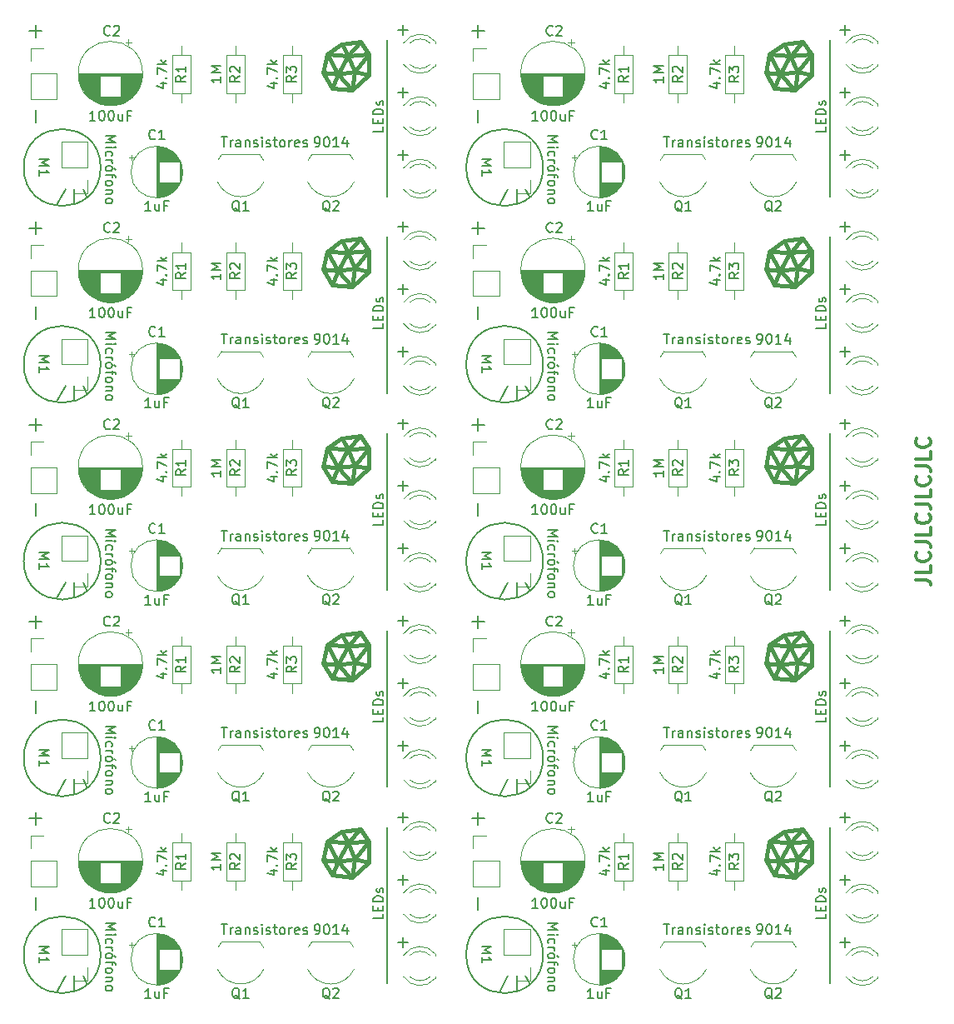
<source format=gbr>
G04 #@! TF.GenerationSoftware,KiCad,Pcbnew,(5.0.2)-1*
G04 #@! TF.CreationDate,2019-05-19T00:08:12-05:00*
G04 #@! TF.ProjectId,panel_luz_audioritmica,70616e65-6c5f-46c7-957a-5f617564696f,rev?*
G04 #@! TF.SameCoordinates,PX4b8e0a8PY86fe1b0*
G04 #@! TF.FileFunction,Legend,Top*
G04 #@! TF.FilePolarity,Positive*
%FSLAX46Y46*%
G04 Gerber Fmt 4.6, Leading zero omitted, Abs format (unit mm)*
G04 Created by KiCad (PCBNEW (5.0.2)-1) date 5/19/2019 12:08:12 AM*
%MOMM*%
%LPD*%
G01*
G04 APERTURE LIST*
%ADD10C,0.300000*%
%ADD11C,0.400000*%
%ADD12C,0.200000*%
%ADD13C,0.120000*%
%ADD14C,0.150000*%
G04 APERTURE END LIST*
D10*
X96928571Y43071429D02*
X98000000Y43071429D01*
X98214285Y43000000D01*
X98357142Y42857143D01*
X98428571Y42642858D01*
X98428571Y42500000D01*
X98428571Y44500000D02*
X98428571Y43785715D01*
X96928571Y43785715D01*
X98285714Y45857143D02*
X98357142Y45785715D01*
X98428571Y45571429D01*
X98428571Y45428572D01*
X98357142Y45214286D01*
X98214285Y45071429D01*
X98071428Y45000000D01*
X97785714Y44928572D01*
X97571428Y44928572D01*
X97285714Y45000000D01*
X97142857Y45071429D01*
X97000000Y45214286D01*
X96928571Y45428572D01*
X96928571Y45571429D01*
X97000000Y45785715D01*
X97071428Y45857143D01*
X96928571Y46928572D02*
X98000000Y46928572D01*
X98214285Y46857143D01*
X98357142Y46714286D01*
X98428571Y46500000D01*
X98428571Y46357143D01*
X98428571Y48357143D02*
X98428571Y47642858D01*
X96928571Y47642858D01*
X98285714Y49714286D02*
X98357142Y49642858D01*
X98428571Y49428572D01*
X98428571Y49285715D01*
X98357142Y49071429D01*
X98214285Y48928572D01*
X98071428Y48857143D01*
X97785714Y48785715D01*
X97571428Y48785715D01*
X97285714Y48857143D01*
X97142857Y48928572D01*
X97000000Y49071429D01*
X96928571Y49285715D01*
X96928571Y49428572D01*
X97000000Y49642858D01*
X97071428Y49714286D01*
X96928571Y50785715D02*
X98000000Y50785715D01*
X98214285Y50714286D01*
X98357142Y50571429D01*
X98428571Y50357143D01*
X98428571Y50214286D01*
X98428571Y52214286D02*
X98428571Y51500000D01*
X96928571Y51500000D01*
X98285714Y53571429D02*
X98357142Y53500000D01*
X98428571Y53285715D01*
X98428571Y53142858D01*
X98357142Y52928572D01*
X98214285Y52785715D01*
X98071428Y52714286D01*
X97785714Y52642858D01*
X97571428Y52642858D01*
X97285714Y52714286D01*
X97142857Y52785715D01*
X97000000Y52928572D01*
X96928571Y53142858D01*
X96928571Y53285715D01*
X97000000Y53500000D01*
X97071428Y53571429D01*
X96928571Y54642858D02*
X98000000Y54642858D01*
X98214285Y54571429D01*
X98357142Y54428572D01*
X98428571Y54214286D01*
X98428571Y54071429D01*
X98428571Y56071429D02*
X98428571Y55357143D01*
X96928571Y55357143D01*
X98285714Y57428572D02*
X98357142Y57357143D01*
X98428571Y57142858D01*
X98428571Y57000000D01*
X98357142Y56785715D01*
X98214285Y56642858D01*
X98071428Y56571429D01*
X97785714Y56500000D01*
X97571428Y56500000D01*
X97285714Y56571429D01*
X97142857Y56642858D01*
X97000000Y56785715D01*
X96928571Y57000000D01*
X96928571Y57142858D01*
X97000000Y57357143D01*
X97071428Y57428572D01*
D11*
X82070146Y16429000D02*
X84187768Y16340402D01*
D12*
X89752000Y6731000D02*
X89752000Y5715000D01*
X7425000Y10807000D02*
X7425000Y9537000D01*
D11*
X85452579Y17729899D02*
X86349683Y16456693D01*
X39187763Y16340388D02*
X38578716Y17474385D01*
D12*
X12271000Y2794000D02*
X12652000Y2032000D01*
D11*
X86349683Y16456693D02*
X86327388Y14350966D01*
D12*
X89763000Y19417600D02*
X89763000Y18401600D01*
D11*
X38146563Y14435627D02*
X37070141Y16428986D01*
X38578726Y17474368D02*
X40452579Y17729899D01*
X38146568Y14435617D02*
X39660145Y12858104D01*
D12*
X14049000Y4953000D02*
G75*
G03X14049000Y4953000I-3912342J0D01*
G01*
D11*
X84660173Y12858098D02*
X82582938Y13033302D01*
D12*
X89244000Y6223000D02*
X90260000Y6223000D01*
D11*
X86327388Y14350966D02*
X84660173Y12858098D01*
X41327388Y14350966D02*
X39660173Y12858098D01*
X39187776Y16340385D02*
X41349674Y16456707D01*
D12*
X56382000Y2794000D02*
X56382000Y1397000D01*
D11*
X83146563Y14435627D02*
X82070141Y16428986D01*
D12*
X89244000Y12573000D02*
X90260000Y12573000D01*
D11*
X83578726Y17474368D02*
X85452579Y17729899D01*
X81669100Y14601607D02*
X82070165Y16429014D01*
X84187776Y16340385D02*
X84910887Y14682324D01*
X82582938Y13033302D02*
X81669100Y14601607D01*
X36669100Y14601607D02*
X37070165Y16429014D01*
X38146568Y14435614D02*
X39187763Y16340388D01*
X82582960Y13033291D02*
X83146568Y14435617D01*
X39187776Y16340385D02*
X39910887Y14682324D01*
X39910888Y14682326D02*
X41327378Y14350959D01*
X83146568Y14435617D02*
X84660145Y12858104D01*
D12*
X59049000Y4953000D02*
G75*
G03X59049000Y4953000I-3912342J0D01*
G01*
X51790000Y18808000D02*
X53060000Y18808000D01*
D11*
X39910888Y14682323D02*
X38127487Y14436835D01*
X84910888Y14682326D02*
X86327378Y14350959D01*
D12*
X10493000Y2794000D02*
X9604000Y1143000D01*
D11*
X37582938Y13033302D02*
X36669100Y14601607D01*
X83146568Y14435614D02*
X84187763Y16340388D01*
X82070165Y16429014D02*
X83557244Y17476813D01*
D12*
X52425000Y19443000D02*
X52425000Y18173000D01*
D11*
X81669117Y14601607D02*
X83146563Y14435627D01*
D12*
X11382000Y2794000D02*
X11382000Y1397000D01*
X89244000Y18923000D02*
X90260000Y18923000D01*
D11*
X84221787Y16342195D02*
X85452570Y17729913D01*
X84910888Y14682326D02*
X86349674Y16456686D01*
D12*
X7425000Y19443000D02*
X7425000Y18173000D01*
D11*
X40452579Y17729899D02*
X41349683Y16456693D01*
X37582960Y13033291D02*
X38146568Y14435617D01*
D12*
X88212000Y17907000D02*
X88212000Y2032000D01*
X89752000Y13081000D02*
X89752000Y12065000D01*
D11*
X39660173Y12858098D02*
X37582938Y13033302D01*
D12*
X55493000Y2794000D02*
X54604000Y1143000D01*
X6790000Y18808000D02*
X8060000Y18808000D01*
D11*
X41349683Y16456693D02*
X41327388Y14350966D01*
D12*
X52425000Y10807000D02*
X52425000Y9537000D01*
D11*
X84187763Y16340388D02*
X83578716Y17474385D01*
D12*
X57271000Y2794000D02*
X57652000Y2032000D01*
D11*
X84187776Y16340385D02*
X86349674Y16456707D01*
X84910888Y14682323D02*
X83127487Y14436835D01*
X84660158Y12858105D02*
X84910887Y14682323D01*
D12*
X44244000Y6223000D02*
X45260000Y6223000D01*
X44752000Y6731000D02*
X44752000Y5715000D01*
D11*
X39660158Y12858105D02*
X39910887Y14682323D01*
X39221787Y16342195D02*
X40452570Y17729913D01*
X37070165Y16429014D02*
X38557244Y17476813D01*
X37070146Y16429000D02*
X39187768Y16340402D01*
X39910888Y14682326D02*
X41349674Y16456686D01*
X36669117Y14601607D02*
X38146563Y14435627D01*
D12*
X43212000Y17907000D02*
X43212000Y2032000D01*
X44752000Y13081000D02*
X44752000Y12065000D01*
X44763000Y19417600D02*
X44763000Y18401600D01*
X44244000Y18923000D02*
X45260000Y18923000D01*
X44244000Y12573000D02*
X45260000Y12573000D01*
D11*
X82070146Y36429000D02*
X84187768Y36340402D01*
D12*
X89752000Y26731000D02*
X89752000Y25715000D01*
X7425000Y30807000D02*
X7425000Y29537000D01*
D11*
X85452579Y37729899D02*
X86349683Y36456693D01*
X39187763Y36340388D02*
X38578716Y37474385D01*
D12*
X12271000Y22794000D02*
X12652000Y22032000D01*
D11*
X86349683Y36456693D02*
X86327388Y34350966D01*
D12*
X89763000Y39417600D02*
X89763000Y38401600D01*
D11*
X38146563Y34435627D02*
X37070141Y36428986D01*
X38578726Y37474368D02*
X40452579Y37729899D01*
X38146568Y34435617D02*
X39660145Y32858104D01*
D12*
X14049000Y24953000D02*
G75*
G03X14049000Y24953000I-3912342J0D01*
G01*
D11*
X84660173Y32858098D02*
X82582938Y33033302D01*
D12*
X89244000Y26223000D02*
X90260000Y26223000D01*
D11*
X86327388Y34350966D02*
X84660173Y32858098D01*
X41327388Y34350966D02*
X39660173Y32858098D01*
X39187776Y36340385D02*
X41349674Y36456707D01*
D12*
X56382000Y22794000D02*
X56382000Y21397000D01*
D11*
X83146563Y34435627D02*
X82070141Y36428986D01*
D12*
X89244000Y32573000D02*
X90260000Y32573000D01*
D11*
X83578726Y37474368D02*
X85452579Y37729899D01*
X81669100Y34601607D02*
X82070165Y36429014D01*
X84187776Y36340385D02*
X84910887Y34682324D01*
X82582938Y33033302D02*
X81669100Y34601607D01*
X36669100Y34601607D02*
X37070165Y36429014D01*
X38146568Y34435614D02*
X39187763Y36340388D01*
X82582960Y33033291D02*
X83146568Y34435617D01*
X39187776Y36340385D02*
X39910887Y34682324D01*
X39910888Y34682326D02*
X41327378Y34350959D01*
X83146568Y34435617D02*
X84660145Y32858104D01*
D12*
X59049000Y24953000D02*
G75*
G03X59049000Y24953000I-3912342J0D01*
G01*
X51790000Y38808000D02*
X53060000Y38808000D01*
D11*
X39910888Y34682323D02*
X38127487Y34436835D01*
X84910888Y34682326D02*
X86327378Y34350959D01*
D12*
X10493000Y22794000D02*
X9604000Y21143000D01*
D11*
X37582938Y33033302D02*
X36669100Y34601607D01*
X83146568Y34435614D02*
X84187763Y36340388D01*
X82070165Y36429014D02*
X83557244Y37476813D01*
D12*
X52425000Y39443000D02*
X52425000Y38173000D01*
D11*
X81669117Y34601607D02*
X83146563Y34435627D01*
D12*
X11382000Y22794000D02*
X11382000Y21397000D01*
X89244000Y38923000D02*
X90260000Y38923000D01*
D11*
X84221787Y36342195D02*
X85452570Y37729913D01*
X84910888Y34682326D02*
X86349674Y36456686D01*
D12*
X7425000Y39443000D02*
X7425000Y38173000D01*
D11*
X40452579Y37729899D02*
X41349683Y36456693D01*
X37582960Y33033291D02*
X38146568Y34435617D01*
D12*
X88212000Y37907000D02*
X88212000Y22032000D01*
X89752000Y33081000D02*
X89752000Y32065000D01*
D11*
X39660173Y32858098D02*
X37582938Y33033302D01*
D12*
X55493000Y22794000D02*
X54604000Y21143000D01*
X6790000Y38808000D02*
X8060000Y38808000D01*
D11*
X41349683Y36456693D02*
X41327388Y34350966D01*
D12*
X52425000Y30807000D02*
X52425000Y29537000D01*
D11*
X84187763Y36340388D02*
X83578716Y37474385D01*
D12*
X57271000Y22794000D02*
X57652000Y22032000D01*
D11*
X84187776Y36340385D02*
X86349674Y36456707D01*
X84910888Y34682323D02*
X83127487Y34436835D01*
X84660158Y32858105D02*
X84910887Y34682323D01*
D12*
X44244000Y26223000D02*
X45260000Y26223000D01*
X44752000Y26731000D02*
X44752000Y25715000D01*
D11*
X39660158Y32858105D02*
X39910887Y34682323D01*
X39221787Y36342195D02*
X40452570Y37729913D01*
X37070165Y36429014D02*
X38557244Y37476813D01*
X37070146Y36429000D02*
X39187768Y36340402D01*
X39910888Y34682326D02*
X41349674Y36456686D01*
X36669117Y34601607D02*
X38146563Y34435627D01*
D12*
X43212000Y37907000D02*
X43212000Y22032000D01*
X44752000Y33081000D02*
X44752000Y32065000D01*
X44763000Y39417600D02*
X44763000Y38401600D01*
X44244000Y38923000D02*
X45260000Y38923000D01*
X44244000Y32573000D02*
X45260000Y32573000D01*
D11*
X82070146Y56429000D02*
X84187768Y56340402D01*
D12*
X89752000Y46731000D02*
X89752000Y45715000D01*
X7425000Y50807000D02*
X7425000Y49537000D01*
D11*
X85452579Y57729899D02*
X86349683Y56456693D01*
X39187763Y56340388D02*
X38578716Y57474385D01*
D12*
X12271000Y42794000D02*
X12652000Y42032000D01*
D11*
X86349683Y56456693D02*
X86327388Y54350966D01*
D12*
X89763000Y59417600D02*
X89763000Y58401600D01*
D11*
X38146563Y54435627D02*
X37070141Y56428986D01*
X38578726Y57474368D02*
X40452579Y57729899D01*
X38146568Y54435617D02*
X39660145Y52858104D01*
D12*
X14049000Y44953000D02*
G75*
G03X14049000Y44953000I-3912342J0D01*
G01*
D11*
X84660173Y52858098D02*
X82582938Y53033302D01*
D12*
X89244000Y46223000D02*
X90260000Y46223000D01*
D11*
X86327388Y54350966D02*
X84660173Y52858098D01*
X41327388Y54350966D02*
X39660173Y52858098D01*
X39187776Y56340385D02*
X41349674Y56456707D01*
D12*
X56382000Y42794000D02*
X56382000Y41397000D01*
D11*
X83146563Y54435627D02*
X82070141Y56428986D01*
D12*
X89244000Y52573000D02*
X90260000Y52573000D01*
D11*
X83578726Y57474368D02*
X85452579Y57729899D01*
X81669100Y54601607D02*
X82070165Y56429014D01*
X84187776Y56340385D02*
X84910887Y54682324D01*
X82582938Y53033302D02*
X81669100Y54601607D01*
X36669100Y54601607D02*
X37070165Y56429014D01*
X38146568Y54435614D02*
X39187763Y56340388D01*
X82582960Y53033291D02*
X83146568Y54435617D01*
X39187776Y56340385D02*
X39910887Y54682324D01*
X39910888Y54682326D02*
X41327378Y54350959D01*
X83146568Y54435617D02*
X84660145Y52858104D01*
D12*
X59049000Y44953000D02*
G75*
G03X59049000Y44953000I-3912342J0D01*
G01*
X51790000Y58808000D02*
X53060000Y58808000D01*
D11*
X39910888Y54682323D02*
X38127487Y54436835D01*
X84910888Y54682326D02*
X86327378Y54350959D01*
D12*
X10493000Y42794000D02*
X9604000Y41143000D01*
D11*
X37582938Y53033302D02*
X36669100Y54601607D01*
X83146568Y54435614D02*
X84187763Y56340388D01*
X82070165Y56429014D02*
X83557244Y57476813D01*
D12*
X52425000Y59443000D02*
X52425000Y58173000D01*
D11*
X81669117Y54601607D02*
X83146563Y54435627D01*
D12*
X11382000Y42794000D02*
X11382000Y41397000D01*
X89244000Y58923000D02*
X90260000Y58923000D01*
D11*
X84221787Y56342195D02*
X85452570Y57729913D01*
X84910888Y54682326D02*
X86349674Y56456686D01*
D12*
X7425000Y59443000D02*
X7425000Y58173000D01*
D11*
X40452579Y57729899D02*
X41349683Y56456693D01*
X37582960Y53033291D02*
X38146568Y54435617D01*
D12*
X88212000Y57907000D02*
X88212000Y42032000D01*
X89752000Y53081000D02*
X89752000Y52065000D01*
D11*
X39660173Y52858098D02*
X37582938Y53033302D01*
D12*
X55493000Y42794000D02*
X54604000Y41143000D01*
X6790000Y58808000D02*
X8060000Y58808000D01*
D11*
X41349683Y56456693D02*
X41327388Y54350966D01*
D12*
X52425000Y50807000D02*
X52425000Y49537000D01*
D11*
X84187763Y56340388D02*
X83578716Y57474385D01*
D12*
X57271000Y42794000D02*
X57652000Y42032000D01*
D11*
X84187776Y56340385D02*
X86349674Y56456707D01*
X84910888Y54682323D02*
X83127487Y54436835D01*
X84660158Y52858105D02*
X84910887Y54682323D01*
D12*
X44244000Y46223000D02*
X45260000Y46223000D01*
X44752000Y46731000D02*
X44752000Y45715000D01*
D11*
X39660158Y52858105D02*
X39910887Y54682323D01*
X39221787Y56342195D02*
X40452570Y57729913D01*
X37070165Y56429014D02*
X38557244Y57476813D01*
X37070146Y56429000D02*
X39187768Y56340402D01*
X39910888Y54682326D02*
X41349674Y56456686D01*
X36669117Y54601607D02*
X38146563Y54435627D01*
D12*
X43212000Y57907000D02*
X43212000Y42032000D01*
X44752000Y53081000D02*
X44752000Y52065000D01*
X44763000Y59417600D02*
X44763000Y58401600D01*
X44244000Y58923000D02*
X45260000Y58923000D01*
X44244000Y52573000D02*
X45260000Y52573000D01*
D11*
X82070146Y76429000D02*
X84187768Y76340402D01*
D12*
X89752000Y66731000D02*
X89752000Y65715000D01*
X7425000Y70807000D02*
X7425000Y69537000D01*
D11*
X85452579Y77729899D02*
X86349683Y76456693D01*
X39187763Y76340388D02*
X38578716Y77474385D01*
D12*
X12271000Y62794000D02*
X12652000Y62032000D01*
D11*
X86349683Y76456693D02*
X86327388Y74350966D01*
D12*
X89763000Y79417600D02*
X89763000Y78401600D01*
D11*
X38146563Y74435627D02*
X37070141Y76428986D01*
X38578726Y77474368D02*
X40452579Y77729899D01*
X38146568Y74435617D02*
X39660145Y72858104D01*
D12*
X14049000Y64953000D02*
G75*
G03X14049000Y64953000I-3912342J0D01*
G01*
D11*
X84660173Y72858098D02*
X82582938Y73033302D01*
D12*
X89244000Y66223000D02*
X90260000Y66223000D01*
D11*
X86327388Y74350966D02*
X84660173Y72858098D01*
X41327388Y74350966D02*
X39660173Y72858098D01*
X39187776Y76340385D02*
X41349674Y76456707D01*
D12*
X56382000Y62794000D02*
X56382000Y61397000D01*
D11*
X83146563Y74435627D02*
X82070141Y76428986D01*
D12*
X89244000Y72573000D02*
X90260000Y72573000D01*
D11*
X83578726Y77474368D02*
X85452579Y77729899D01*
X81669100Y74601607D02*
X82070165Y76429014D01*
X84187776Y76340385D02*
X84910887Y74682324D01*
X82582938Y73033302D02*
X81669100Y74601607D01*
X36669100Y74601607D02*
X37070165Y76429014D01*
X38146568Y74435614D02*
X39187763Y76340388D01*
X82582960Y73033291D02*
X83146568Y74435617D01*
X39187776Y76340385D02*
X39910887Y74682324D01*
X39910888Y74682326D02*
X41327378Y74350959D01*
X83146568Y74435617D02*
X84660145Y72858104D01*
D12*
X59049000Y64953000D02*
G75*
G03X59049000Y64953000I-3912342J0D01*
G01*
X51790000Y78808000D02*
X53060000Y78808000D01*
D11*
X39910888Y74682323D02*
X38127487Y74436835D01*
X84910888Y74682326D02*
X86327378Y74350959D01*
D12*
X10493000Y62794000D02*
X9604000Y61143000D01*
D11*
X37582938Y73033302D02*
X36669100Y74601607D01*
X83146568Y74435614D02*
X84187763Y76340388D01*
X82070165Y76429014D02*
X83557244Y77476813D01*
D12*
X52425000Y79443000D02*
X52425000Y78173000D01*
D11*
X81669117Y74601607D02*
X83146563Y74435627D01*
D12*
X11382000Y62794000D02*
X11382000Y61397000D01*
X89244000Y78923000D02*
X90260000Y78923000D01*
D11*
X84221787Y76342195D02*
X85452570Y77729913D01*
X84910888Y74682326D02*
X86349674Y76456686D01*
D12*
X7425000Y79443000D02*
X7425000Y78173000D01*
D11*
X40452579Y77729899D02*
X41349683Y76456693D01*
X37582960Y73033291D02*
X38146568Y74435617D01*
D12*
X88212000Y77907000D02*
X88212000Y62032000D01*
X89752000Y73081000D02*
X89752000Y72065000D01*
D11*
X39660173Y72858098D02*
X37582938Y73033302D01*
D12*
X55493000Y62794000D02*
X54604000Y61143000D01*
X6790000Y78808000D02*
X8060000Y78808000D01*
D11*
X41349683Y76456693D02*
X41327388Y74350966D01*
D12*
X52425000Y70807000D02*
X52425000Y69537000D01*
D11*
X84187763Y76340388D02*
X83578716Y77474385D01*
D12*
X57271000Y62794000D02*
X57652000Y62032000D01*
D11*
X84187776Y76340385D02*
X86349674Y76456707D01*
X84910888Y74682323D02*
X83127487Y74436835D01*
X84660158Y72858105D02*
X84910887Y74682323D01*
D12*
X44244000Y66223000D02*
X45260000Y66223000D01*
X44752000Y66731000D02*
X44752000Y65715000D01*
D11*
X39660158Y72858105D02*
X39910887Y74682323D01*
X39221787Y76342195D02*
X40452570Y77729913D01*
X37070165Y76429014D02*
X38557244Y77476813D01*
X37070146Y76429000D02*
X39187768Y76340402D01*
X39910888Y74682326D02*
X41349674Y76456686D01*
X36669117Y74601607D02*
X38146563Y74435627D01*
D12*
X43212000Y77907000D02*
X43212000Y62032000D01*
X44752000Y73081000D02*
X44752000Y72065000D01*
X44763000Y79417600D02*
X44763000Y78401600D01*
X44244000Y78923000D02*
X45260000Y78923000D01*
X44244000Y72573000D02*
X45260000Y72573000D01*
X52425000Y90807000D02*
X52425000Y89537000D01*
D11*
X84187763Y96340388D02*
X83578716Y97474385D01*
D12*
X57271000Y82794000D02*
X57652000Y82032000D01*
D11*
X83146563Y94435627D02*
X82070141Y96428986D01*
X83578726Y97474368D02*
X85452579Y97729899D01*
X83146568Y94435617D02*
X84660145Y92858104D01*
D12*
X59049000Y84953000D02*
G75*
G03X59049000Y84953000I-3912342J0D01*
G01*
D11*
X86327388Y94350966D02*
X84660173Y92858098D01*
X84187776Y96340385D02*
X86349674Y96456707D01*
X81669100Y94601607D02*
X82070165Y96429014D01*
X83146568Y94435614D02*
X84187763Y96340388D01*
X84187776Y96340385D02*
X84910887Y94682324D01*
X84910888Y94682326D02*
X86327378Y94350959D01*
X84910888Y94682323D02*
X83127487Y94436835D01*
D12*
X55493000Y82794000D02*
X54604000Y81143000D01*
D11*
X82582938Y93033302D02*
X81669100Y94601607D01*
D12*
X56382000Y82794000D02*
X56382000Y81397000D01*
X52425000Y99443000D02*
X52425000Y98173000D01*
D11*
X85452579Y97729899D02*
X86349683Y96456693D01*
X82582960Y93033291D02*
X83146568Y94435617D01*
X84660173Y92858098D02*
X82582938Y93033302D01*
D12*
X51790000Y98808000D02*
X53060000Y98808000D01*
D11*
X86349683Y96456693D02*
X86327388Y94350966D01*
D12*
X89244000Y86223000D02*
X90260000Y86223000D01*
X89752000Y86731000D02*
X89752000Y85715000D01*
D11*
X84660158Y92858105D02*
X84910887Y94682323D01*
X84221787Y96342195D02*
X85452570Y97729913D01*
X82070165Y96429014D02*
X83557244Y97476813D01*
X82070146Y96429000D02*
X84187768Y96340402D01*
X84910888Y94682326D02*
X86349674Y96456686D01*
X81669117Y94601607D02*
X83146563Y94435627D01*
D12*
X88212000Y97907000D02*
X88212000Y82032000D01*
X89752000Y93081000D02*
X89752000Y92065000D01*
X89763000Y99417600D02*
X89763000Y98401600D01*
X89244000Y98923000D02*
X90260000Y98923000D01*
X89244000Y92573000D02*
X90260000Y92573000D01*
X44752000Y86731000D02*
X44752000Y85715000D01*
X44244000Y86223000D02*
X45260000Y86223000D01*
X44752000Y93081000D02*
X44752000Y92065000D01*
X44244000Y92573000D02*
X45260000Y92573000D01*
X44244000Y98923000D02*
X45260000Y98923000D01*
X44763000Y99417600D02*
X44763000Y98401600D01*
X43212000Y97907000D02*
X43212000Y82032000D01*
D11*
X36669117Y94601607D02*
X38146563Y94435627D01*
X39910888Y94682326D02*
X41349674Y96456686D01*
X37070146Y96429000D02*
X39187768Y96340402D01*
X37070165Y96429014D02*
X38557244Y97476813D01*
X39221787Y96342195D02*
X40452570Y97729913D01*
X39660158Y92858105D02*
X39910887Y94682323D01*
X39910888Y94682326D02*
X41327378Y94350959D01*
X39187776Y96340385D02*
X39910887Y94682324D01*
X38146563Y94435627D02*
X37070141Y96428986D01*
X39187776Y96340385D02*
X41349674Y96456707D01*
X39910888Y94682323D02*
X38127487Y94436835D01*
X39187763Y96340388D02*
X38578716Y97474385D01*
X38146568Y94435614D02*
X39187763Y96340388D01*
X41349683Y96456693D02*
X41327388Y94350966D01*
X41327388Y94350966D02*
X39660173Y92858098D01*
X38146568Y94435617D02*
X39660145Y92858104D01*
X37582960Y93033291D02*
X38146568Y94435617D01*
X40452579Y97729899D02*
X41349683Y96456693D01*
X39660173Y92858098D02*
X37582938Y93033302D01*
X38578726Y97474368D02*
X40452579Y97729899D01*
X36669100Y94601607D02*
X37070165Y96429014D01*
X37582938Y93033302D02*
X36669100Y94601607D01*
D12*
X7425000Y90807000D02*
X7425000Y89537000D01*
X6790000Y98808000D02*
X8060000Y98808000D01*
X7425000Y99443000D02*
X7425000Y98173000D01*
X12271000Y82794000D02*
X12652000Y82032000D01*
X11382000Y82794000D02*
X11382000Y81397000D01*
X10493000Y82794000D02*
X9604000Y81143000D01*
X14049000Y84953000D02*
G75*
G03X14049000Y84953000I-3912342J0D01*
G01*
D13*
G04 #@! TO.C,~*
X89857665Y2731392D02*
G75*
G03X93090000Y2574484I1672335J1078608D01*
G01*
X89857665Y4888608D02*
G75*
G02X93090000Y5045516I1672335J-1078608D01*
G01*
X90488870Y2730163D02*
G75*
G03X92570961Y2730000I1041130J1079837D01*
G01*
X90488870Y4889837D02*
G75*
G02X92570961Y4890000I1041130J-1079837D01*
G01*
X93090000Y2574000D02*
X93090000Y2730000D01*
X93090000Y4890000D02*
X93090000Y5046000D01*
G04 #@! TO.C,C2*
X63315000Y14510000D02*
G75*
G03X63315000Y14510000I-3270000J0D01*
G01*
X63275000Y14510000D02*
X56815000Y14510000D01*
X63275000Y14470000D02*
X56815000Y14470000D01*
X63275000Y14430000D02*
X56815000Y14430000D01*
X63273000Y14390000D02*
X56817000Y14390000D01*
X63272000Y14350000D02*
X56818000Y14350000D01*
X63269000Y14310000D02*
X56821000Y14310000D01*
X63267000Y14270000D02*
X61085000Y14270000D01*
X59005000Y14270000D02*
X56823000Y14270000D01*
X63263000Y14230000D02*
X61085000Y14230000D01*
X59005000Y14230000D02*
X56827000Y14230000D01*
X63260000Y14190000D02*
X61085000Y14190000D01*
X59005000Y14190000D02*
X56830000Y14190000D01*
X63256000Y14150000D02*
X61085000Y14150000D01*
X59005000Y14150000D02*
X56834000Y14150000D01*
X63251000Y14110000D02*
X61085000Y14110000D01*
X59005000Y14110000D02*
X56839000Y14110000D01*
X63246000Y14070000D02*
X61085000Y14070000D01*
X59005000Y14070000D02*
X56844000Y14070000D01*
X63240000Y14030000D02*
X61085000Y14030000D01*
X59005000Y14030000D02*
X56850000Y14030000D01*
X63234000Y13990000D02*
X61085000Y13990000D01*
X59005000Y13990000D02*
X56856000Y13990000D01*
X63227000Y13950000D02*
X61085000Y13950000D01*
X59005000Y13950000D02*
X56863000Y13950000D01*
X63220000Y13910000D02*
X61085000Y13910000D01*
X59005000Y13910000D02*
X56870000Y13910000D01*
X63212000Y13870000D02*
X61085000Y13870000D01*
X59005000Y13870000D02*
X56878000Y13870000D01*
X63204000Y13830000D02*
X61085000Y13830000D01*
X59005000Y13830000D02*
X56886000Y13830000D01*
X63195000Y13789000D02*
X61085000Y13789000D01*
X59005000Y13789000D02*
X56895000Y13789000D01*
X63186000Y13749000D02*
X61085000Y13749000D01*
X59005000Y13749000D02*
X56904000Y13749000D01*
X63176000Y13709000D02*
X61085000Y13709000D01*
X59005000Y13709000D02*
X56914000Y13709000D01*
X63166000Y13669000D02*
X61085000Y13669000D01*
X59005000Y13669000D02*
X56924000Y13669000D01*
X63155000Y13629000D02*
X61085000Y13629000D01*
X59005000Y13629000D02*
X56935000Y13629000D01*
X63143000Y13589000D02*
X61085000Y13589000D01*
X59005000Y13589000D02*
X56947000Y13589000D01*
X63131000Y13549000D02*
X61085000Y13549000D01*
X59005000Y13549000D02*
X56959000Y13549000D01*
X63119000Y13509000D02*
X61085000Y13509000D01*
X59005000Y13509000D02*
X56971000Y13509000D01*
X63106000Y13469000D02*
X61085000Y13469000D01*
X59005000Y13469000D02*
X56984000Y13469000D01*
X63092000Y13429000D02*
X61085000Y13429000D01*
X59005000Y13429000D02*
X56998000Y13429000D01*
X63078000Y13389000D02*
X61085000Y13389000D01*
X59005000Y13389000D02*
X57012000Y13389000D01*
X63063000Y13349000D02*
X61085000Y13349000D01*
X59005000Y13349000D02*
X57027000Y13349000D01*
X63047000Y13309000D02*
X61085000Y13309000D01*
X59005000Y13309000D02*
X57043000Y13309000D01*
X63031000Y13269000D02*
X61085000Y13269000D01*
X59005000Y13269000D02*
X57059000Y13269000D01*
X63015000Y13229000D02*
X61085000Y13229000D01*
X59005000Y13229000D02*
X57075000Y13229000D01*
X62997000Y13189000D02*
X61085000Y13189000D01*
X59005000Y13189000D02*
X57093000Y13189000D01*
X62979000Y13149000D02*
X61085000Y13149000D01*
X59005000Y13149000D02*
X57111000Y13149000D01*
X62961000Y13109000D02*
X61085000Y13109000D01*
X59005000Y13109000D02*
X57129000Y13109000D01*
X62941000Y13069000D02*
X61085000Y13069000D01*
X59005000Y13069000D02*
X57149000Y13069000D01*
X62921000Y13029000D02*
X61085000Y13029000D01*
X59005000Y13029000D02*
X57169000Y13029000D01*
X62901000Y12989000D02*
X61085000Y12989000D01*
X59005000Y12989000D02*
X57189000Y12989000D01*
X62879000Y12949000D02*
X61085000Y12949000D01*
X59005000Y12949000D02*
X57211000Y12949000D01*
X62857000Y12909000D02*
X61085000Y12909000D01*
X59005000Y12909000D02*
X57233000Y12909000D01*
X62835000Y12869000D02*
X61085000Y12869000D01*
X59005000Y12869000D02*
X57255000Y12869000D01*
X62811000Y12829000D02*
X61085000Y12829000D01*
X59005000Y12829000D02*
X57279000Y12829000D01*
X62787000Y12789000D02*
X61085000Y12789000D01*
X59005000Y12789000D02*
X57303000Y12789000D01*
X62761000Y12749000D02*
X61085000Y12749000D01*
X59005000Y12749000D02*
X57329000Y12749000D01*
X62735000Y12709000D02*
X61085000Y12709000D01*
X59005000Y12709000D02*
X57355000Y12709000D01*
X62709000Y12669000D02*
X61085000Y12669000D01*
X59005000Y12669000D02*
X57381000Y12669000D01*
X62681000Y12629000D02*
X61085000Y12629000D01*
X59005000Y12629000D02*
X57409000Y12629000D01*
X62652000Y12589000D02*
X61085000Y12589000D01*
X59005000Y12589000D02*
X57438000Y12589000D01*
X62623000Y12549000D02*
X61085000Y12549000D01*
X59005000Y12549000D02*
X57467000Y12549000D01*
X62593000Y12509000D02*
X61085000Y12509000D01*
X59005000Y12509000D02*
X57497000Y12509000D01*
X62561000Y12469000D02*
X61085000Y12469000D01*
X59005000Y12469000D02*
X57529000Y12469000D01*
X62529000Y12429000D02*
X61085000Y12429000D01*
X59005000Y12429000D02*
X57561000Y12429000D01*
X62495000Y12389000D02*
X61085000Y12389000D01*
X59005000Y12389000D02*
X57595000Y12389000D01*
X62461000Y12349000D02*
X61085000Y12349000D01*
X59005000Y12349000D02*
X57629000Y12349000D01*
X62425000Y12309000D02*
X61085000Y12309000D01*
X59005000Y12309000D02*
X57665000Y12309000D01*
X62388000Y12269000D02*
X61085000Y12269000D01*
X59005000Y12269000D02*
X57702000Y12269000D01*
X62350000Y12229000D02*
X61085000Y12229000D01*
X59005000Y12229000D02*
X57740000Y12229000D01*
X62310000Y12189000D02*
X57780000Y12189000D01*
X62269000Y12149000D02*
X57821000Y12149000D01*
X62227000Y12109000D02*
X57863000Y12109000D01*
X62182000Y12069000D02*
X57908000Y12069000D01*
X62137000Y12029000D02*
X57953000Y12029000D01*
X62089000Y11989000D02*
X58001000Y11989000D01*
X62040000Y11949000D02*
X58050000Y11949000D01*
X61989000Y11909000D02*
X58101000Y11909000D01*
X61935000Y11869000D02*
X58155000Y11869000D01*
X61879000Y11829000D02*
X58211000Y11829000D01*
X61821000Y11789000D02*
X58269000Y11789000D01*
X61759000Y11749000D02*
X58331000Y11749000D01*
X61695000Y11709000D02*
X58395000Y11709000D01*
X61626000Y11669000D02*
X58464000Y11669000D01*
X61554000Y11629000D02*
X58536000Y11629000D01*
X61477000Y11589000D02*
X58613000Y11589000D01*
X61395000Y11549000D02*
X58695000Y11549000D01*
X61307000Y11509000D02*
X58783000Y11509000D01*
X61210000Y11469000D02*
X58880000Y11469000D01*
X61104000Y11429000D02*
X58986000Y11429000D01*
X60985000Y11389000D02*
X59105000Y11389000D01*
X60847000Y11349000D02*
X59243000Y11349000D01*
X60678000Y11309000D02*
X59412000Y11309000D01*
X60447000Y11269000D02*
X59643000Y11269000D01*
X61884000Y18010241D02*
X61884000Y17380241D01*
X62199000Y17695241D02*
X61569000Y17695241D01*
G04 #@! TO.C,~*
X89857665Y15431392D02*
G75*
G03X93090000Y15274484I1672335J1078608D01*
G01*
X89857665Y17588608D02*
G75*
G02X93090000Y17745516I1672335J-1078608D01*
G01*
X90488870Y15430163D02*
G75*
G03X92570961Y15430000I1041130J1079837D01*
G01*
X90488870Y17589837D02*
G75*
G02X92570961Y17590000I1041130J-1079837D01*
G01*
X93090000Y15274000D02*
X93090000Y15430000D01*
X93090000Y17590000D02*
X93090000Y17746000D01*
G04 #@! TO.C,Q1*
X75225000Y6280000D02*
X71375000Y6280000D01*
X75607631Y5702045D02*
G75*
G03X75225000Y6280000I-2322631J-1122045D01*
G01*
X75641400Y3481193D02*
G75*
G02X73285000Y1980000I-2356400J1098807D01*
G01*
X70928600Y3481193D02*
G75*
G03X73285000Y1980000I2356400J1098807D01*
G01*
X70982617Y5692264D02*
G75*
G02X71375000Y6280000I2302383J-1112264D01*
G01*
G04 #@! TO.C,~*
X51920000Y17090000D02*
X53250000Y17090000D01*
X51920000Y15760000D02*
X51920000Y17090000D01*
X51920000Y14490000D02*
X54580000Y14490000D01*
X54580000Y14490000D02*
X54580000Y11890000D01*
X51920000Y14490000D02*
X51920000Y11890000D01*
X51920000Y11890000D02*
X54580000Y11890000D01*
G04 #@! TO.C,C1*
X67370000Y4500000D02*
G75*
G03X67370000Y4500000I-2620000J0D01*
G01*
X64750000Y7080000D02*
X64750000Y1920000D01*
X64790000Y7080000D02*
X64790000Y1920000D01*
X64830000Y7079000D02*
X64830000Y1921000D01*
X64870000Y7078000D02*
X64870000Y1922000D01*
X64910000Y7076000D02*
X64910000Y1924000D01*
X64950000Y7073000D02*
X64950000Y1927000D01*
X64990000Y7069000D02*
X64990000Y5540000D01*
X64990000Y3460000D02*
X64990000Y1931000D01*
X65030000Y7065000D02*
X65030000Y5540000D01*
X65030000Y3460000D02*
X65030000Y1935000D01*
X65070000Y7061000D02*
X65070000Y5540000D01*
X65070000Y3460000D02*
X65070000Y1939000D01*
X65110000Y7056000D02*
X65110000Y5540000D01*
X65110000Y3460000D02*
X65110000Y1944000D01*
X65150000Y7050000D02*
X65150000Y5540000D01*
X65150000Y3460000D02*
X65150000Y1950000D01*
X65190000Y7043000D02*
X65190000Y5540000D01*
X65190000Y3460000D02*
X65190000Y1957000D01*
X65230000Y7036000D02*
X65230000Y5540000D01*
X65230000Y3460000D02*
X65230000Y1964000D01*
X65270000Y7028000D02*
X65270000Y5540000D01*
X65270000Y3460000D02*
X65270000Y1972000D01*
X65310000Y7020000D02*
X65310000Y5540000D01*
X65310000Y3460000D02*
X65310000Y1980000D01*
X65350000Y7011000D02*
X65350000Y5540000D01*
X65350000Y3460000D02*
X65350000Y1989000D01*
X65390000Y7001000D02*
X65390000Y5540000D01*
X65390000Y3460000D02*
X65390000Y1999000D01*
X65430000Y6991000D02*
X65430000Y5540000D01*
X65430000Y3460000D02*
X65430000Y2009000D01*
X65471000Y6980000D02*
X65471000Y5540000D01*
X65471000Y3460000D02*
X65471000Y2020000D01*
X65511000Y6968000D02*
X65511000Y5540000D01*
X65511000Y3460000D02*
X65511000Y2032000D01*
X65551000Y6955000D02*
X65551000Y5540000D01*
X65551000Y3460000D02*
X65551000Y2045000D01*
X65591000Y6942000D02*
X65591000Y5540000D01*
X65591000Y3460000D02*
X65591000Y2058000D01*
X65631000Y6928000D02*
X65631000Y5540000D01*
X65631000Y3460000D02*
X65631000Y2072000D01*
X65671000Y6914000D02*
X65671000Y5540000D01*
X65671000Y3460000D02*
X65671000Y2086000D01*
X65711000Y6898000D02*
X65711000Y5540000D01*
X65711000Y3460000D02*
X65711000Y2102000D01*
X65751000Y6882000D02*
X65751000Y5540000D01*
X65751000Y3460000D02*
X65751000Y2118000D01*
X65791000Y6865000D02*
X65791000Y5540000D01*
X65791000Y3460000D02*
X65791000Y2135000D01*
X65831000Y6848000D02*
X65831000Y5540000D01*
X65831000Y3460000D02*
X65831000Y2152000D01*
X65871000Y6829000D02*
X65871000Y5540000D01*
X65871000Y3460000D02*
X65871000Y2171000D01*
X65911000Y6810000D02*
X65911000Y5540000D01*
X65911000Y3460000D02*
X65911000Y2190000D01*
X65951000Y6790000D02*
X65951000Y5540000D01*
X65951000Y3460000D02*
X65951000Y2210000D01*
X65991000Y6768000D02*
X65991000Y5540000D01*
X65991000Y3460000D02*
X65991000Y2232000D01*
X66031000Y6747000D02*
X66031000Y5540000D01*
X66031000Y3460000D02*
X66031000Y2253000D01*
X66071000Y6724000D02*
X66071000Y5540000D01*
X66071000Y3460000D02*
X66071000Y2276000D01*
X66111000Y6700000D02*
X66111000Y5540000D01*
X66111000Y3460000D02*
X66111000Y2300000D01*
X66151000Y6675000D02*
X66151000Y5540000D01*
X66151000Y3460000D02*
X66151000Y2325000D01*
X66191000Y6649000D02*
X66191000Y5540000D01*
X66191000Y3460000D02*
X66191000Y2351000D01*
X66231000Y6622000D02*
X66231000Y5540000D01*
X66231000Y3460000D02*
X66231000Y2378000D01*
X66271000Y6595000D02*
X66271000Y5540000D01*
X66271000Y3460000D02*
X66271000Y2405000D01*
X66311000Y6565000D02*
X66311000Y5540000D01*
X66311000Y3460000D02*
X66311000Y2435000D01*
X66351000Y6535000D02*
X66351000Y5540000D01*
X66351000Y3460000D02*
X66351000Y2465000D01*
X66391000Y6504000D02*
X66391000Y5540000D01*
X66391000Y3460000D02*
X66391000Y2496000D01*
X66431000Y6471000D02*
X66431000Y5540000D01*
X66431000Y3460000D02*
X66431000Y2529000D01*
X66471000Y6437000D02*
X66471000Y5540000D01*
X66471000Y3460000D02*
X66471000Y2563000D01*
X66511000Y6401000D02*
X66511000Y5540000D01*
X66511000Y3460000D02*
X66511000Y2599000D01*
X66551000Y6364000D02*
X66551000Y5540000D01*
X66551000Y3460000D02*
X66551000Y2636000D01*
X66591000Y6326000D02*
X66591000Y5540000D01*
X66591000Y3460000D02*
X66591000Y2674000D01*
X66631000Y6285000D02*
X66631000Y5540000D01*
X66631000Y3460000D02*
X66631000Y2715000D01*
X66671000Y6243000D02*
X66671000Y5540000D01*
X66671000Y3460000D02*
X66671000Y2757000D01*
X66711000Y6199000D02*
X66711000Y5540000D01*
X66711000Y3460000D02*
X66711000Y2801000D01*
X66751000Y6153000D02*
X66751000Y5540000D01*
X66751000Y3460000D02*
X66751000Y2847000D01*
X66791000Y6105000D02*
X66791000Y5540000D01*
X66791000Y3460000D02*
X66791000Y2895000D01*
X66831000Y6054000D02*
X66831000Y5540000D01*
X66831000Y3460000D02*
X66831000Y2946000D01*
X66871000Y6000000D02*
X66871000Y5540000D01*
X66871000Y3460000D02*
X66871000Y3000000D01*
X66911000Y5943000D02*
X66911000Y5540000D01*
X66911000Y3460000D02*
X66911000Y3057000D01*
X66951000Y5883000D02*
X66951000Y5540000D01*
X66951000Y3460000D02*
X66951000Y3117000D01*
X66991000Y5819000D02*
X66991000Y5540000D01*
X66991000Y3460000D02*
X66991000Y3181000D01*
X67031000Y5751000D02*
X67031000Y5540000D01*
X67031000Y3460000D02*
X67031000Y3249000D01*
X67071000Y5678000D02*
X67071000Y3322000D01*
X67111000Y5598000D02*
X67111000Y3402000D01*
X67151000Y5511000D02*
X67151000Y3489000D01*
X67191000Y5415000D02*
X67191000Y3585000D01*
X67231000Y5305000D02*
X67231000Y3695000D01*
X67271000Y5177000D02*
X67271000Y3823000D01*
X67311000Y5018000D02*
X67311000Y3982000D01*
X67351000Y4784000D02*
X67351000Y4216000D01*
X61945225Y5975000D02*
X62445225Y5975000D01*
X62195225Y6225000D02*
X62195225Y5725000D01*
G04 #@! TO.C,R1*
X68170000Y16360000D02*
X66330000Y16360000D01*
X66330000Y16360000D02*
X66330000Y12520000D01*
X66330000Y12520000D02*
X68170000Y12520000D01*
X68170000Y12520000D02*
X68170000Y16360000D01*
X67250000Y17310000D02*
X67250000Y16360000D01*
X67250000Y11570000D02*
X67250000Y12520000D01*
G04 #@! TO.C,~*
X93090000Y11240000D02*
X93090000Y11396000D01*
X93090000Y8924000D02*
X93090000Y9080000D01*
X90488870Y11239837D02*
G75*
G02X92570961Y11240000I1041130J-1079837D01*
G01*
X90488870Y9080163D02*
G75*
G03X92570961Y9080000I1041130J1079837D01*
G01*
X89857665Y11238608D02*
G75*
G02X93090000Y11395516I1672335J-1078608D01*
G01*
X89857665Y9081392D02*
G75*
G03X93090000Y8924484I1672335J1078608D01*
G01*
G04 #@! TO.C,M1*
X57712000Y7553000D02*
X55052000Y7553000D01*
X57712000Y4953000D02*
X57712000Y7553000D01*
X55052000Y4953000D02*
X55052000Y7553000D01*
X57712000Y4953000D02*
X55052000Y4953000D01*
X57712000Y3683000D02*
X57712000Y2353000D01*
X57712000Y2353000D02*
X56382000Y2353000D01*
G04 #@! TO.C,R3*
X78500000Y11570000D02*
X78500000Y12520000D01*
X78500000Y17310000D02*
X78500000Y16360000D01*
X79420000Y12520000D02*
X79420000Y16360000D01*
X77580000Y12520000D02*
X79420000Y12520000D01*
X77580000Y16360000D02*
X77580000Y12520000D01*
X79420000Y16360000D02*
X77580000Y16360000D01*
G04 #@! TO.C,Q1*
X25982617Y5692264D02*
G75*
G02X26375000Y6280000I2302383J-1112264D01*
G01*
X25928600Y3481193D02*
G75*
G03X28285000Y1980000I2356400J1098807D01*
G01*
X30641400Y3481193D02*
G75*
G02X28285000Y1980000I-2356400J1098807D01*
G01*
X30607631Y5702045D02*
G75*
G03X30225000Y6280000I-2322631J-1122045D01*
G01*
X30225000Y6280000D02*
X26375000Y6280000D01*
G04 #@! TO.C,C2*
X17199000Y17695241D02*
X16569000Y17695241D01*
X16884000Y18010241D02*
X16884000Y17380241D01*
X15447000Y11269000D02*
X14643000Y11269000D01*
X15678000Y11309000D02*
X14412000Y11309000D01*
X15847000Y11349000D02*
X14243000Y11349000D01*
X15985000Y11389000D02*
X14105000Y11389000D01*
X16104000Y11429000D02*
X13986000Y11429000D01*
X16210000Y11469000D02*
X13880000Y11469000D01*
X16307000Y11509000D02*
X13783000Y11509000D01*
X16395000Y11549000D02*
X13695000Y11549000D01*
X16477000Y11589000D02*
X13613000Y11589000D01*
X16554000Y11629000D02*
X13536000Y11629000D01*
X16626000Y11669000D02*
X13464000Y11669000D01*
X16695000Y11709000D02*
X13395000Y11709000D01*
X16759000Y11749000D02*
X13331000Y11749000D01*
X16821000Y11789000D02*
X13269000Y11789000D01*
X16879000Y11829000D02*
X13211000Y11829000D01*
X16935000Y11869000D02*
X13155000Y11869000D01*
X16989000Y11909000D02*
X13101000Y11909000D01*
X17040000Y11949000D02*
X13050000Y11949000D01*
X17089000Y11989000D02*
X13001000Y11989000D01*
X17137000Y12029000D02*
X12953000Y12029000D01*
X17182000Y12069000D02*
X12908000Y12069000D01*
X17227000Y12109000D02*
X12863000Y12109000D01*
X17269000Y12149000D02*
X12821000Y12149000D01*
X17310000Y12189000D02*
X12780000Y12189000D01*
X14005000Y12229000D02*
X12740000Y12229000D01*
X17350000Y12229000D02*
X16085000Y12229000D01*
X14005000Y12269000D02*
X12702000Y12269000D01*
X17388000Y12269000D02*
X16085000Y12269000D01*
X14005000Y12309000D02*
X12665000Y12309000D01*
X17425000Y12309000D02*
X16085000Y12309000D01*
X14005000Y12349000D02*
X12629000Y12349000D01*
X17461000Y12349000D02*
X16085000Y12349000D01*
X14005000Y12389000D02*
X12595000Y12389000D01*
X17495000Y12389000D02*
X16085000Y12389000D01*
X14005000Y12429000D02*
X12561000Y12429000D01*
X17529000Y12429000D02*
X16085000Y12429000D01*
X14005000Y12469000D02*
X12529000Y12469000D01*
X17561000Y12469000D02*
X16085000Y12469000D01*
X14005000Y12509000D02*
X12497000Y12509000D01*
X17593000Y12509000D02*
X16085000Y12509000D01*
X14005000Y12549000D02*
X12467000Y12549000D01*
X17623000Y12549000D02*
X16085000Y12549000D01*
X14005000Y12589000D02*
X12438000Y12589000D01*
X17652000Y12589000D02*
X16085000Y12589000D01*
X14005000Y12629000D02*
X12409000Y12629000D01*
X17681000Y12629000D02*
X16085000Y12629000D01*
X14005000Y12669000D02*
X12381000Y12669000D01*
X17709000Y12669000D02*
X16085000Y12669000D01*
X14005000Y12709000D02*
X12355000Y12709000D01*
X17735000Y12709000D02*
X16085000Y12709000D01*
X14005000Y12749000D02*
X12329000Y12749000D01*
X17761000Y12749000D02*
X16085000Y12749000D01*
X14005000Y12789000D02*
X12303000Y12789000D01*
X17787000Y12789000D02*
X16085000Y12789000D01*
X14005000Y12829000D02*
X12279000Y12829000D01*
X17811000Y12829000D02*
X16085000Y12829000D01*
X14005000Y12869000D02*
X12255000Y12869000D01*
X17835000Y12869000D02*
X16085000Y12869000D01*
X14005000Y12909000D02*
X12233000Y12909000D01*
X17857000Y12909000D02*
X16085000Y12909000D01*
X14005000Y12949000D02*
X12211000Y12949000D01*
X17879000Y12949000D02*
X16085000Y12949000D01*
X14005000Y12989000D02*
X12189000Y12989000D01*
X17901000Y12989000D02*
X16085000Y12989000D01*
X14005000Y13029000D02*
X12169000Y13029000D01*
X17921000Y13029000D02*
X16085000Y13029000D01*
X14005000Y13069000D02*
X12149000Y13069000D01*
X17941000Y13069000D02*
X16085000Y13069000D01*
X14005000Y13109000D02*
X12129000Y13109000D01*
X17961000Y13109000D02*
X16085000Y13109000D01*
X14005000Y13149000D02*
X12111000Y13149000D01*
X17979000Y13149000D02*
X16085000Y13149000D01*
X14005000Y13189000D02*
X12093000Y13189000D01*
X17997000Y13189000D02*
X16085000Y13189000D01*
X14005000Y13229000D02*
X12075000Y13229000D01*
X18015000Y13229000D02*
X16085000Y13229000D01*
X14005000Y13269000D02*
X12059000Y13269000D01*
X18031000Y13269000D02*
X16085000Y13269000D01*
X14005000Y13309000D02*
X12043000Y13309000D01*
X18047000Y13309000D02*
X16085000Y13309000D01*
X14005000Y13349000D02*
X12027000Y13349000D01*
X18063000Y13349000D02*
X16085000Y13349000D01*
X14005000Y13389000D02*
X12012000Y13389000D01*
X18078000Y13389000D02*
X16085000Y13389000D01*
X14005000Y13429000D02*
X11998000Y13429000D01*
X18092000Y13429000D02*
X16085000Y13429000D01*
X14005000Y13469000D02*
X11984000Y13469000D01*
X18106000Y13469000D02*
X16085000Y13469000D01*
X14005000Y13509000D02*
X11971000Y13509000D01*
X18119000Y13509000D02*
X16085000Y13509000D01*
X14005000Y13549000D02*
X11959000Y13549000D01*
X18131000Y13549000D02*
X16085000Y13549000D01*
X14005000Y13589000D02*
X11947000Y13589000D01*
X18143000Y13589000D02*
X16085000Y13589000D01*
X14005000Y13629000D02*
X11935000Y13629000D01*
X18155000Y13629000D02*
X16085000Y13629000D01*
X14005000Y13669000D02*
X11924000Y13669000D01*
X18166000Y13669000D02*
X16085000Y13669000D01*
X14005000Y13709000D02*
X11914000Y13709000D01*
X18176000Y13709000D02*
X16085000Y13709000D01*
X14005000Y13749000D02*
X11904000Y13749000D01*
X18186000Y13749000D02*
X16085000Y13749000D01*
X14005000Y13789000D02*
X11895000Y13789000D01*
X18195000Y13789000D02*
X16085000Y13789000D01*
X14005000Y13830000D02*
X11886000Y13830000D01*
X18204000Y13830000D02*
X16085000Y13830000D01*
X14005000Y13870000D02*
X11878000Y13870000D01*
X18212000Y13870000D02*
X16085000Y13870000D01*
X14005000Y13910000D02*
X11870000Y13910000D01*
X18220000Y13910000D02*
X16085000Y13910000D01*
X14005000Y13950000D02*
X11863000Y13950000D01*
X18227000Y13950000D02*
X16085000Y13950000D01*
X14005000Y13990000D02*
X11856000Y13990000D01*
X18234000Y13990000D02*
X16085000Y13990000D01*
X14005000Y14030000D02*
X11850000Y14030000D01*
X18240000Y14030000D02*
X16085000Y14030000D01*
X14005000Y14070000D02*
X11844000Y14070000D01*
X18246000Y14070000D02*
X16085000Y14070000D01*
X14005000Y14110000D02*
X11839000Y14110000D01*
X18251000Y14110000D02*
X16085000Y14110000D01*
X14005000Y14150000D02*
X11834000Y14150000D01*
X18256000Y14150000D02*
X16085000Y14150000D01*
X14005000Y14190000D02*
X11830000Y14190000D01*
X18260000Y14190000D02*
X16085000Y14190000D01*
X14005000Y14230000D02*
X11827000Y14230000D01*
X18263000Y14230000D02*
X16085000Y14230000D01*
X14005000Y14270000D02*
X11823000Y14270000D01*
X18267000Y14270000D02*
X16085000Y14270000D01*
X18269000Y14310000D02*
X11821000Y14310000D01*
X18272000Y14350000D02*
X11818000Y14350000D01*
X18273000Y14390000D02*
X11817000Y14390000D01*
X18275000Y14430000D02*
X11815000Y14430000D01*
X18275000Y14470000D02*
X11815000Y14470000D01*
X18275000Y14510000D02*
X11815000Y14510000D01*
X18315000Y14510000D02*
G75*
G03X18315000Y14510000I-3270000J0D01*
G01*
G04 #@! TO.C,~*
X6920000Y11890000D02*
X9580000Y11890000D01*
X6920000Y14490000D02*
X6920000Y11890000D01*
X9580000Y14490000D02*
X9580000Y11890000D01*
X6920000Y14490000D02*
X9580000Y14490000D01*
X6920000Y15760000D02*
X6920000Y17090000D01*
X6920000Y17090000D02*
X8250000Y17090000D01*
G04 #@! TO.C,R1*
X22250000Y11570000D02*
X22250000Y12520000D01*
X22250000Y17310000D02*
X22250000Y16360000D01*
X23170000Y12520000D02*
X23170000Y16360000D01*
X21330000Y12520000D02*
X23170000Y12520000D01*
X21330000Y16360000D02*
X21330000Y12520000D01*
X23170000Y16360000D02*
X21330000Y16360000D01*
G04 #@! TO.C,M1*
X12712000Y2353000D02*
X11382000Y2353000D01*
X12712000Y3683000D02*
X12712000Y2353000D01*
X12712000Y4953000D02*
X10052000Y4953000D01*
X10052000Y4953000D02*
X10052000Y7553000D01*
X12712000Y4953000D02*
X12712000Y7553000D01*
X12712000Y7553000D02*
X10052000Y7553000D01*
G04 #@! TO.C,~*
X48090000Y17590000D02*
X48090000Y17746000D01*
X48090000Y15274000D02*
X48090000Y15430000D01*
X45488870Y17589837D02*
G75*
G02X47570961Y17590000I1041130J-1079837D01*
G01*
X45488870Y15430163D02*
G75*
G03X47570961Y15430000I1041130J1079837D01*
G01*
X44857665Y17588608D02*
G75*
G02X48090000Y17745516I1672335J-1078608D01*
G01*
X44857665Y15431392D02*
G75*
G03X48090000Y15274484I1672335J1078608D01*
G01*
X44857665Y9081392D02*
G75*
G03X48090000Y8924484I1672335J1078608D01*
G01*
X44857665Y11238608D02*
G75*
G02X48090000Y11395516I1672335J-1078608D01*
G01*
X45488870Y9080163D02*
G75*
G03X47570961Y9080000I1041130J1079837D01*
G01*
X45488870Y11239837D02*
G75*
G02X47570961Y11240000I1041130J-1079837D01*
G01*
X48090000Y8924000D02*
X48090000Y9080000D01*
X48090000Y11240000D02*
X48090000Y11396000D01*
X48090000Y4890000D02*
X48090000Y5046000D01*
X48090000Y2574000D02*
X48090000Y2730000D01*
X45488870Y4889837D02*
G75*
G02X47570961Y4890000I1041130J-1079837D01*
G01*
X45488870Y2730163D02*
G75*
G03X47570961Y2730000I1041130J1079837D01*
G01*
X44857665Y4888608D02*
G75*
G02X48090000Y5045516I1672335J-1078608D01*
G01*
X44857665Y2731392D02*
G75*
G03X48090000Y2574484I1672335J1078608D01*
G01*
G04 #@! TO.C,C1*
X17195225Y6225000D02*
X17195225Y5725000D01*
X16945225Y5975000D02*
X17445225Y5975000D01*
X22351000Y4784000D02*
X22351000Y4216000D01*
X22311000Y5018000D02*
X22311000Y3982000D01*
X22271000Y5177000D02*
X22271000Y3823000D01*
X22231000Y5305000D02*
X22231000Y3695000D01*
X22191000Y5415000D02*
X22191000Y3585000D01*
X22151000Y5511000D02*
X22151000Y3489000D01*
X22111000Y5598000D02*
X22111000Y3402000D01*
X22071000Y5678000D02*
X22071000Y3322000D01*
X22031000Y3460000D02*
X22031000Y3249000D01*
X22031000Y5751000D02*
X22031000Y5540000D01*
X21991000Y3460000D02*
X21991000Y3181000D01*
X21991000Y5819000D02*
X21991000Y5540000D01*
X21951000Y3460000D02*
X21951000Y3117000D01*
X21951000Y5883000D02*
X21951000Y5540000D01*
X21911000Y3460000D02*
X21911000Y3057000D01*
X21911000Y5943000D02*
X21911000Y5540000D01*
X21871000Y3460000D02*
X21871000Y3000000D01*
X21871000Y6000000D02*
X21871000Y5540000D01*
X21831000Y3460000D02*
X21831000Y2946000D01*
X21831000Y6054000D02*
X21831000Y5540000D01*
X21791000Y3460000D02*
X21791000Y2895000D01*
X21791000Y6105000D02*
X21791000Y5540000D01*
X21751000Y3460000D02*
X21751000Y2847000D01*
X21751000Y6153000D02*
X21751000Y5540000D01*
X21711000Y3460000D02*
X21711000Y2801000D01*
X21711000Y6199000D02*
X21711000Y5540000D01*
X21671000Y3460000D02*
X21671000Y2757000D01*
X21671000Y6243000D02*
X21671000Y5540000D01*
X21631000Y3460000D02*
X21631000Y2715000D01*
X21631000Y6285000D02*
X21631000Y5540000D01*
X21591000Y3460000D02*
X21591000Y2674000D01*
X21591000Y6326000D02*
X21591000Y5540000D01*
X21551000Y3460000D02*
X21551000Y2636000D01*
X21551000Y6364000D02*
X21551000Y5540000D01*
X21511000Y3460000D02*
X21511000Y2599000D01*
X21511000Y6401000D02*
X21511000Y5540000D01*
X21471000Y3460000D02*
X21471000Y2563000D01*
X21471000Y6437000D02*
X21471000Y5540000D01*
X21431000Y3460000D02*
X21431000Y2529000D01*
X21431000Y6471000D02*
X21431000Y5540000D01*
X21391000Y3460000D02*
X21391000Y2496000D01*
X21391000Y6504000D02*
X21391000Y5540000D01*
X21351000Y3460000D02*
X21351000Y2465000D01*
X21351000Y6535000D02*
X21351000Y5540000D01*
X21311000Y3460000D02*
X21311000Y2435000D01*
X21311000Y6565000D02*
X21311000Y5540000D01*
X21271000Y3460000D02*
X21271000Y2405000D01*
X21271000Y6595000D02*
X21271000Y5540000D01*
X21231000Y3460000D02*
X21231000Y2378000D01*
X21231000Y6622000D02*
X21231000Y5540000D01*
X21191000Y3460000D02*
X21191000Y2351000D01*
X21191000Y6649000D02*
X21191000Y5540000D01*
X21151000Y3460000D02*
X21151000Y2325000D01*
X21151000Y6675000D02*
X21151000Y5540000D01*
X21111000Y3460000D02*
X21111000Y2300000D01*
X21111000Y6700000D02*
X21111000Y5540000D01*
X21071000Y3460000D02*
X21071000Y2276000D01*
X21071000Y6724000D02*
X21071000Y5540000D01*
X21031000Y3460000D02*
X21031000Y2253000D01*
X21031000Y6747000D02*
X21031000Y5540000D01*
X20991000Y3460000D02*
X20991000Y2232000D01*
X20991000Y6768000D02*
X20991000Y5540000D01*
X20951000Y3460000D02*
X20951000Y2210000D01*
X20951000Y6790000D02*
X20951000Y5540000D01*
X20911000Y3460000D02*
X20911000Y2190000D01*
X20911000Y6810000D02*
X20911000Y5540000D01*
X20871000Y3460000D02*
X20871000Y2171000D01*
X20871000Y6829000D02*
X20871000Y5540000D01*
X20831000Y3460000D02*
X20831000Y2152000D01*
X20831000Y6848000D02*
X20831000Y5540000D01*
X20791000Y3460000D02*
X20791000Y2135000D01*
X20791000Y6865000D02*
X20791000Y5540000D01*
X20751000Y3460000D02*
X20751000Y2118000D01*
X20751000Y6882000D02*
X20751000Y5540000D01*
X20711000Y3460000D02*
X20711000Y2102000D01*
X20711000Y6898000D02*
X20711000Y5540000D01*
X20671000Y3460000D02*
X20671000Y2086000D01*
X20671000Y6914000D02*
X20671000Y5540000D01*
X20631000Y3460000D02*
X20631000Y2072000D01*
X20631000Y6928000D02*
X20631000Y5540000D01*
X20591000Y3460000D02*
X20591000Y2058000D01*
X20591000Y6942000D02*
X20591000Y5540000D01*
X20551000Y3460000D02*
X20551000Y2045000D01*
X20551000Y6955000D02*
X20551000Y5540000D01*
X20511000Y3460000D02*
X20511000Y2032000D01*
X20511000Y6968000D02*
X20511000Y5540000D01*
X20471000Y3460000D02*
X20471000Y2020000D01*
X20471000Y6980000D02*
X20471000Y5540000D01*
X20430000Y3460000D02*
X20430000Y2009000D01*
X20430000Y6991000D02*
X20430000Y5540000D01*
X20390000Y3460000D02*
X20390000Y1999000D01*
X20390000Y7001000D02*
X20390000Y5540000D01*
X20350000Y3460000D02*
X20350000Y1989000D01*
X20350000Y7011000D02*
X20350000Y5540000D01*
X20310000Y3460000D02*
X20310000Y1980000D01*
X20310000Y7020000D02*
X20310000Y5540000D01*
X20270000Y3460000D02*
X20270000Y1972000D01*
X20270000Y7028000D02*
X20270000Y5540000D01*
X20230000Y3460000D02*
X20230000Y1964000D01*
X20230000Y7036000D02*
X20230000Y5540000D01*
X20190000Y3460000D02*
X20190000Y1957000D01*
X20190000Y7043000D02*
X20190000Y5540000D01*
X20150000Y3460000D02*
X20150000Y1950000D01*
X20150000Y7050000D02*
X20150000Y5540000D01*
X20110000Y3460000D02*
X20110000Y1944000D01*
X20110000Y7056000D02*
X20110000Y5540000D01*
X20070000Y3460000D02*
X20070000Y1939000D01*
X20070000Y7061000D02*
X20070000Y5540000D01*
X20030000Y3460000D02*
X20030000Y1935000D01*
X20030000Y7065000D02*
X20030000Y5540000D01*
X19990000Y3460000D02*
X19990000Y1931000D01*
X19990000Y7069000D02*
X19990000Y5540000D01*
X19950000Y7073000D02*
X19950000Y1927000D01*
X19910000Y7076000D02*
X19910000Y1924000D01*
X19870000Y7078000D02*
X19870000Y1922000D01*
X19830000Y7079000D02*
X19830000Y1921000D01*
X19790000Y7080000D02*
X19790000Y1920000D01*
X19750000Y7080000D02*
X19750000Y1920000D01*
X22370000Y4500000D02*
G75*
G03X22370000Y4500000I-2620000J0D01*
G01*
G04 #@! TO.C,R2*
X73670000Y16360000D02*
X71830000Y16360000D01*
X71830000Y16360000D02*
X71830000Y12520000D01*
X71830000Y12520000D02*
X73670000Y12520000D01*
X73670000Y12520000D02*
X73670000Y16360000D01*
X72750000Y17310000D02*
X72750000Y16360000D01*
X72750000Y11570000D02*
X72750000Y12520000D01*
G04 #@! TO.C,Q2*
X80157617Y5692264D02*
G75*
G02X80550000Y6280000I2302383J-1112264D01*
G01*
X80103600Y3481193D02*
G75*
G03X82460000Y1980000I2356400J1098807D01*
G01*
X84816400Y3481193D02*
G75*
G02X82460000Y1980000I-2356400J1098807D01*
G01*
X84782631Y5702045D02*
G75*
G03X84400000Y6280000I-2322631J-1122045D01*
G01*
X84400000Y6280000D02*
X80550000Y6280000D01*
G04 #@! TO.C,R3*
X34420000Y16360000D02*
X32580000Y16360000D01*
X32580000Y16360000D02*
X32580000Y12520000D01*
X32580000Y12520000D02*
X34420000Y12520000D01*
X34420000Y12520000D02*
X34420000Y16360000D01*
X33500000Y17310000D02*
X33500000Y16360000D01*
X33500000Y11570000D02*
X33500000Y12520000D01*
G04 #@! TO.C,R2*
X27750000Y11570000D02*
X27750000Y12520000D01*
X27750000Y17310000D02*
X27750000Y16360000D01*
X28670000Y12520000D02*
X28670000Y16360000D01*
X26830000Y12520000D02*
X28670000Y12520000D01*
X26830000Y16360000D02*
X26830000Y12520000D01*
X28670000Y16360000D02*
X26830000Y16360000D01*
G04 #@! TO.C,Q2*
X39400000Y6280000D02*
X35550000Y6280000D01*
X39782631Y5702045D02*
G75*
G03X39400000Y6280000I-2322631J-1122045D01*
G01*
X39816400Y3481193D02*
G75*
G02X37460000Y1980000I-2356400J1098807D01*
G01*
X35103600Y3481193D02*
G75*
G03X37460000Y1980000I2356400J1098807D01*
G01*
X35157617Y5692264D02*
G75*
G02X35550000Y6280000I2302383J-1112264D01*
G01*
G04 #@! TO.C,~*
X89857665Y22731392D02*
G75*
G03X93090000Y22574484I1672335J1078608D01*
G01*
X89857665Y24888608D02*
G75*
G02X93090000Y25045516I1672335J-1078608D01*
G01*
X90488870Y22730163D02*
G75*
G03X92570961Y22730000I1041130J1079837D01*
G01*
X90488870Y24889837D02*
G75*
G02X92570961Y24890000I1041130J-1079837D01*
G01*
X93090000Y22574000D02*
X93090000Y22730000D01*
X93090000Y24890000D02*
X93090000Y25046000D01*
G04 #@! TO.C,C2*
X63315000Y34510000D02*
G75*
G03X63315000Y34510000I-3270000J0D01*
G01*
X63275000Y34510000D02*
X56815000Y34510000D01*
X63275000Y34470000D02*
X56815000Y34470000D01*
X63275000Y34430000D02*
X56815000Y34430000D01*
X63273000Y34390000D02*
X56817000Y34390000D01*
X63272000Y34350000D02*
X56818000Y34350000D01*
X63269000Y34310000D02*
X56821000Y34310000D01*
X63267000Y34270000D02*
X61085000Y34270000D01*
X59005000Y34270000D02*
X56823000Y34270000D01*
X63263000Y34230000D02*
X61085000Y34230000D01*
X59005000Y34230000D02*
X56827000Y34230000D01*
X63260000Y34190000D02*
X61085000Y34190000D01*
X59005000Y34190000D02*
X56830000Y34190000D01*
X63256000Y34150000D02*
X61085000Y34150000D01*
X59005000Y34150000D02*
X56834000Y34150000D01*
X63251000Y34110000D02*
X61085000Y34110000D01*
X59005000Y34110000D02*
X56839000Y34110000D01*
X63246000Y34070000D02*
X61085000Y34070000D01*
X59005000Y34070000D02*
X56844000Y34070000D01*
X63240000Y34030000D02*
X61085000Y34030000D01*
X59005000Y34030000D02*
X56850000Y34030000D01*
X63234000Y33990000D02*
X61085000Y33990000D01*
X59005000Y33990000D02*
X56856000Y33990000D01*
X63227000Y33950000D02*
X61085000Y33950000D01*
X59005000Y33950000D02*
X56863000Y33950000D01*
X63220000Y33910000D02*
X61085000Y33910000D01*
X59005000Y33910000D02*
X56870000Y33910000D01*
X63212000Y33870000D02*
X61085000Y33870000D01*
X59005000Y33870000D02*
X56878000Y33870000D01*
X63204000Y33830000D02*
X61085000Y33830000D01*
X59005000Y33830000D02*
X56886000Y33830000D01*
X63195000Y33789000D02*
X61085000Y33789000D01*
X59005000Y33789000D02*
X56895000Y33789000D01*
X63186000Y33749000D02*
X61085000Y33749000D01*
X59005000Y33749000D02*
X56904000Y33749000D01*
X63176000Y33709000D02*
X61085000Y33709000D01*
X59005000Y33709000D02*
X56914000Y33709000D01*
X63166000Y33669000D02*
X61085000Y33669000D01*
X59005000Y33669000D02*
X56924000Y33669000D01*
X63155000Y33629000D02*
X61085000Y33629000D01*
X59005000Y33629000D02*
X56935000Y33629000D01*
X63143000Y33589000D02*
X61085000Y33589000D01*
X59005000Y33589000D02*
X56947000Y33589000D01*
X63131000Y33549000D02*
X61085000Y33549000D01*
X59005000Y33549000D02*
X56959000Y33549000D01*
X63119000Y33509000D02*
X61085000Y33509000D01*
X59005000Y33509000D02*
X56971000Y33509000D01*
X63106000Y33469000D02*
X61085000Y33469000D01*
X59005000Y33469000D02*
X56984000Y33469000D01*
X63092000Y33429000D02*
X61085000Y33429000D01*
X59005000Y33429000D02*
X56998000Y33429000D01*
X63078000Y33389000D02*
X61085000Y33389000D01*
X59005000Y33389000D02*
X57012000Y33389000D01*
X63063000Y33349000D02*
X61085000Y33349000D01*
X59005000Y33349000D02*
X57027000Y33349000D01*
X63047000Y33309000D02*
X61085000Y33309000D01*
X59005000Y33309000D02*
X57043000Y33309000D01*
X63031000Y33269000D02*
X61085000Y33269000D01*
X59005000Y33269000D02*
X57059000Y33269000D01*
X63015000Y33229000D02*
X61085000Y33229000D01*
X59005000Y33229000D02*
X57075000Y33229000D01*
X62997000Y33189000D02*
X61085000Y33189000D01*
X59005000Y33189000D02*
X57093000Y33189000D01*
X62979000Y33149000D02*
X61085000Y33149000D01*
X59005000Y33149000D02*
X57111000Y33149000D01*
X62961000Y33109000D02*
X61085000Y33109000D01*
X59005000Y33109000D02*
X57129000Y33109000D01*
X62941000Y33069000D02*
X61085000Y33069000D01*
X59005000Y33069000D02*
X57149000Y33069000D01*
X62921000Y33029000D02*
X61085000Y33029000D01*
X59005000Y33029000D02*
X57169000Y33029000D01*
X62901000Y32989000D02*
X61085000Y32989000D01*
X59005000Y32989000D02*
X57189000Y32989000D01*
X62879000Y32949000D02*
X61085000Y32949000D01*
X59005000Y32949000D02*
X57211000Y32949000D01*
X62857000Y32909000D02*
X61085000Y32909000D01*
X59005000Y32909000D02*
X57233000Y32909000D01*
X62835000Y32869000D02*
X61085000Y32869000D01*
X59005000Y32869000D02*
X57255000Y32869000D01*
X62811000Y32829000D02*
X61085000Y32829000D01*
X59005000Y32829000D02*
X57279000Y32829000D01*
X62787000Y32789000D02*
X61085000Y32789000D01*
X59005000Y32789000D02*
X57303000Y32789000D01*
X62761000Y32749000D02*
X61085000Y32749000D01*
X59005000Y32749000D02*
X57329000Y32749000D01*
X62735000Y32709000D02*
X61085000Y32709000D01*
X59005000Y32709000D02*
X57355000Y32709000D01*
X62709000Y32669000D02*
X61085000Y32669000D01*
X59005000Y32669000D02*
X57381000Y32669000D01*
X62681000Y32629000D02*
X61085000Y32629000D01*
X59005000Y32629000D02*
X57409000Y32629000D01*
X62652000Y32589000D02*
X61085000Y32589000D01*
X59005000Y32589000D02*
X57438000Y32589000D01*
X62623000Y32549000D02*
X61085000Y32549000D01*
X59005000Y32549000D02*
X57467000Y32549000D01*
X62593000Y32509000D02*
X61085000Y32509000D01*
X59005000Y32509000D02*
X57497000Y32509000D01*
X62561000Y32469000D02*
X61085000Y32469000D01*
X59005000Y32469000D02*
X57529000Y32469000D01*
X62529000Y32429000D02*
X61085000Y32429000D01*
X59005000Y32429000D02*
X57561000Y32429000D01*
X62495000Y32389000D02*
X61085000Y32389000D01*
X59005000Y32389000D02*
X57595000Y32389000D01*
X62461000Y32349000D02*
X61085000Y32349000D01*
X59005000Y32349000D02*
X57629000Y32349000D01*
X62425000Y32309000D02*
X61085000Y32309000D01*
X59005000Y32309000D02*
X57665000Y32309000D01*
X62388000Y32269000D02*
X61085000Y32269000D01*
X59005000Y32269000D02*
X57702000Y32269000D01*
X62350000Y32229000D02*
X61085000Y32229000D01*
X59005000Y32229000D02*
X57740000Y32229000D01*
X62310000Y32189000D02*
X57780000Y32189000D01*
X62269000Y32149000D02*
X57821000Y32149000D01*
X62227000Y32109000D02*
X57863000Y32109000D01*
X62182000Y32069000D02*
X57908000Y32069000D01*
X62137000Y32029000D02*
X57953000Y32029000D01*
X62089000Y31989000D02*
X58001000Y31989000D01*
X62040000Y31949000D02*
X58050000Y31949000D01*
X61989000Y31909000D02*
X58101000Y31909000D01*
X61935000Y31869000D02*
X58155000Y31869000D01*
X61879000Y31829000D02*
X58211000Y31829000D01*
X61821000Y31789000D02*
X58269000Y31789000D01*
X61759000Y31749000D02*
X58331000Y31749000D01*
X61695000Y31709000D02*
X58395000Y31709000D01*
X61626000Y31669000D02*
X58464000Y31669000D01*
X61554000Y31629000D02*
X58536000Y31629000D01*
X61477000Y31589000D02*
X58613000Y31589000D01*
X61395000Y31549000D02*
X58695000Y31549000D01*
X61307000Y31509000D02*
X58783000Y31509000D01*
X61210000Y31469000D02*
X58880000Y31469000D01*
X61104000Y31429000D02*
X58986000Y31429000D01*
X60985000Y31389000D02*
X59105000Y31389000D01*
X60847000Y31349000D02*
X59243000Y31349000D01*
X60678000Y31309000D02*
X59412000Y31309000D01*
X60447000Y31269000D02*
X59643000Y31269000D01*
X61884000Y38010241D02*
X61884000Y37380241D01*
X62199000Y37695241D02*
X61569000Y37695241D01*
G04 #@! TO.C,~*
X89857665Y35431392D02*
G75*
G03X93090000Y35274484I1672335J1078608D01*
G01*
X89857665Y37588608D02*
G75*
G02X93090000Y37745516I1672335J-1078608D01*
G01*
X90488870Y35430163D02*
G75*
G03X92570961Y35430000I1041130J1079837D01*
G01*
X90488870Y37589837D02*
G75*
G02X92570961Y37590000I1041130J-1079837D01*
G01*
X93090000Y35274000D02*
X93090000Y35430000D01*
X93090000Y37590000D02*
X93090000Y37746000D01*
G04 #@! TO.C,Q1*
X75225000Y26280000D02*
X71375000Y26280000D01*
X75607631Y25702045D02*
G75*
G03X75225000Y26280000I-2322631J-1122045D01*
G01*
X75641400Y23481193D02*
G75*
G02X73285000Y21980000I-2356400J1098807D01*
G01*
X70928600Y23481193D02*
G75*
G03X73285000Y21980000I2356400J1098807D01*
G01*
X70982617Y25692264D02*
G75*
G02X71375000Y26280000I2302383J-1112264D01*
G01*
G04 #@! TO.C,~*
X51920000Y37090000D02*
X53250000Y37090000D01*
X51920000Y35760000D02*
X51920000Y37090000D01*
X51920000Y34490000D02*
X54580000Y34490000D01*
X54580000Y34490000D02*
X54580000Y31890000D01*
X51920000Y34490000D02*
X51920000Y31890000D01*
X51920000Y31890000D02*
X54580000Y31890000D01*
G04 #@! TO.C,C1*
X67370000Y24500000D02*
G75*
G03X67370000Y24500000I-2620000J0D01*
G01*
X64750000Y27080000D02*
X64750000Y21920000D01*
X64790000Y27080000D02*
X64790000Y21920000D01*
X64830000Y27079000D02*
X64830000Y21921000D01*
X64870000Y27078000D02*
X64870000Y21922000D01*
X64910000Y27076000D02*
X64910000Y21924000D01*
X64950000Y27073000D02*
X64950000Y21927000D01*
X64990000Y27069000D02*
X64990000Y25540000D01*
X64990000Y23460000D02*
X64990000Y21931000D01*
X65030000Y27065000D02*
X65030000Y25540000D01*
X65030000Y23460000D02*
X65030000Y21935000D01*
X65070000Y27061000D02*
X65070000Y25540000D01*
X65070000Y23460000D02*
X65070000Y21939000D01*
X65110000Y27056000D02*
X65110000Y25540000D01*
X65110000Y23460000D02*
X65110000Y21944000D01*
X65150000Y27050000D02*
X65150000Y25540000D01*
X65150000Y23460000D02*
X65150000Y21950000D01*
X65190000Y27043000D02*
X65190000Y25540000D01*
X65190000Y23460000D02*
X65190000Y21957000D01*
X65230000Y27036000D02*
X65230000Y25540000D01*
X65230000Y23460000D02*
X65230000Y21964000D01*
X65270000Y27028000D02*
X65270000Y25540000D01*
X65270000Y23460000D02*
X65270000Y21972000D01*
X65310000Y27020000D02*
X65310000Y25540000D01*
X65310000Y23460000D02*
X65310000Y21980000D01*
X65350000Y27011000D02*
X65350000Y25540000D01*
X65350000Y23460000D02*
X65350000Y21989000D01*
X65390000Y27001000D02*
X65390000Y25540000D01*
X65390000Y23460000D02*
X65390000Y21999000D01*
X65430000Y26991000D02*
X65430000Y25540000D01*
X65430000Y23460000D02*
X65430000Y22009000D01*
X65471000Y26980000D02*
X65471000Y25540000D01*
X65471000Y23460000D02*
X65471000Y22020000D01*
X65511000Y26968000D02*
X65511000Y25540000D01*
X65511000Y23460000D02*
X65511000Y22032000D01*
X65551000Y26955000D02*
X65551000Y25540000D01*
X65551000Y23460000D02*
X65551000Y22045000D01*
X65591000Y26942000D02*
X65591000Y25540000D01*
X65591000Y23460000D02*
X65591000Y22058000D01*
X65631000Y26928000D02*
X65631000Y25540000D01*
X65631000Y23460000D02*
X65631000Y22072000D01*
X65671000Y26914000D02*
X65671000Y25540000D01*
X65671000Y23460000D02*
X65671000Y22086000D01*
X65711000Y26898000D02*
X65711000Y25540000D01*
X65711000Y23460000D02*
X65711000Y22102000D01*
X65751000Y26882000D02*
X65751000Y25540000D01*
X65751000Y23460000D02*
X65751000Y22118000D01*
X65791000Y26865000D02*
X65791000Y25540000D01*
X65791000Y23460000D02*
X65791000Y22135000D01*
X65831000Y26848000D02*
X65831000Y25540000D01*
X65831000Y23460000D02*
X65831000Y22152000D01*
X65871000Y26829000D02*
X65871000Y25540000D01*
X65871000Y23460000D02*
X65871000Y22171000D01*
X65911000Y26810000D02*
X65911000Y25540000D01*
X65911000Y23460000D02*
X65911000Y22190000D01*
X65951000Y26790000D02*
X65951000Y25540000D01*
X65951000Y23460000D02*
X65951000Y22210000D01*
X65991000Y26768000D02*
X65991000Y25540000D01*
X65991000Y23460000D02*
X65991000Y22232000D01*
X66031000Y26747000D02*
X66031000Y25540000D01*
X66031000Y23460000D02*
X66031000Y22253000D01*
X66071000Y26724000D02*
X66071000Y25540000D01*
X66071000Y23460000D02*
X66071000Y22276000D01*
X66111000Y26700000D02*
X66111000Y25540000D01*
X66111000Y23460000D02*
X66111000Y22300000D01*
X66151000Y26675000D02*
X66151000Y25540000D01*
X66151000Y23460000D02*
X66151000Y22325000D01*
X66191000Y26649000D02*
X66191000Y25540000D01*
X66191000Y23460000D02*
X66191000Y22351000D01*
X66231000Y26622000D02*
X66231000Y25540000D01*
X66231000Y23460000D02*
X66231000Y22378000D01*
X66271000Y26595000D02*
X66271000Y25540000D01*
X66271000Y23460000D02*
X66271000Y22405000D01*
X66311000Y26565000D02*
X66311000Y25540000D01*
X66311000Y23460000D02*
X66311000Y22435000D01*
X66351000Y26535000D02*
X66351000Y25540000D01*
X66351000Y23460000D02*
X66351000Y22465000D01*
X66391000Y26504000D02*
X66391000Y25540000D01*
X66391000Y23460000D02*
X66391000Y22496000D01*
X66431000Y26471000D02*
X66431000Y25540000D01*
X66431000Y23460000D02*
X66431000Y22529000D01*
X66471000Y26437000D02*
X66471000Y25540000D01*
X66471000Y23460000D02*
X66471000Y22563000D01*
X66511000Y26401000D02*
X66511000Y25540000D01*
X66511000Y23460000D02*
X66511000Y22599000D01*
X66551000Y26364000D02*
X66551000Y25540000D01*
X66551000Y23460000D02*
X66551000Y22636000D01*
X66591000Y26326000D02*
X66591000Y25540000D01*
X66591000Y23460000D02*
X66591000Y22674000D01*
X66631000Y26285000D02*
X66631000Y25540000D01*
X66631000Y23460000D02*
X66631000Y22715000D01*
X66671000Y26243000D02*
X66671000Y25540000D01*
X66671000Y23460000D02*
X66671000Y22757000D01*
X66711000Y26199000D02*
X66711000Y25540000D01*
X66711000Y23460000D02*
X66711000Y22801000D01*
X66751000Y26153000D02*
X66751000Y25540000D01*
X66751000Y23460000D02*
X66751000Y22847000D01*
X66791000Y26105000D02*
X66791000Y25540000D01*
X66791000Y23460000D02*
X66791000Y22895000D01*
X66831000Y26054000D02*
X66831000Y25540000D01*
X66831000Y23460000D02*
X66831000Y22946000D01*
X66871000Y26000000D02*
X66871000Y25540000D01*
X66871000Y23460000D02*
X66871000Y23000000D01*
X66911000Y25943000D02*
X66911000Y25540000D01*
X66911000Y23460000D02*
X66911000Y23057000D01*
X66951000Y25883000D02*
X66951000Y25540000D01*
X66951000Y23460000D02*
X66951000Y23117000D01*
X66991000Y25819000D02*
X66991000Y25540000D01*
X66991000Y23460000D02*
X66991000Y23181000D01*
X67031000Y25751000D02*
X67031000Y25540000D01*
X67031000Y23460000D02*
X67031000Y23249000D01*
X67071000Y25678000D02*
X67071000Y23322000D01*
X67111000Y25598000D02*
X67111000Y23402000D01*
X67151000Y25511000D02*
X67151000Y23489000D01*
X67191000Y25415000D02*
X67191000Y23585000D01*
X67231000Y25305000D02*
X67231000Y23695000D01*
X67271000Y25177000D02*
X67271000Y23823000D01*
X67311000Y25018000D02*
X67311000Y23982000D01*
X67351000Y24784000D02*
X67351000Y24216000D01*
X61945225Y25975000D02*
X62445225Y25975000D01*
X62195225Y26225000D02*
X62195225Y25725000D01*
G04 #@! TO.C,R1*
X68170000Y36360000D02*
X66330000Y36360000D01*
X66330000Y36360000D02*
X66330000Y32520000D01*
X66330000Y32520000D02*
X68170000Y32520000D01*
X68170000Y32520000D02*
X68170000Y36360000D01*
X67250000Y37310000D02*
X67250000Y36360000D01*
X67250000Y31570000D02*
X67250000Y32520000D01*
G04 #@! TO.C,~*
X93090000Y31240000D02*
X93090000Y31396000D01*
X93090000Y28924000D02*
X93090000Y29080000D01*
X90488870Y31239837D02*
G75*
G02X92570961Y31240000I1041130J-1079837D01*
G01*
X90488870Y29080163D02*
G75*
G03X92570961Y29080000I1041130J1079837D01*
G01*
X89857665Y31238608D02*
G75*
G02X93090000Y31395516I1672335J-1078608D01*
G01*
X89857665Y29081392D02*
G75*
G03X93090000Y28924484I1672335J1078608D01*
G01*
G04 #@! TO.C,M1*
X57712000Y27553000D02*
X55052000Y27553000D01*
X57712000Y24953000D02*
X57712000Y27553000D01*
X55052000Y24953000D02*
X55052000Y27553000D01*
X57712000Y24953000D02*
X55052000Y24953000D01*
X57712000Y23683000D02*
X57712000Y22353000D01*
X57712000Y22353000D02*
X56382000Y22353000D01*
G04 #@! TO.C,R3*
X78500000Y31570000D02*
X78500000Y32520000D01*
X78500000Y37310000D02*
X78500000Y36360000D01*
X79420000Y32520000D02*
X79420000Y36360000D01*
X77580000Y32520000D02*
X79420000Y32520000D01*
X77580000Y36360000D02*
X77580000Y32520000D01*
X79420000Y36360000D02*
X77580000Y36360000D01*
G04 #@! TO.C,Q1*
X25982617Y25692264D02*
G75*
G02X26375000Y26280000I2302383J-1112264D01*
G01*
X25928600Y23481193D02*
G75*
G03X28285000Y21980000I2356400J1098807D01*
G01*
X30641400Y23481193D02*
G75*
G02X28285000Y21980000I-2356400J1098807D01*
G01*
X30607631Y25702045D02*
G75*
G03X30225000Y26280000I-2322631J-1122045D01*
G01*
X30225000Y26280000D02*
X26375000Y26280000D01*
G04 #@! TO.C,C2*
X17199000Y37695241D02*
X16569000Y37695241D01*
X16884000Y38010241D02*
X16884000Y37380241D01*
X15447000Y31269000D02*
X14643000Y31269000D01*
X15678000Y31309000D02*
X14412000Y31309000D01*
X15847000Y31349000D02*
X14243000Y31349000D01*
X15985000Y31389000D02*
X14105000Y31389000D01*
X16104000Y31429000D02*
X13986000Y31429000D01*
X16210000Y31469000D02*
X13880000Y31469000D01*
X16307000Y31509000D02*
X13783000Y31509000D01*
X16395000Y31549000D02*
X13695000Y31549000D01*
X16477000Y31589000D02*
X13613000Y31589000D01*
X16554000Y31629000D02*
X13536000Y31629000D01*
X16626000Y31669000D02*
X13464000Y31669000D01*
X16695000Y31709000D02*
X13395000Y31709000D01*
X16759000Y31749000D02*
X13331000Y31749000D01*
X16821000Y31789000D02*
X13269000Y31789000D01*
X16879000Y31829000D02*
X13211000Y31829000D01*
X16935000Y31869000D02*
X13155000Y31869000D01*
X16989000Y31909000D02*
X13101000Y31909000D01*
X17040000Y31949000D02*
X13050000Y31949000D01*
X17089000Y31989000D02*
X13001000Y31989000D01*
X17137000Y32029000D02*
X12953000Y32029000D01*
X17182000Y32069000D02*
X12908000Y32069000D01*
X17227000Y32109000D02*
X12863000Y32109000D01*
X17269000Y32149000D02*
X12821000Y32149000D01*
X17310000Y32189000D02*
X12780000Y32189000D01*
X14005000Y32229000D02*
X12740000Y32229000D01*
X17350000Y32229000D02*
X16085000Y32229000D01*
X14005000Y32269000D02*
X12702000Y32269000D01*
X17388000Y32269000D02*
X16085000Y32269000D01*
X14005000Y32309000D02*
X12665000Y32309000D01*
X17425000Y32309000D02*
X16085000Y32309000D01*
X14005000Y32349000D02*
X12629000Y32349000D01*
X17461000Y32349000D02*
X16085000Y32349000D01*
X14005000Y32389000D02*
X12595000Y32389000D01*
X17495000Y32389000D02*
X16085000Y32389000D01*
X14005000Y32429000D02*
X12561000Y32429000D01*
X17529000Y32429000D02*
X16085000Y32429000D01*
X14005000Y32469000D02*
X12529000Y32469000D01*
X17561000Y32469000D02*
X16085000Y32469000D01*
X14005000Y32509000D02*
X12497000Y32509000D01*
X17593000Y32509000D02*
X16085000Y32509000D01*
X14005000Y32549000D02*
X12467000Y32549000D01*
X17623000Y32549000D02*
X16085000Y32549000D01*
X14005000Y32589000D02*
X12438000Y32589000D01*
X17652000Y32589000D02*
X16085000Y32589000D01*
X14005000Y32629000D02*
X12409000Y32629000D01*
X17681000Y32629000D02*
X16085000Y32629000D01*
X14005000Y32669000D02*
X12381000Y32669000D01*
X17709000Y32669000D02*
X16085000Y32669000D01*
X14005000Y32709000D02*
X12355000Y32709000D01*
X17735000Y32709000D02*
X16085000Y32709000D01*
X14005000Y32749000D02*
X12329000Y32749000D01*
X17761000Y32749000D02*
X16085000Y32749000D01*
X14005000Y32789000D02*
X12303000Y32789000D01*
X17787000Y32789000D02*
X16085000Y32789000D01*
X14005000Y32829000D02*
X12279000Y32829000D01*
X17811000Y32829000D02*
X16085000Y32829000D01*
X14005000Y32869000D02*
X12255000Y32869000D01*
X17835000Y32869000D02*
X16085000Y32869000D01*
X14005000Y32909000D02*
X12233000Y32909000D01*
X17857000Y32909000D02*
X16085000Y32909000D01*
X14005000Y32949000D02*
X12211000Y32949000D01*
X17879000Y32949000D02*
X16085000Y32949000D01*
X14005000Y32989000D02*
X12189000Y32989000D01*
X17901000Y32989000D02*
X16085000Y32989000D01*
X14005000Y33029000D02*
X12169000Y33029000D01*
X17921000Y33029000D02*
X16085000Y33029000D01*
X14005000Y33069000D02*
X12149000Y33069000D01*
X17941000Y33069000D02*
X16085000Y33069000D01*
X14005000Y33109000D02*
X12129000Y33109000D01*
X17961000Y33109000D02*
X16085000Y33109000D01*
X14005000Y33149000D02*
X12111000Y33149000D01*
X17979000Y33149000D02*
X16085000Y33149000D01*
X14005000Y33189000D02*
X12093000Y33189000D01*
X17997000Y33189000D02*
X16085000Y33189000D01*
X14005000Y33229000D02*
X12075000Y33229000D01*
X18015000Y33229000D02*
X16085000Y33229000D01*
X14005000Y33269000D02*
X12059000Y33269000D01*
X18031000Y33269000D02*
X16085000Y33269000D01*
X14005000Y33309000D02*
X12043000Y33309000D01*
X18047000Y33309000D02*
X16085000Y33309000D01*
X14005000Y33349000D02*
X12027000Y33349000D01*
X18063000Y33349000D02*
X16085000Y33349000D01*
X14005000Y33389000D02*
X12012000Y33389000D01*
X18078000Y33389000D02*
X16085000Y33389000D01*
X14005000Y33429000D02*
X11998000Y33429000D01*
X18092000Y33429000D02*
X16085000Y33429000D01*
X14005000Y33469000D02*
X11984000Y33469000D01*
X18106000Y33469000D02*
X16085000Y33469000D01*
X14005000Y33509000D02*
X11971000Y33509000D01*
X18119000Y33509000D02*
X16085000Y33509000D01*
X14005000Y33549000D02*
X11959000Y33549000D01*
X18131000Y33549000D02*
X16085000Y33549000D01*
X14005000Y33589000D02*
X11947000Y33589000D01*
X18143000Y33589000D02*
X16085000Y33589000D01*
X14005000Y33629000D02*
X11935000Y33629000D01*
X18155000Y33629000D02*
X16085000Y33629000D01*
X14005000Y33669000D02*
X11924000Y33669000D01*
X18166000Y33669000D02*
X16085000Y33669000D01*
X14005000Y33709000D02*
X11914000Y33709000D01*
X18176000Y33709000D02*
X16085000Y33709000D01*
X14005000Y33749000D02*
X11904000Y33749000D01*
X18186000Y33749000D02*
X16085000Y33749000D01*
X14005000Y33789000D02*
X11895000Y33789000D01*
X18195000Y33789000D02*
X16085000Y33789000D01*
X14005000Y33830000D02*
X11886000Y33830000D01*
X18204000Y33830000D02*
X16085000Y33830000D01*
X14005000Y33870000D02*
X11878000Y33870000D01*
X18212000Y33870000D02*
X16085000Y33870000D01*
X14005000Y33910000D02*
X11870000Y33910000D01*
X18220000Y33910000D02*
X16085000Y33910000D01*
X14005000Y33950000D02*
X11863000Y33950000D01*
X18227000Y33950000D02*
X16085000Y33950000D01*
X14005000Y33990000D02*
X11856000Y33990000D01*
X18234000Y33990000D02*
X16085000Y33990000D01*
X14005000Y34030000D02*
X11850000Y34030000D01*
X18240000Y34030000D02*
X16085000Y34030000D01*
X14005000Y34070000D02*
X11844000Y34070000D01*
X18246000Y34070000D02*
X16085000Y34070000D01*
X14005000Y34110000D02*
X11839000Y34110000D01*
X18251000Y34110000D02*
X16085000Y34110000D01*
X14005000Y34150000D02*
X11834000Y34150000D01*
X18256000Y34150000D02*
X16085000Y34150000D01*
X14005000Y34190000D02*
X11830000Y34190000D01*
X18260000Y34190000D02*
X16085000Y34190000D01*
X14005000Y34230000D02*
X11827000Y34230000D01*
X18263000Y34230000D02*
X16085000Y34230000D01*
X14005000Y34270000D02*
X11823000Y34270000D01*
X18267000Y34270000D02*
X16085000Y34270000D01*
X18269000Y34310000D02*
X11821000Y34310000D01*
X18272000Y34350000D02*
X11818000Y34350000D01*
X18273000Y34390000D02*
X11817000Y34390000D01*
X18275000Y34430000D02*
X11815000Y34430000D01*
X18275000Y34470000D02*
X11815000Y34470000D01*
X18275000Y34510000D02*
X11815000Y34510000D01*
X18315000Y34510000D02*
G75*
G03X18315000Y34510000I-3270000J0D01*
G01*
G04 #@! TO.C,~*
X6920000Y31890000D02*
X9580000Y31890000D01*
X6920000Y34490000D02*
X6920000Y31890000D01*
X9580000Y34490000D02*
X9580000Y31890000D01*
X6920000Y34490000D02*
X9580000Y34490000D01*
X6920000Y35760000D02*
X6920000Y37090000D01*
X6920000Y37090000D02*
X8250000Y37090000D01*
G04 #@! TO.C,R1*
X22250000Y31570000D02*
X22250000Y32520000D01*
X22250000Y37310000D02*
X22250000Y36360000D01*
X23170000Y32520000D02*
X23170000Y36360000D01*
X21330000Y32520000D02*
X23170000Y32520000D01*
X21330000Y36360000D02*
X21330000Y32520000D01*
X23170000Y36360000D02*
X21330000Y36360000D01*
G04 #@! TO.C,M1*
X12712000Y22353000D02*
X11382000Y22353000D01*
X12712000Y23683000D02*
X12712000Y22353000D01*
X12712000Y24953000D02*
X10052000Y24953000D01*
X10052000Y24953000D02*
X10052000Y27553000D01*
X12712000Y24953000D02*
X12712000Y27553000D01*
X12712000Y27553000D02*
X10052000Y27553000D01*
G04 #@! TO.C,~*
X48090000Y37590000D02*
X48090000Y37746000D01*
X48090000Y35274000D02*
X48090000Y35430000D01*
X45488870Y37589837D02*
G75*
G02X47570961Y37590000I1041130J-1079837D01*
G01*
X45488870Y35430163D02*
G75*
G03X47570961Y35430000I1041130J1079837D01*
G01*
X44857665Y37588608D02*
G75*
G02X48090000Y37745516I1672335J-1078608D01*
G01*
X44857665Y35431392D02*
G75*
G03X48090000Y35274484I1672335J1078608D01*
G01*
X44857665Y29081392D02*
G75*
G03X48090000Y28924484I1672335J1078608D01*
G01*
X44857665Y31238608D02*
G75*
G02X48090000Y31395516I1672335J-1078608D01*
G01*
X45488870Y29080163D02*
G75*
G03X47570961Y29080000I1041130J1079837D01*
G01*
X45488870Y31239837D02*
G75*
G02X47570961Y31240000I1041130J-1079837D01*
G01*
X48090000Y28924000D02*
X48090000Y29080000D01*
X48090000Y31240000D02*
X48090000Y31396000D01*
X48090000Y24890000D02*
X48090000Y25046000D01*
X48090000Y22574000D02*
X48090000Y22730000D01*
X45488870Y24889837D02*
G75*
G02X47570961Y24890000I1041130J-1079837D01*
G01*
X45488870Y22730163D02*
G75*
G03X47570961Y22730000I1041130J1079837D01*
G01*
X44857665Y24888608D02*
G75*
G02X48090000Y25045516I1672335J-1078608D01*
G01*
X44857665Y22731392D02*
G75*
G03X48090000Y22574484I1672335J1078608D01*
G01*
G04 #@! TO.C,C1*
X17195225Y26225000D02*
X17195225Y25725000D01*
X16945225Y25975000D02*
X17445225Y25975000D01*
X22351000Y24784000D02*
X22351000Y24216000D01*
X22311000Y25018000D02*
X22311000Y23982000D01*
X22271000Y25177000D02*
X22271000Y23823000D01*
X22231000Y25305000D02*
X22231000Y23695000D01*
X22191000Y25415000D02*
X22191000Y23585000D01*
X22151000Y25511000D02*
X22151000Y23489000D01*
X22111000Y25598000D02*
X22111000Y23402000D01*
X22071000Y25678000D02*
X22071000Y23322000D01*
X22031000Y23460000D02*
X22031000Y23249000D01*
X22031000Y25751000D02*
X22031000Y25540000D01*
X21991000Y23460000D02*
X21991000Y23181000D01*
X21991000Y25819000D02*
X21991000Y25540000D01*
X21951000Y23460000D02*
X21951000Y23117000D01*
X21951000Y25883000D02*
X21951000Y25540000D01*
X21911000Y23460000D02*
X21911000Y23057000D01*
X21911000Y25943000D02*
X21911000Y25540000D01*
X21871000Y23460000D02*
X21871000Y23000000D01*
X21871000Y26000000D02*
X21871000Y25540000D01*
X21831000Y23460000D02*
X21831000Y22946000D01*
X21831000Y26054000D02*
X21831000Y25540000D01*
X21791000Y23460000D02*
X21791000Y22895000D01*
X21791000Y26105000D02*
X21791000Y25540000D01*
X21751000Y23460000D02*
X21751000Y22847000D01*
X21751000Y26153000D02*
X21751000Y25540000D01*
X21711000Y23460000D02*
X21711000Y22801000D01*
X21711000Y26199000D02*
X21711000Y25540000D01*
X21671000Y23460000D02*
X21671000Y22757000D01*
X21671000Y26243000D02*
X21671000Y25540000D01*
X21631000Y23460000D02*
X21631000Y22715000D01*
X21631000Y26285000D02*
X21631000Y25540000D01*
X21591000Y23460000D02*
X21591000Y22674000D01*
X21591000Y26326000D02*
X21591000Y25540000D01*
X21551000Y23460000D02*
X21551000Y22636000D01*
X21551000Y26364000D02*
X21551000Y25540000D01*
X21511000Y23460000D02*
X21511000Y22599000D01*
X21511000Y26401000D02*
X21511000Y25540000D01*
X21471000Y23460000D02*
X21471000Y22563000D01*
X21471000Y26437000D02*
X21471000Y25540000D01*
X21431000Y23460000D02*
X21431000Y22529000D01*
X21431000Y26471000D02*
X21431000Y25540000D01*
X21391000Y23460000D02*
X21391000Y22496000D01*
X21391000Y26504000D02*
X21391000Y25540000D01*
X21351000Y23460000D02*
X21351000Y22465000D01*
X21351000Y26535000D02*
X21351000Y25540000D01*
X21311000Y23460000D02*
X21311000Y22435000D01*
X21311000Y26565000D02*
X21311000Y25540000D01*
X21271000Y23460000D02*
X21271000Y22405000D01*
X21271000Y26595000D02*
X21271000Y25540000D01*
X21231000Y23460000D02*
X21231000Y22378000D01*
X21231000Y26622000D02*
X21231000Y25540000D01*
X21191000Y23460000D02*
X21191000Y22351000D01*
X21191000Y26649000D02*
X21191000Y25540000D01*
X21151000Y23460000D02*
X21151000Y22325000D01*
X21151000Y26675000D02*
X21151000Y25540000D01*
X21111000Y23460000D02*
X21111000Y22300000D01*
X21111000Y26700000D02*
X21111000Y25540000D01*
X21071000Y23460000D02*
X21071000Y22276000D01*
X21071000Y26724000D02*
X21071000Y25540000D01*
X21031000Y23460000D02*
X21031000Y22253000D01*
X21031000Y26747000D02*
X21031000Y25540000D01*
X20991000Y23460000D02*
X20991000Y22232000D01*
X20991000Y26768000D02*
X20991000Y25540000D01*
X20951000Y23460000D02*
X20951000Y22210000D01*
X20951000Y26790000D02*
X20951000Y25540000D01*
X20911000Y23460000D02*
X20911000Y22190000D01*
X20911000Y26810000D02*
X20911000Y25540000D01*
X20871000Y23460000D02*
X20871000Y22171000D01*
X20871000Y26829000D02*
X20871000Y25540000D01*
X20831000Y23460000D02*
X20831000Y22152000D01*
X20831000Y26848000D02*
X20831000Y25540000D01*
X20791000Y23460000D02*
X20791000Y22135000D01*
X20791000Y26865000D02*
X20791000Y25540000D01*
X20751000Y23460000D02*
X20751000Y22118000D01*
X20751000Y26882000D02*
X20751000Y25540000D01*
X20711000Y23460000D02*
X20711000Y22102000D01*
X20711000Y26898000D02*
X20711000Y25540000D01*
X20671000Y23460000D02*
X20671000Y22086000D01*
X20671000Y26914000D02*
X20671000Y25540000D01*
X20631000Y23460000D02*
X20631000Y22072000D01*
X20631000Y26928000D02*
X20631000Y25540000D01*
X20591000Y23460000D02*
X20591000Y22058000D01*
X20591000Y26942000D02*
X20591000Y25540000D01*
X20551000Y23460000D02*
X20551000Y22045000D01*
X20551000Y26955000D02*
X20551000Y25540000D01*
X20511000Y23460000D02*
X20511000Y22032000D01*
X20511000Y26968000D02*
X20511000Y25540000D01*
X20471000Y23460000D02*
X20471000Y22020000D01*
X20471000Y26980000D02*
X20471000Y25540000D01*
X20430000Y23460000D02*
X20430000Y22009000D01*
X20430000Y26991000D02*
X20430000Y25540000D01*
X20390000Y23460000D02*
X20390000Y21999000D01*
X20390000Y27001000D02*
X20390000Y25540000D01*
X20350000Y23460000D02*
X20350000Y21989000D01*
X20350000Y27011000D02*
X20350000Y25540000D01*
X20310000Y23460000D02*
X20310000Y21980000D01*
X20310000Y27020000D02*
X20310000Y25540000D01*
X20270000Y23460000D02*
X20270000Y21972000D01*
X20270000Y27028000D02*
X20270000Y25540000D01*
X20230000Y23460000D02*
X20230000Y21964000D01*
X20230000Y27036000D02*
X20230000Y25540000D01*
X20190000Y23460000D02*
X20190000Y21957000D01*
X20190000Y27043000D02*
X20190000Y25540000D01*
X20150000Y23460000D02*
X20150000Y21950000D01*
X20150000Y27050000D02*
X20150000Y25540000D01*
X20110000Y23460000D02*
X20110000Y21944000D01*
X20110000Y27056000D02*
X20110000Y25540000D01*
X20070000Y23460000D02*
X20070000Y21939000D01*
X20070000Y27061000D02*
X20070000Y25540000D01*
X20030000Y23460000D02*
X20030000Y21935000D01*
X20030000Y27065000D02*
X20030000Y25540000D01*
X19990000Y23460000D02*
X19990000Y21931000D01*
X19990000Y27069000D02*
X19990000Y25540000D01*
X19950000Y27073000D02*
X19950000Y21927000D01*
X19910000Y27076000D02*
X19910000Y21924000D01*
X19870000Y27078000D02*
X19870000Y21922000D01*
X19830000Y27079000D02*
X19830000Y21921000D01*
X19790000Y27080000D02*
X19790000Y21920000D01*
X19750000Y27080000D02*
X19750000Y21920000D01*
X22370000Y24500000D02*
G75*
G03X22370000Y24500000I-2620000J0D01*
G01*
G04 #@! TO.C,R2*
X73670000Y36360000D02*
X71830000Y36360000D01*
X71830000Y36360000D02*
X71830000Y32520000D01*
X71830000Y32520000D02*
X73670000Y32520000D01*
X73670000Y32520000D02*
X73670000Y36360000D01*
X72750000Y37310000D02*
X72750000Y36360000D01*
X72750000Y31570000D02*
X72750000Y32520000D01*
G04 #@! TO.C,Q2*
X80157617Y25692264D02*
G75*
G02X80550000Y26280000I2302383J-1112264D01*
G01*
X80103600Y23481193D02*
G75*
G03X82460000Y21980000I2356400J1098807D01*
G01*
X84816400Y23481193D02*
G75*
G02X82460000Y21980000I-2356400J1098807D01*
G01*
X84782631Y25702045D02*
G75*
G03X84400000Y26280000I-2322631J-1122045D01*
G01*
X84400000Y26280000D02*
X80550000Y26280000D01*
G04 #@! TO.C,R3*
X34420000Y36360000D02*
X32580000Y36360000D01*
X32580000Y36360000D02*
X32580000Y32520000D01*
X32580000Y32520000D02*
X34420000Y32520000D01*
X34420000Y32520000D02*
X34420000Y36360000D01*
X33500000Y37310000D02*
X33500000Y36360000D01*
X33500000Y31570000D02*
X33500000Y32520000D01*
G04 #@! TO.C,R2*
X27750000Y31570000D02*
X27750000Y32520000D01*
X27750000Y37310000D02*
X27750000Y36360000D01*
X28670000Y32520000D02*
X28670000Y36360000D01*
X26830000Y32520000D02*
X28670000Y32520000D01*
X26830000Y36360000D02*
X26830000Y32520000D01*
X28670000Y36360000D02*
X26830000Y36360000D01*
G04 #@! TO.C,Q2*
X39400000Y26280000D02*
X35550000Y26280000D01*
X39782631Y25702045D02*
G75*
G03X39400000Y26280000I-2322631J-1122045D01*
G01*
X39816400Y23481193D02*
G75*
G02X37460000Y21980000I-2356400J1098807D01*
G01*
X35103600Y23481193D02*
G75*
G03X37460000Y21980000I2356400J1098807D01*
G01*
X35157617Y25692264D02*
G75*
G02X35550000Y26280000I2302383J-1112264D01*
G01*
G04 #@! TO.C,~*
X89857665Y42731392D02*
G75*
G03X93090000Y42574484I1672335J1078608D01*
G01*
X89857665Y44888608D02*
G75*
G02X93090000Y45045516I1672335J-1078608D01*
G01*
X90488870Y42730163D02*
G75*
G03X92570961Y42730000I1041130J1079837D01*
G01*
X90488870Y44889837D02*
G75*
G02X92570961Y44890000I1041130J-1079837D01*
G01*
X93090000Y42574000D02*
X93090000Y42730000D01*
X93090000Y44890000D02*
X93090000Y45046000D01*
G04 #@! TO.C,C2*
X63315000Y54510000D02*
G75*
G03X63315000Y54510000I-3270000J0D01*
G01*
X63275000Y54510000D02*
X56815000Y54510000D01*
X63275000Y54470000D02*
X56815000Y54470000D01*
X63275000Y54430000D02*
X56815000Y54430000D01*
X63273000Y54390000D02*
X56817000Y54390000D01*
X63272000Y54350000D02*
X56818000Y54350000D01*
X63269000Y54310000D02*
X56821000Y54310000D01*
X63267000Y54270000D02*
X61085000Y54270000D01*
X59005000Y54270000D02*
X56823000Y54270000D01*
X63263000Y54230000D02*
X61085000Y54230000D01*
X59005000Y54230000D02*
X56827000Y54230000D01*
X63260000Y54190000D02*
X61085000Y54190000D01*
X59005000Y54190000D02*
X56830000Y54190000D01*
X63256000Y54150000D02*
X61085000Y54150000D01*
X59005000Y54150000D02*
X56834000Y54150000D01*
X63251000Y54110000D02*
X61085000Y54110000D01*
X59005000Y54110000D02*
X56839000Y54110000D01*
X63246000Y54070000D02*
X61085000Y54070000D01*
X59005000Y54070000D02*
X56844000Y54070000D01*
X63240000Y54030000D02*
X61085000Y54030000D01*
X59005000Y54030000D02*
X56850000Y54030000D01*
X63234000Y53990000D02*
X61085000Y53990000D01*
X59005000Y53990000D02*
X56856000Y53990000D01*
X63227000Y53950000D02*
X61085000Y53950000D01*
X59005000Y53950000D02*
X56863000Y53950000D01*
X63220000Y53910000D02*
X61085000Y53910000D01*
X59005000Y53910000D02*
X56870000Y53910000D01*
X63212000Y53870000D02*
X61085000Y53870000D01*
X59005000Y53870000D02*
X56878000Y53870000D01*
X63204000Y53830000D02*
X61085000Y53830000D01*
X59005000Y53830000D02*
X56886000Y53830000D01*
X63195000Y53789000D02*
X61085000Y53789000D01*
X59005000Y53789000D02*
X56895000Y53789000D01*
X63186000Y53749000D02*
X61085000Y53749000D01*
X59005000Y53749000D02*
X56904000Y53749000D01*
X63176000Y53709000D02*
X61085000Y53709000D01*
X59005000Y53709000D02*
X56914000Y53709000D01*
X63166000Y53669000D02*
X61085000Y53669000D01*
X59005000Y53669000D02*
X56924000Y53669000D01*
X63155000Y53629000D02*
X61085000Y53629000D01*
X59005000Y53629000D02*
X56935000Y53629000D01*
X63143000Y53589000D02*
X61085000Y53589000D01*
X59005000Y53589000D02*
X56947000Y53589000D01*
X63131000Y53549000D02*
X61085000Y53549000D01*
X59005000Y53549000D02*
X56959000Y53549000D01*
X63119000Y53509000D02*
X61085000Y53509000D01*
X59005000Y53509000D02*
X56971000Y53509000D01*
X63106000Y53469000D02*
X61085000Y53469000D01*
X59005000Y53469000D02*
X56984000Y53469000D01*
X63092000Y53429000D02*
X61085000Y53429000D01*
X59005000Y53429000D02*
X56998000Y53429000D01*
X63078000Y53389000D02*
X61085000Y53389000D01*
X59005000Y53389000D02*
X57012000Y53389000D01*
X63063000Y53349000D02*
X61085000Y53349000D01*
X59005000Y53349000D02*
X57027000Y53349000D01*
X63047000Y53309000D02*
X61085000Y53309000D01*
X59005000Y53309000D02*
X57043000Y53309000D01*
X63031000Y53269000D02*
X61085000Y53269000D01*
X59005000Y53269000D02*
X57059000Y53269000D01*
X63015000Y53229000D02*
X61085000Y53229000D01*
X59005000Y53229000D02*
X57075000Y53229000D01*
X62997000Y53189000D02*
X61085000Y53189000D01*
X59005000Y53189000D02*
X57093000Y53189000D01*
X62979000Y53149000D02*
X61085000Y53149000D01*
X59005000Y53149000D02*
X57111000Y53149000D01*
X62961000Y53109000D02*
X61085000Y53109000D01*
X59005000Y53109000D02*
X57129000Y53109000D01*
X62941000Y53069000D02*
X61085000Y53069000D01*
X59005000Y53069000D02*
X57149000Y53069000D01*
X62921000Y53029000D02*
X61085000Y53029000D01*
X59005000Y53029000D02*
X57169000Y53029000D01*
X62901000Y52989000D02*
X61085000Y52989000D01*
X59005000Y52989000D02*
X57189000Y52989000D01*
X62879000Y52949000D02*
X61085000Y52949000D01*
X59005000Y52949000D02*
X57211000Y52949000D01*
X62857000Y52909000D02*
X61085000Y52909000D01*
X59005000Y52909000D02*
X57233000Y52909000D01*
X62835000Y52869000D02*
X61085000Y52869000D01*
X59005000Y52869000D02*
X57255000Y52869000D01*
X62811000Y52829000D02*
X61085000Y52829000D01*
X59005000Y52829000D02*
X57279000Y52829000D01*
X62787000Y52789000D02*
X61085000Y52789000D01*
X59005000Y52789000D02*
X57303000Y52789000D01*
X62761000Y52749000D02*
X61085000Y52749000D01*
X59005000Y52749000D02*
X57329000Y52749000D01*
X62735000Y52709000D02*
X61085000Y52709000D01*
X59005000Y52709000D02*
X57355000Y52709000D01*
X62709000Y52669000D02*
X61085000Y52669000D01*
X59005000Y52669000D02*
X57381000Y52669000D01*
X62681000Y52629000D02*
X61085000Y52629000D01*
X59005000Y52629000D02*
X57409000Y52629000D01*
X62652000Y52589000D02*
X61085000Y52589000D01*
X59005000Y52589000D02*
X57438000Y52589000D01*
X62623000Y52549000D02*
X61085000Y52549000D01*
X59005000Y52549000D02*
X57467000Y52549000D01*
X62593000Y52509000D02*
X61085000Y52509000D01*
X59005000Y52509000D02*
X57497000Y52509000D01*
X62561000Y52469000D02*
X61085000Y52469000D01*
X59005000Y52469000D02*
X57529000Y52469000D01*
X62529000Y52429000D02*
X61085000Y52429000D01*
X59005000Y52429000D02*
X57561000Y52429000D01*
X62495000Y52389000D02*
X61085000Y52389000D01*
X59005000Y52389000D02*
X57595000Y52389000D01*
X62461000Y52349000D02*
X61085000Y52349000D01*
X59005000Y52349000D02*
X57629000Y52349000D01*
X62425000Y52309000D02*
X61085000Y52309000D01*
X59005000Y52309000D02*
X57665000Y52309000D01*
X62388000Y52269000D02*
X61085000Y52269000D01*
X59005000Y52269000D02*
X57702000Y52269000D01*
X62350000Y52229000D02*
X61085000Y52229000D01*
X59005000Y52229000D02*
X57740000Y52229000D01*
X62310000Y52189000D02*
X57780000Y52189000D01*
X62269000Y52149000D02*
X57821000Y52149000D01*
X62227000Y52109000D02*
X57863000Y52109000D01*
X62182000Y52069000D02*
X57908000Y52069000D01*
X62137000Y52029000D02*
X57953000Y52029000D01*
X62089000Y51989000D02*
X58001000Y51989000D01*
X62040000Y51949000D02*
X58050000Y51949000D01*
X61989000Y51909000D02*
X58101000Y51909000D01*
X61935000Y51869000D02*
X58155000Y51869000D01*
X61879000Y51829000D02*
X58211000Y51829000D01*
X61821000Y51789000D02*
X58269000Y51789000D01*
X61759000Y51749000D02*
X58331000Y51749000D01*
X61695000Y51709000D02*
X58395000Y51709000D01*
X61626000Y51669000D02*
X58464000Y51669000D01*
X61554000Y51629000D02*
X58536000Y51629000D01*
X61477000Y51589000D02*
X58613000Y51589000D01*
X61395000Y51549000D02*
X58695000Y51549000D01*
X61307000Y51509000D02*
X58783000Y51509000D01*
X61210000Y51469000D02*
X58880000Y51469000D01*
X61104000Y51429000D02*
X58986000Y51429000D01*
X60985000Y51389000D02*
X59105000Y51389000D01*
X60847000Y51349000D02*
X59243000Y51349000D01*
X60678000Y51309000D02*
X59412000Y51309000D01*
X60447000Y51269000D02*
X59643000Y51269000D01*
X61884000Y58010241D02*
X61884000Y57380241D01*
X62199000Y57695241D02*
X61569000Y57695241D01*
G04 #@! TO.C,~*
X89857665Y55431392D02*
G75*
G03X93090000Y55274484I1672335J1078608D01*
G01*
X89857665Y57588608D02*
G75*
G02X93090000Y57745516I1672335J-1078608D01*
G01*
X90488870Y55430163D02*
G75*
G03X92570961Y55430000I1041130J1079837D01*
G01*
X90488870Y57589837D02*
G75*
G02X92570961Y57590000I1041130J-1079837D01*
G01*
X93090000Y55274000D02*
X93090000Y55430000D01*
X93090000Y57590000D02*
X93090000Y57746000D01*
G04 #@! TO.C,Q1*
X75225000Y46280000D02*
X71375000Y46280000D01*
X75607631Y45702045D02*
G75*
G03X75225000Y46280000I-2322631J-1122045D01*
G01*
X75641400Y43481193D02*
G75*
G02X73285000Y41980000I-2356400J1098807D01*
G01*
X70928600Y43481193D02*
G75*
G03X73285000Y41980000I2356400J1098807D01*
G01*
X70982617Y45692264D02*
G75*
G02X71375000Y46280000I2302383J-1112264D01*
G01*
G04 #@! TO.C,~*
X51920000Y57090000D02*
X53250000Y57090000D01*
X51920000Y55760000D02*
X51920000Y57090000D01*
X51920000Y54490000D02*
X54580000Y54490000D01*
X54580000Y54490000D02*
X54580000Y51890000D01*
X51920000Y54490000D02*
X51920000Y51890000D01*
X51920000Y51890000D02*
X54580000Y51890000D01*
G04 #@! TO.C,C1*
X67370000Y44500000D02*
G75*
G03X67370000Y44500000I-2620000J0D01*
G01*
X64750000Y47080000D02*
X64750000Y41920000D01*
X64790000Y47080000D02*
X64790000Y41920000D01*
X64830000Y47079000D02*
X64830000Y41921000D01*
X64870000Y47078000D02*
X64870000Y41922000D01*
X64910000Y47076000D02*
X64910000Y41924000D01*
X64950000Y47073000D02*
X64950000Y41927000D01*
X64990000Y47069000D02*
X64990000Y45540000D01*
X64990000Y43460000D02*
X64990000Y41931000D01*
X65030000Y47065000D02*
X65030000Y45540000D01*
X65030000Y43460000D02*
X65030000Y41935000D01*
X65070000Y47061000D02*
X65070000Y45540000D01*
X65070000Y43460000D02*
X65070000Y41939000D01*
X65110000Y47056000D02*
X65110000Y45540000D01*
X65110000Y43460000D02*
X65110000Y41944000D01*
X65150000Y47050000D02*
X65150000Y45540000D01*
X65150000Y43460000D02*
X65150000Y41950000D01*
X65190000Y47043000D02*
X65190000Y45540000D01*
X65190000Y43460000D02*
X65190000Y41957000D01*
X65230000Y47036000D02*
X65230000Y45540000D01*
X65230000Y43460000D02*
X65230000Y41964000D01*
X65270000Y47028000D02*
X65270000Y45540000D01*
X65270000Y43460000D02*
X65270000Y41972000D01*
X65310000Y47020000D02*
X65310000Y45540000D01*
X65310000Y43460000D02*
X65310000Y41980000D01*
X65350000Y47011000D02*
X65350000Y45540000D01*
X65350000Y43460000D02*
X65350000Y41989000D01*
X65390000Y47001000D02*
X65390000Y45540000D01*
X65390000Y43460000D02*
X65390000Y41999000D01*
X65430000Y46991000D02*
X65430000Y45540000D01*
X65430000Y43460000D02*
X65430000Y42009000D01*
X65471000Y46980000D02*
X65471000Y45540000D01*
X65471000Y43460000D02*
X65471000Y42020000D01*
X65511000Y46968000D02*
X65511000Y45540000D01*
X65511000Y43460000D02*
X65511000Y42032000D01*
X65551000Y46955000D02*
X65551000Y45540000D01*
X65551000Y43460000D02*
X65551000Y42045000D01*
X65591000Y46942000D02*
X65591000Y45540000D01*
X65591000Y43460000D02*
X65591000Y42058000D01*
X65631000Y46928000D02*
X65631000Y45540000D01*
X65631000Y43460000D02*
X65631000Y42072000D01*
X65671000Y46914000D02*
X65671000Y45540000D01*
X65671000Y43460000D02*
X65671000Y42086000D01*
X65711000Y46898000D02*
X65711000Y45540000D01*
X65711000Y43460000D02*
X65711000Y42102000D01*
X65751000Y46882000D02*
X65751000Y45540000D01*
X65751000Y43460000D02*
X65751000Y42118000D01*
X65791000Y46865000D02*
X65791000Y45540000D01*
X65791000Y43460000D02*
X65791000Y42135000D01*
X65831000Y46848000D02*
X65831000Y45540000D01*
X65831000Y43460000D02*
X65831000Y42152000D01*
X65871000Y46829000D02*
X65871000Y45540000D01*
X65871000Y43460000D02*
X65871000Y42171000D01*
X65911000Y46810000D02*
X65911000Y45540000D01*
X65911000Y43460000D02*
X65911000Y42190000D01*
X65951000Y46790000D02*
X65951000Y45540000D01*
X65951000Y43460000D02*
X65951000Y42210000D01*
X65991000Y46768000D02*
X65991000Y45540000D01*
X65991000Y43460000D02*
X65991000Y42232000D01*
X66031000Y46747000D02*
X66031000Y45540000D01*
X66031000Y43460000D02*
X66031000Y42253000D01*
X66071000Y46724000D02*
X66071000Y45540000D01*
X66071000Y43460000D02*
X66071000Y42276000D01*
X66111000Y46700000D02*
X66111000Y45540000D01*
X66111000Y43460000D02*
X66111000Y42300000D01*
X66151000Y46675000D02*
X66151000Y45540000D01*
X66151000Y43460000D02*
X66151000Y42325000D01*
X66191000Y46649000D02*
X66191000Y45540000D01*
X66191000Y43460000D02*
X66191000Y42351000D01*
X66231000Y46622000D02*
X66231000Y45540000D01*
X66231000Y43460000D02*
X66231000Y42378000D01*
X66271000Y46595000D02*
X66271000Y45540000D01*
X66271000Y43460000D02*
X66271000Y42405000D01*
X66311000Y46565000D02*
X66311000Y45540000D01*
X66311000Y43460000D02*
X66311000Y42435000D01*
X66351000Y46535000D02*
X66351000Y45540000D01*
X66351000Y43460000D02*
X66351000Y42465000D01*
X66391000Y46504000D02*
X66391000Y45540000D01*
X66391000Y43460000D02*
X66391000Y42496000D01*
X66431000Y46471000D02*
X66431000Y45540000D01*
X66431000Y43460000D02*
X66431000Y42529000D01*
X66471000Y46437000D02*
X66471000Y45540000D01*
X66471000Y43460000D02*
X66471000Y42563000D01*
X66511000Y46401000D02*
X66511000Y45540000D01*
X66511000Y43460000D02*
X66511000Y42599000D01*
X66551000Y46364000D02*
X66551000Y45540000D01*
X66551000Y43460000D02*
X66551000Y42636000D01*
X66591000Y46326000D02*
X66591000Y45540000D01*
X66591000Y43460000D02*
X66591000Y42674000D01*
X66631000Y46285000D02*
X66631000Y45540000D01*
X66631000Y43460000D02*
X66631000Y42715000D01*
X66671000Y46243000D02*
X66671000Y45540000D01*
X66671000Y43460000D02*
X66671000Y42757000D01*
X66711000Y46199000D02*
X66711000Y45540000D01*
X66711000Y43460000D02*
X66711000Y42801000D01*
X66751000Y46153000D02*
X66751000Y45540000D01*
X66751000Y43460000D02*
X66751000Y42847000D01*
X66791000Y46105000D02*
X66791000Y45540000D01*
X66791000Y43460000D02*
X66791000Y42895000D01*
X66831000Y46054000D02*
X66831000Y45540000D01*
X66831000Y43460000D02*
X66831000Y42946000D01*
X66871000Y46000000D02*
X66871000Y45540000D01*
X66871000Y43460000D02*
X66871000Y43000000D01*
X66911000Y45943000D02*
X66911000Y45540000D01*
X66911000Y43460000D02*
X66911000Y43057000D01*
X66951000Y45883000D02*
X66951000Y45540000D01*
X66951000Y43460000D02*
X66951000Y43117000D01*
X66991000Y45819000D02*
X66991000Y45540000D01*
X66991000Y43460000D02*
X66991000Y43181000D01*
X67031000Y45751000D02*
X67031000Y45540000D01*
X67031000Y43460000D02*
X67031000Y43249000D01*
X67071000Y45678000D02*
X67071000Y43322000D01*
X67111000Y45598000D02*
X67111000Y43402000D01*
X67151000Y45511000D02*
X67151000Y43489000D01*
X67191000Y45415000D02*
X67191000Y43585000D01*
X67231000Y45305000D02*
X67231000Y43695000D01*
X67271000Y45177000D02*
X67271000Y43823000D01*
X67311000Y45018000D02*
X67311000Y43982000D01*
X67351000Y44784000D02*
X67351000Y44216000D01*
X61945225Y45975000D02*
X62445225Y45975000D01*
X62195225Y46225000D02*
X62195225Y45725000D01*
G04 #@! TO.C,R1*
X68170000Y56360000D02*
X66330000Y56360000D01*
X66330000Y56360000D02*
X66330000Y52520000D01*
X66330000Y52520000D02*
X68170000Y52520000D01*
X68170000Y52520000D02*
X68170000Y56360000D01*
X67250000Y57310000D02*
X67250000Y56360000D01*
X67250000Y51570000D02*
X67250000Y52520000D01*
G04 #@! TO.C,~*
X93090000Y51240000D02*
X93090000Y51396000D01*
X93090000Y48924000D02*
X93090000Y49080000D01*
X90488870Y51239837D02*
G75*
G02X92570961Y51240000I1041130J-1079837D01*
G01*
X90488870Y49080163D02*
G75*
G03X92570961Y49080000I1041130J1079837D01*
G01*
X89857665Y51238608D02*
G75*
G02X93090000Y51395516I1672335J-1078608D01*
G01*
X89857665Y49081392D02*
G75*
G03X93090000Y48924484I1672335J1078608D01*
G01*
G04 #@! TO.C,M1*
X57712000Y47553000D02*
X55052000Y47553000D01*
X57712000Y44953000D02*
X57712000Y47553000D01*
X55052000Y44953000D02*
X55052000Y47553000D01*
X57712000Y44953000D02*
X55052000Y44953000D01*
X57712000Y43683000D02*
X57712000Y42353000D01*
X57712000Y42353000D02*
X56382000Y42353000D01*
G04 #@! TO.C,R3*
X78500000Y51570000D02*
X78500000Y52520000D01*
X78500000Y57310000D02*
X78500000Y56360000D01*
X79420000Y52520000D02*
X79420000Y56360000D01*
X77580000Y52520000D02*
X79420000Y52520000D01*
X77580000Y56360000D02*
X77580000Y52520000D01*
X79420000Y56360000D02*
X77580000Y56360000D01*
G04 #@! TO.C,Q1*
X25982617Y45692264D02*
G75*
G02X26375000Y46280000I2302383J-1112264D01*
G01*
X25928600Y43481193D02*
G75*
G03X28285000Y41980000I2356400J1098807D01*
G01*
X30641400Y43481193D02*
G75*
G02X28285000Y41980000I-2356400J1098807D01*
G01*
X30607631Y45702045D02*
G75*
G03X30225000Y46280000I-2322631J-1122045D01*
G01*
X30225000Y46280000D02*
X26375000Y46280000D01*
G04 #@! TO.C,C2*
X17199000Y57695241D02*
X16569000Y57695241D01*
X16884000Y58010241D02*
X16884000Y57380241D01*
X15447000Y51269000D02*
X14643000Y51269000D01*
X15678000Y51309000D02*
X14412000Y51309000D01*
X15847000Y51349000D02*
X14243000Y51349000D01*
X15985000Y51389000D02*
X14105000Y51389000D01*
X16104000Y51429000D02*
X13986000Y51429000D01*
X16210000Y51469000D02*
X13880000Y51469000D01*
X16307000Y51509000D02*
X13783000Y51509000D01*
X16395000Y51549000D02*
X13695000Y51549000D01*
X16477000Y51589000D02*
X13613000Y51589000D01*
X16554000Y51629000D02*
X13536000Y51629000D01*
X16626000Y51669000D02*
X13464000Y51669000D01*
X16695000Y51709000D02*
X13395000Y51709000D01*
X16759000Y51749000D02*
X13331000Y51749000D01*
X16821000Y51789000D02*
X13269000Y51789000D01*
X16879000Y51829000D02*
X13211000Y51829000D01*
X16935000Y51869000D02*
X13155000Y51869000D01*
X16989000Y51909000D02*
X13101000Y51909000D01*
X17040000Y51949000D02*
X13050000Y51949000D01*
X17089000Y51989000D02*
X13001000Y51989000D01*
X17137000Y52029000D02*
X12953000Y52029000D01*
X17182000Y52069000D02*
X12908000Y52069000D01*
X17227000Y52109000D02*
X12863000Y52109000D01*
X17269000Y52149000D02*
X12821000Y52149000D01*
X17310000Y52189000D02*
X12780000Y52189000D01*
X14005000Y52229000D02*
X12740000Y52229000D01*
X17350000Y52229000D02*
X16085000Y52229000D01*
X14005000Y52269000D02*
X12702000Y52269000D01*
X17388000Y52269000D02*
X16085000Y52269000D01*
X14005000Y52309000D02*
X12665000Y52309000D01*
X17425000Y52309000D02*
X16085000Y52309000D01*
X14005000Y52349000D02*
X12629000Y52349000D01*
X17461000Y52349000D02*
X16085000Y52349000D01*
X14005000Y52389000D02*
X12595000Y52389000D01*
X17495000Y52389000D02*
X16085000Y52389000D01*
X14005000Y52429000D02*
X12561000Y52429000D01*
X17529000Y52429000D02*
X16085000Y52429000D01*
X14005000Y52469000D02*
X12529000Y52469000D01*
X17561000Y52469000D02*
X16085000Y52469000D01*
X14005000Y52509000D02*
X12497000Y52509000D01*
X17593000Y52509000D02*
X16085000Y52509000D01*
X14005000Y52549000D02*
X12467000Y52549000D01*
X17623000Y52549000D02*
X16085000Y52549000D01*
X14005000Y52589000D02*
X12438000Y52589000D01*
X17652000Y52589000D02*
X16085000Y52589000D01*
X14005000Y52629000D02*
X12409000Y52629000D01*
X17681000Y52629000D02*
X16085000Y52629000D01*
X14005000Y52669000D02*
X12381000Y52669000D01*
X17709000Y52669000D02*
X16085000Y52669000D01*
X14005000Y52709000D02*
X12355000Y52709000D01*
X17735000Y52709000D02*
X16085000Y52709000D01*
X14005000Y52749000D02*
X12329000Y52749000D01*
X17761000Y52749000D02*
X16085000Y52749000D01*
X14005000Y52789000D02*
X12303000Y52789000D01*
X17787000Y52789000D02*
X16085000Y52789000D01*
X14005000Y52829000D02*
X12279000Y52829000D01*
X17811000Y52829000D02*
X16085000Y52829000D01*
X14005000Y52869000D02*
X12255000Y52869000D01*
X17835000Y52869000D02*
X16085000Y52869000D01*
X14005000Y52909000D02*
X12233000Y52909000D01*
X17857000Y52909000D02*
X16085000Y52909000D01*
X14005000Y52949000D02*
X12211000Y52949000D01*
X17879000Y52949000D02*
X16085000Y52949000D01*
X14005000Y52989000D02*
X12189000Y52989000D01*
X17901000Y52989000D02*
X16085000Y52989000D01*
X14005000Y53029000D02*
X12169000Y53029000D01*
X17921000Y53029000D02*
X16085000Y53029000D01*
X14005000Y53069000D02*
X12149000Y53069000D01*
X17941000Y53069000D02*
X16085000Y53069000D01*
X14005000Y53109000D02*
X12129000Y53109000D01*
X17961000Y53109000D02*
X16085000Y53109000D01*
X14005000Y53149000D02*
X12111000Y53149000D01*
X17979000Y53149000D02*
X16085000Y53149000D01*
X14005000Y53189000D02*
X12093000Y53189000D01*
X17997000Y53189000D02*
X16085000Y53189000D01*
X14005000Y53229000D02*
X12075000Y53229000D01*
X18015000Y53229000D02*
X16085000Y53229000D01*
X14005000Y53269000D02*
X12059000Y53269000D01*
X18031000Y53269000D02*
X16085000Y53269000D01*
X14005000Y53309000D02*
X12043000Y53309000D01*
X18047000Y53309000D02*
X16085000Y53309000D01*
X14005000Y53349000D02*
X12027000Y53349000D01*
X18063000Y53349000D02*
X16085000Y53349000D01*
X14005000Y53389000D02*
X12012000Y53389000D01*
X18078000Y53389000D02*
X16085000Y53389000D01*
X14005000Y53429000D02*
X11998000Y53429000D01*
X18092000Y53429000D02*
X16085000Y53429000D01*
X14005000Y53469000D02*
X11984000Y53469000D01*
X18106000Y53469000D02*
X16085000Y53469000D01*
X14005000Y53509000D02*
X11971000Y53509000D01*
X18119000Y53509000D02*
X16085000Y53509000D01*
X14005000Y53549000D02*
X11959000Y53549000D01*
X18131000Y53549000D02*
X16085000Y53549000D01*
X14005000Y53589000D02*
X11947000Y53589000D01*
X18143000Y53589000D02*
X16085000Y53589000D01*
X14005000Y53629000D02*
X11935000Y53629000D01*
X18155000Y53629000D02*
X16085000Y53629000D01*
X14005000Y53669000D02*
X11924000Y53669000D01*
X18166000Y53669000D02*
X16085000Y53669000D01*
X14005000Y53709000D02*
X11914000Y53709000D01*
X18176000Y53709000D02*
X16085000Y53709000D01*
X14005000Y53749000D02*
X11904000Y53749000D01*
X18186000Y53749000D02*
X16085000Y53749000D01*
X14005000Y53789000D02*
X11895000Y53789000D01*
X18195000Y53789000D02*
X16085000Y53789000D01*
X14005000Y53830000D02*
X11886000Y53830000D01*
X18204000Y53830000D02*
X16085000Y53830000D01*
X14005000Y53870000D02*
X11878000Y53870000D01*
X18212000Y53870000D02*
X16085000Y53870000D01*
X14005000Y53910000D02*
X11870000Y53910000D01*
X18220000Y53910000D02*
X16085000Y53910000D01*
X14005000Y53950000D02*
X11863000Y53950000D01*
X18227000Y53950000D02*
X16085000Y53950000D01*
X14005000Y53990000D02*
X11856000Y53990000D01*
X18234000Y53990000D02*
X16085000Y53990000D01*
X14005000Y54030000D02*
X11850000Y54030000D01*
X18240000Y54030000D02*
X16085000Y54030000D01*
X14005000Y54070000D02*
X11844000Y54070000D01*
X18246000Y54070000D02*
X16085000Y54070000D01*
X14005000Y54110000D02*
X11839000Y54110000D01*
X18251000Y54110000D02*
X16085000Y54110000D01*
X14005000Y54150000D02*
X11834000Y54150000D01*
X18256000Y54150000D02*
X16085000Y54150000D01*
X14005000Y54190000D02*
X11830000Y54190000D01*
X18260000Y54190000D02*
X16085000Y54190000D01*
X14005000Y54230000D02*
X11827000Y54230000D01*
X18263000Y54230000D02*
X16085000Y54230000D01*
X14005000Y54270000D02*
X11823000Y54270000D01*
X18267000Y54270000D02*
X16085000Y54270000D01*
X18269000Y54310000D02*
X11821000Y54310000D01*
X18272000Y54350000D02*
X11818000Y54350000D01*
X18273000Y54390000D02*
X11817000Y54390000D01*
X18275000Y54430000D02*
X11815000Y54430000D01*
X18275000Y54470000D02*
X11815000Y54470000D01*
X18275000Y54510000D02*
X11815000Y54510000D01*
X18315000Y54510000D02*
G75*
G03X18315000Y54510000I-3270000J0D01*
G01*
G04 #@! TO.C,~*
X6920000Y51890000D02*
X9580000Y51890000D01*
X6920000Y54490000D02*
X6920000Y51890000D01*
X9580000Y54490000D02*
X9580000Y51890000D01*
X6920000Y54490000D02*
X9580000Y54490000D01*
X6920000Y55760000D02*
X6920000Y57090000D01*
X6920000Y57090000D02*
X8250000Y57090000D01*
G04 #@! TO.C,R1*
X22250000Y51570000D02*
X22250000Y52520000D01*
X22250000Y57310000D02*
X22250000Y56360000D01*
X23170000Y52520000D02*
X23170000Y56360000D01*
X21330000Y52520000D02*
X23170000Y52520000D01*
X21330000Y56360000D02*
X21330000Y52520000D01*
X23170000Y56360000D02*
X21330000Y56360000D01*
G04 #@! TO.C,M1*
X12712000Y42353000D02*
X11382000Y42353000D01*
X12712000Y43683000D02*
X12712000Y42353000D01*
X12712000Y44953000D02*
X10052000Y44953000D01*
X10052000Y44953000D02*
X10052000Y47553000D01*
X12712000Y44953000D02*
X12712000Y47553000D01*
X12712000Y47553000D02*
X10052000Y47553000D01*
G04 #@! TO.C,~*
X48090000Y57590000D02*
X48090000Y57746000D01*
X48090000Y55274000D02*
X48090000Y55430000D01*
X45488870Y57589837D02*
G75*
G02X47570961Y57590000I1041130J-1079837D01*
G01*
X45488870Y55430163D02*
G75*
G03X47570961Y55430000I1041130J1079837D01*
G01*
X44857665Y57588608D02*
G75*
G02X48090000Y57745516I1672335J-1078608D01*
G01*
X44857665Y55431392D02*
G75*
G03X48090000Y55274484I1672335J1078608D01*
G01*
X44857665Y49081392D02*
G75*
G03X48090000Y48924484I1672335J1078608D01*
G01*
X44857665Y51238608D02*
G75*
G02X48090000Y51395516I1672335J-1078608D01*
G01*
X45488870Y49080163D02*
G75*
G03X47570961Y49080000I1041130J1079837D01*
G01*
X45488870Y51239837D02*
G75*
G02X47570961Y51240000I1041130J-1079837D01*
G01*
X48090000Y48924000D02*
X48090000Y49080000D01*
X48090000Y51240000D02*
X48090000Y51396000D01*
X48090000Y44890000D02*
X48090000Y45046000D01*
X48090000Y42574000D02*
X48090000Y42730000D01*
X45488870Y44889837D02*
G75*
G02X47570961Y44890000I1041130J-1079837D01*
G01*
X45488870Y42730163D02*
G75*
G03X47570961Y42730000I1041130J1079837D01*
G01*
X44857665Y44888608D02*
G75*
G02X48090000Y45045516I1672335J-1078608D01*
G01*
X44857665Y42731392D02*
G75*
G03X48090000Y42574484I1672335J1078608D01*
G01*
G04 #@! TO.C,C1*
X17195225Y46225000D02*
X17195225Y45725000D01*
X16945225Y45975000D02*
X17445225Y45975000D01*
X22351000Y44784000D02*
X22351000Y44216000D01*
X22311000Y45018000D02*
X22311000Y43982000D01*
X22271000Y45177000D02*
X22271000Y43823000D01*
X22231000Y45305000D02*
X22231000Y43695000D01*
X22191000Y45415000D02*
X22191000Y43585000D01*
X22151000Y45511000D02*
X22151000Y43489000D01*
X22111000Y45598000D02*
X22111000Y43402000D01*
X22071000Y45678000D02*
X22071000Y43322000D01*
X22031000Y43460000D02*
X22031000Y43249000D01*
X22031000Y45751000D02*
X22031000Y45540000D01*
X21991000Y43460000D02*
X21991000Y43181000D01*
X21991000Y45819000D02*
X21991000Y45540000D01*
X21951000Y43460000D02*
X21951000Y43117000D01*
X21951000Y45883000D02*
X21951000Y45540000D01*
X21911000Y43460000D02*
X21911000Y43057000D01*
X21911000Y45943000D02*
X21911000Y45540000D01*
X21871000Y43460000D02*
X21871000Y43000000D01*
X21871000Y46000000D02*
X21871000Y45540000D01*
X21831000Y43460000D02*
X21831000Y42946000D01*
X21831000Y46054000D02*
X21831000Y45540000D01*
X21791000Y43460000D02*
X21791000Y42895000D01*
X21791000Y46105000D02*
X21791000Y45540000D01*
X21751000Y43460000D02*
X21751000Y42847000D01*
X21751000Y46153000D02*
X21751000Y45540000D01*
X21711000Y43460000D02*
X21711000Y42801000D01*
X21711000Y46199000D02*
X21711000Y45540000D01*
X21671000Y43460000D02*
X21671000Y42757000D01*
X21671000Y46243000D02*
X21671000Y45540000D01*
X21631000Y43460000D02*
X21631000Y42715000D01*
X21631000Y46285000D02*
X21631000Y45540000D01*
X21591000Y43460000D02*
X21591000Y42674000D01*
X21591000Y46326000D02*
X21591000Y45540000D01*
X21551000Y43460000D02*
X21551000Y42636000D01*
X21551000Y46364000D02*
X21551000Y45540000D01*
X21511000Y43460000D02*
X21511000Y42599000D01*
X21511000Y46401000D02*
X21511000Y45540000D01*
X21471000Y43460000D02*
X21471000Y42563000D01*
X21471000Y46437000D02*
X21471000Y45540000D01*
X21431000Y43460000D02*
X21431000Y42529000D01*
X21431000Y46471000D02*
X21431000Y45540000D01*
X21391000Y43460000D02*
X21391000Y42496000D01*
X21391000Y46504000D02*
X21391000Y45540000D01*
X21351000Y43460000D02*
X21351000Y42465000D01*
X21351000Y46535000D02*
X21351000Y45540000D01*
X21311000Y43460000D02*
X21311000Y42435000D01*
X21311000Y46565000D02*
X21311000Y45540000D01*
X21271000Y43460000D02*
X21271000Y42405000D01*
X21271000Y46595000D02*
X21271000Y45540000D01*
X21231000Y43460000D02*
X21231000Y42378000D01*
X21231000Y46622000D02*
X21231000Y45540000D01*
X21191000Y43460000D02*
X21191000Y42351000D01*
X21191000Y46649000D02*
X21191000Y45540000D01*
X21151000Y43460000D02*
X21151000Y42325000D01*
X21151000Y46675000D02*
X21151000Y45540000D01*
X21111000Y43460000D02*
X21111000Y42300000D01*
X21111000Y46700000D02*
X21111000Y45540000D01*
X21071000Y43460000D02*
X21071000Y42276000D01*
X21071000Y46724000D02*
X21071000Y45540000D01*
X21031000Y43460000D02*
X21031000Y42253000D01*
X21031000Y46747000D02*
X21031000Y45540000D01*
X20991000Y43460000D02*
X20991000Y42232000D01*
X20991000Y46768000D02*
X20991000Y45540000D01*
X20951000Y43460000D02*
X20951000Y42210000D01*
X20951000Y46790000D02*
X20951000Y45540000D01*
X20911000Y43460000D02*
X20911000Y42190000D01*
X20911000Y46810000D02*
X20911000Y45540000D01*
X20871000Y43460000D02*
X20871000Y42171000D01*
X20871000Y46829000D02*
X20871000Y45540000D01*
X20831000Y43460000D02*
X20831000Y42152000D01*
X20831000Y46848000D02*
X20831000Y45540000D01*
X20791000Y43460000D02*
X20791000Y42135000D01*
X20791000Y46865000D02*
X20791000Y45540000D01*
X20751000Y43460000D02*
X20751000Y42118000D01*
X20751000Y46882000D02*
X20751000Y45540000D01*
X20711000Y43460000D02*
X20711000Y42102000D01*
X20711000Y46898000D02*
X20711000Y45540000D01*
X20671000Y43460000D02*
X20671000Y42086000D01*
X20671000Y46914000D02*
X20671000Y45540000D01*
X20631000Y43460000D02*
X20631000Y42072000D01*
X20631000Y46928000D02*
X20631000Y45540000D01*
X20591000Y43460000D02*
X20591000Y42058000D01*
X20591000Y46942000D02*
X20591000Y45540000D01*
X20551000Y43460000D02*
X20551000Y42045000D01*
X20551000Y46955000D02*
X20551000Y45540000D01*
X20511000Y43460000D02*
X20511000Y42032000D01*
X20511000Y46968000D02*
X20511000Y45540000D01*
X20471000Y43460000D02*
X20471000Y42020000D01*
X20471000Y46980000D02*
X20471000Y45540000D01*
X20430000Y43460000D02*
X20430000Y42009000D01*
X20430000Y46991000D02*
X20430000Y45540000D01*
X20390000Y43460000D02*
X20390000Y41999000D01*
X20390000Y47001000D02*
X20390000Y45540000D01*
X20350000Y43460000D02*
X20350000Y41989000D01*
X20350000Y47011000D02*
X20350000Y45540000D01*
X20310000Y43460000D02*
X20310000Y41980000D01*
X20310000Y47020000D02*
X20310000Y45540000D01*
X20270000Y43460000D02*
X20270000Y41972000D01*
X20270000Y47028000D02*
X20270000Y45540000D01*
X20230000Y43460000D02*
X20230000Y41964000D01*
X20230000Y47036000D02*
X20230000Y45540000D01*
X20190000Y43460000D02*
X20190000Y41957000D01*
X20190000Y47043000D02*
X20190000Y45540000D01*
X20150000Y43460000D02*
X20150000Y41950000D01*
X20150000Y47050000D02*
X20150000Y45540000D01*
X20110000Y43460000D02*
X20110000Y41944000D01*
X20110000Y47056000D02*
X20110000Y45540000D01*
X20070000Y43460000D02*
X20070000Y41939000D01*
X20070000Y47061000D02*
X20070000Y45540000D01*
X20030000Y43460000D02*
X20030000Y41935000D01*
X20030000Y47065000D02*
X20030000Y45540000D01*
X19990000Y43460000D02*
X19990000Y41931000D01*
X19990000Y47069000D02*
X19990000Y45540000D01*
X19950000Y47073000D02*
X19950000Y41927000D01*
X19910000Y47076000D02*
X19910000Y41924000D01*
X19870000Y47078000D02*
X19870000Y41922000D01*
X19830000Y47079000D02*
X19830000Y41921000D01*
X19790000Y47080000D02*
X19790000Y41920000D01*
X19750000Y47080000D02*
X19750000Y41920000D01*
X22370000Y44500000D02*
G75*
G03X22370000Y44500000I-2620000J0D01*
G01*
G04 #@! TO.C,R2*
X73670000Y56360000D02*
X71830000Y56360000D01*
X71830000Y56360000D02*
X71830000Y52520000D01*
X71830000Y52520000D02*
X73670000Y52520000D01*
X73670000Y52520000D02*
X73670000Y56360000D01*
X72750000Y57310000D02*
X72750000Y56360000D01*
X72750000Y51570000D02*
X72750000Y52520000D01*
G04 #@! TO.C,Q2*
X80157617Y45692264D02*
G75*
G02X80550000Y46280000I2302383J-1112264D01*
G01*
X80103600Y43481193D02*
G75*
G03X82460000Y41980000I2356400J1098807D01*
G01*
X84816400Y43481193D02*
G75*
G02X82460000Y41980000I-2356400J1098807D01*
G01*
X84782631Y45702045D02*
G75*
G03X84400000Y46280000I-2322631J-1122045D01*
G01*
X84400000Y46280000D02*
X80550000Y46280000D01*
G04 #@! TO.C,R3*
X34420000Y56360000D02*
X32580000Y56360000D01*
X32580000Y56360000D02*
X32580000Y52520000D01*
X32580000Y52520000D02*
X34420000Y52520000D01*
X34420000Y52520000D02*
X34420000Y56360000D01*
X33500000Y57310000D02*
X33500000Y56360000D01*
X33500000Y51570000D02*
X33500000Y52520000D01*
G04 #@! TO.C,R2*
X27750000Y51570000D02*
X27750000Y52520000D01*
X27750000Y57310000D02*
X27750000Y56360000D01*
X28670000Y52520000D02*
X28670000Y56360000D01*
X26830000Y52520000D02*
X28670000Y52520000D01*
X26830000Y56360000D02*
X26830000Y52520000D01*
X28670000Y56360000D02*
X26830000Y56360000D01*
G04 #@! TO.C,Q2*
X39400000Y46280000D02*
X35550000Y46280000D01*
X39782631Y45702045D02*
G75*
G03X39400000Y46280000I-2322631J-1122045D01*
G01*
X39816400Y43481193D02*
G75*
G02X37460000Y41980000I-2356400J1098807D01*
G01*
X35103600Y43481193D02*
G75*
G03X37460000Y41980000I2356400J1098807D01*
G01*
X35157617Y45692264D02*
G75*
G02X35550000Y46280000I2302383J-1112264D01*
G01*
G04 #@! TO.C,~*
X89857665Y62731392D02*
G75*
G03X93090000Y62574484I1672335J1078608D01*
G01*
X89857665Y64888608D02*
G75*
G02X93090000Y65045516I1672335J-1078608D01*
G01*
X90488870Y62730163D02*
G75*
G03X92570961Y62730000I1041130J1079837D01*
G01*
X90488870Y64889837D02*
G75*
G02X92570961Y64890000I1041130J-1079837D01*
G01*
X93090000Y62574000D02*
X93090000Y62730000D01*
X93090000Y64890000D02*
X93090000Y65046000D01*
G04 #@! TO.C,C2*
X63315000Y74510000D02*
G75*
G03X63315000Y74510000I-3270000J0D01*
G01*
X63275000Y74510000D02*
X56815000Y74510000D01*
X63275000Y74470000D02*
X56815000Y74470000D01*
X63275000Y74430000D02*
X56815000Y74430000D01*
X63273000Y74390000D02*
X56817000Y74390000D01*
X63272000Y74350000D02*
X56818000Y74350000D01*
X63269000Y74310000D02*
X56821000Y74310000D01*
X63267000Y74270000D02*
X61085000Y74270000D01*
X59005000Y74270000D02*
X56823000Y74270000D01*
X63263000Y74230000D02*
X61085000Y74230000D01*
X59005000Y74230000D02*
X56827000Y74230000D01*
X63260000Y74190000D02*
X61085000Y74190000D01*
X59005000Y74190000D02*
X56830000Y74190000D01*
X63256000Y74150000D02*
X61085000Y74150000D01*
X59005000Y74150000D02*
X56834000Y74150000D01*
X63251000Y74110000D02*
X61085000Y74110000D01*
X59005000Y74110000D02*
X56839000Y74110000D01*
X63246000Y74070000D02*
X61085000Y74070000D01*
X59005000Y74070000D02*
X56844000Y74070000D01*
X63240000Y74030000D02*
X61085000Y74030000D01*
X59005000Y74030000D02*
X56850000Y74030000D01*
X63234000Y73990000D02*
X61085000Y73990000D01*
X59005000Y73990000D02*
X56856000Y73990000D01*
X63227000Y73950000D02*
X61085000Y73950000D01*
X59005000Y73950000D02*
X56863000Y73950000D01*
X63220000Y73910000D02*
X61085000Y73910000D01*
X59005000Y73910000D02*
X56870000Y73910000D01*
X63212000Y73870000D02*
X61085000Y73870000D01*
X59005000Y73870000D02*
X56878000Y73870000D01*
X63204000Y73830000D02*
X61085000Y73830000D01*
X59005000Y73830000D02*
X56886000Y73830000D01*
X63195000Y73789000D02*
X61085000Y73789000D01*
X59005000Y73789000D02*
X56895000Y73789000D01*
X63186000Y73749000D02*
X61085000Y73749000D01*
X59005000Y73749000D02*
X56904000Y73749000D01*
X63176000Y73709000D02*
X61085000Y73709000D01*
X59005000Y73709000D02*
X56914000Y73709000D01*
X63166000Y73669000D02*
X61085000Y73669000D01*
X59005000Y73669000D02*
X56924000Y73669000D01*
X63155000Y73629000D02*
X61085000Y73629000D01*
X59005000Y73629000D02*
X56935000Y73629000D01*
X63143000Y73589000D02*
X61085000Y73589000D01*
X59005000Y73589000D02*
X56947000Y73589000D01*
X63131000Y73549000D02*
X61085000Y73549000D01*
X59005000Y73549000D02*
X56959000Y73549000D01*
X63119000Y73509000D02*
X61085000Y73509000D01*
X59005000Y73509000D02*
X56971000Y73509000D01*
X63106000Y73469000D02*
X61085000Y73469000D01*
X59005000Y73469000D02*
X56984000Y73469000D01*
X63092000Y73429000D02*
X61085000Y73429000D01*
X59005000Y73429000D02*
X56998000Y73429000D01*
X63078000Y73389000D02*
X61085000Y73389000D01*
X59005000Y73389000D02*
X57012000Y73389000D01*
X63063000Y73349000D02*
X61085000Y73349000D01*
X59005000Y73349000D02*
X57027000Y73349000D01*
X63047000Y73309000D02*
X61085000Y73309000D01*
X59005000Y73309000D02*
X57043000Y73309000D01*
X63031000Y73269000D02*
X61085000Y73269000D01*
X59005000Y73269000D02*
X57059000Y73269000D01*
X63015000Y73229000D02*
X61085000Y73229000D01*
X59005000Y73229000D02*
X57075000Y73229000D01*
X62997000Y73189000D02*
X61085000Y73189000D01*
X59005000Y73189000D02*
X57093000Y73189000D01*
X62979000Y73149000D02*
X61085000Y73149000D01*
X59005000Y73149000D02*
X57111000Y73149000D01*
X62961000Y73109000D02*
X61085000Y73109000D01*
X59005000Y73109000D02*
X57129000Y73109000D01*
X62941000Y73069000D02*
X61085000Y73069000D01*
X59005000Y73069000D02*
X57149000Y73069000D01*
X62921000Y73029000D02*
X61085000Y73029000D01*
X59005000Y73029000D02*
X57169000Y73029000D01*
X62901000Y72989000D02*
X61085000Y72989000D01*
X59005000Y72989000D02*
X57189000Y72989000D01*
X62879000Y72949000D02*
X61085000Y72949000D01*
X59005000Y72949000D02*
X57211000Y72949000D01*
X62857000Y72909000D02*
X61085000Y72909000D01*
X59005000Y72909000D02*
X57233000Y72909000D01*
X62835000Y72869000D02*
X61085000Y72869000D01*
X59005000Y72869000D02*
X57255000Y72869000D01*
X62811000Y72829000D02*
X61085000Y72829000D01*
X59005000Y72829000D02*
X57279000Y72829000D01*
X62787000Y72789000D02*
X61085000Y72789000D01*
X59005000Y72789000D02*
X57303000Y72789000D01*
X62761000Y72749000D02*
X61085000Y72749000D01*
X59005000Y72749000D02*
X57329000Y72749000D01*
X62735000Y72709000D02*
X61085000Y72709000D01*
X59005000Y72709000D02*
X57355000Y72709000D01*
X62709000Y72669000D02*
X61085000Y72669000D01*
X59005000Y72669000D02*
X57381000Y72669000D01*
X62681000Y72629000D02*
X61085000Y72629000D01*
X59005000Y72629000D02*
X57409000Y72629000D01*
X62652000Y72589000D02*
X61085000Y72589000D01*
X59005000Y72589000D02*
X57438000Y72589000D01*
X62623000Y72549000D02*
X61085000Y72549000D01*
X59005000Y72549000D02*
X57467000Y72549000D01*
X62593000Y72509000D02*
X61085000Y72509000D01*
X59005000Y72509000D02*
X57497000Y72509000D01*
X62561000Y72469000D02*
X61085000Y72469000D01*
X59005000Y72469000D02*
X57529000Y72469000D01*
X62529000Y72429000D02*
X61085000Y72429000D01*
X59005000Y72429000D02*
X57561000Y72429000D01*
X62495000Y72389000D02*
X61085000Y72389000D01*
X59005000Y72389000D02*
X57595000Y72389000D01*
X62461000Y72349000D02*
X61085000Y72349000D01*
X59005000Y72349000D02*
X57629000Y72349000D01*
X62425000Y72309000D02*
X61085000Y72309000D01*
X59005000Y72309000D02*
X57665000Y72309000D01*
X62388000Y72269000D02*
X61085000Y72269000D01*
X59005000Y72269000D02*
X57702000Y72269000D01*
X62350000Y72229000D02*
X61085000Y72229000D01*
X59005000Y72229000D02*
X57740000Y72229000D01*
X62310000Y72189000D02*
X57780000Y72189000D01*
X62269000Y72149000D02*
X57821000Y72149000D01*
X62227000Y72109000D02*
X57863000Y72109000D01*
X62182000Y72069000D02*
X57908000Y72069000D01*
X62137000Y72029000D02*
X57953000Y72029000D01*
X62089000Y71989000D02*
X58001000Y71989000D01*
X62040000Y71949000D02*
X58050000Y71949000D01*
X61989000Y71909000D02*
X58101000Y71909000D01*
X61935000Y71869000D02*
X58155000Y71869000D01*
X61879000Y71829000D02*
X58211000Y71829000D01*
X61821000Y71789000D02*
X58269000Y71789000D01*
X61759000Y71749000D02*
X58331000Y71749000D01*
X61695000Y71709000D02*
X58395000Y71709000D01*
X61626000Y71669000D02*
X58464000Y71669000D01*
X61554000Y71629000D02*
X58536000Y71629000D01*
X61477000Y71589000D02*
X58613000Y71589000D01*
X61395000Y71549000D02*
X58695000Y71549000D01*
X61307000Y71509000D02*
X58783000Y71509000D01*
X61210000Y71469000D02*
X58880000Y71469000D01*
X61104000Y71429000D02*
X58986000Y71429000D01*
X60985000Y71389000D02*
X59105000Y71389000D01*
X60847000Y71349000D02*
X59243000Y71349000D01*
X60678000Y71309000D02*
X59412000Y71309000D01*
X60447000Y71269000D02*
X59643000Y71269000D01*
X61884000Y78010241D02*
X61884000Y77380241D01*
X62199000Y77695241D02*
X61569000Y77695241D01*
G04 #@! TO.C,~*
X89857665Y75431392D02*
G75*
G03X93090000Y75274484I1672335J1078608D01*
G01*
X89857665Y77588608D02*
G75*
G02X93090000Y77745516I1672335J-1078608D01*
G01*
X90488870Y75430163D02*
G75*
G03X92570961Y75430000I1041130J1079837D01*
G01*
X90488870Y77589837D02*
G75*
G02X92570961Y77590000I1041130J-1079837D01*
G01*
X93090000Y75274000D02*
X93090000Y75430000D01*
X93090000Y77590000D02*
X93090000Y77746000D01*
G04 #@! TO.C,Q1*
X75225000Y66280000D02*
X71375000Y66280000D01*
X75607631Y65702045D02*
G75*
G03X75225000Y66280000I-2322631J-1122045D01*
G01*
X75641400Y63481193D02*
G75*
G02X73285000Y61980000I-2356400J1098807D01*
G01*
X70928600Y63481193D02*
G75*
G03X73285000Y61980000I2356400J1098807D01*
G01*
X70982617Y65692264D02*
G75*
G02X71375000Y66280000I2302383J-1112264D01*
G01*
G04 #@! TO.C,~*
X51920000Y77090000D02*
X53250000Y77090000D01*
X51920000Y75760000D02*
X51920000Y77090000D01*
X51920000Y74490000D02*
X54580000Y74490000D01*
X54580000Y74490000D02*
X54580000Y71890000D01*
X51920000Y74490000D02*
X51920000Y71890000D01*
X51920000Y71890000D02*
X54580000Y71890000D01*
G04 #@! TO.C,C1*
X67370000Y64500000D02*
G75*
G03X67370000Y64500000I-2620000J0D01*
G01*
X64750000Y67080000D02*
X64750000Y61920000D01*
X64790000Y67080000D02*
X64790000Y61920000D01*
X64830000Y67079000D02*
X64830000Y61921000D01*
X64870000Y67078000D02*
X64870000Y61922000D01*
X64910000Y67076000D02*
X64910000Y61924000D01*
X64950000Y67073000D02*
X64950000Y61927000D01*
X64990000Y67069000D02*
X64990000Y65540000D01*
X64990000Y63460000D02*
X64990000Y61931000D01*
X65030000Y67065000D02*
X65030000Y65540000D01*
X65030000Y63460000D02*
X65030000Y61935000D01*
X65070000Y67061000D02*
X65070000Y65540000D01*
X65070000Y63460000D02*
X65070000Y61939000D01*
X65110000Y67056000D02*
X65110000Y65540000D01*
X65110000Y63460000D02*
X65110000Y61944000D01*
X65150000Y67050000D02*
X65150000Y65540000D01*
X65150000Y63460000D02*
X65150000Y61950000D01*
X65190000Y67043000D02*
X65190000Y65540000D01*
X65190000Y63460000D02*
X65190000Y61957000D01*
X65230000Y67036000D02*
X65230000Y65540000D01*
X65230000Y63460000D02*
X65230000Y61964000D01*
X65270000Y67028000D02*
X65270000Y65540000D01*
X65270000Y63460000D02*
X65270000Y61972000D01*
X65310000Y67020000D02*
X65310000Y65540000D01*
X65310000Y63460000D02*
X65310000Y61980000D01*
X65350000Y67011000D02*
X65350000Y65540000D01*
X65350000Y63460000D02*
X65350000Y61989000D01*
X65390000Y67001000D02*
X65390000Y65540000D01*
X65390000Y63460000D02*
X65390000Y61999000D01*
X65430000Y66991000D02*
X65430000Y65540000D01*
X65430000Y63460000D02*
X65430000Y62009000D01*
X65471000Y66980000D02*
X65471000Y65540000D01*
X65471000Y63460000D02*
X65471000Y62020000D01*
X65511000Y66968000D02*
X65511000Y65540000D01*
X65511000Y63460000D02*
X65511000Y62032000D01*
X65551000Y66955000D02*
X65551000Y65540000D01*
X65551000Y63460000D02*
X65551000Y62045000D01*
X65591000Y66942000D02*
X65591000Y65540000D01*
X65591000Y63460000D02*
X65591000Y62058000D01*
X65631000Y66928000D02*
X65631000Y65540000D01*
X65631000Y63460000D02*
X65631000Y62072000D01*
X65671000Y66914000D02*
X65671000Y65540000D01*
X65671000Y63460000D02*
X65671000Y62086000D01*
X65711000Y66898000D02*
X65711000Y65540000D01*
X65711000Y63460000D02*
X65711000Y62102000D01*
X65751000Y66882000D02*
X65751000Y65540000D01*
X65751000Y63460000D02*
X65751000Y62118000D01*
X65791000Y66865000D02*
X65791000Y65540000D01*
X65791000Y63460000D02*
X65791000Y62135000D01*
X65831000Y66848000D02*
X65831000Y65540000D01*
X65831000Y63460000D02*
X65831000Y62152000D01*
X65871000Y66829000D02*
X65871000Y65540000D01*
X65871000Y63460000D02*
X65871000Y62171000D01*
X65911000Y66810000D02*
X65911000Y65540000D01*
X65911000Y63460000D02*
X65911000Y62190000D01*
X65951000Y66790000D02*
X65951000Y65540000D01*
X65951000Y63460000D02*
X65951000Y62210000D01*
X65991000Y66768000D02*
X65991000Y65540000D01*
X65991000Y63460000D02*
X65991000Y62232000D01*
X66031000Y66747000D02*
X66031000Y65540000D01*
X66031000Y63460000D02*
X66031000Y62253000D01*
X66071000Y66724000D02*
X66071000Y65540000D01*
X66071000Y63460000D02*
X66071000Y62276000D01*
X66111000Y66700000D02*
X66111000Y65540000D01*
X66111000Y63460000D02*
X66111000Y62300000D01*
X66151000Y66675000D02*
X66151000Y65540000D01*
X66151000Y63460000D02*
X66151000Y62325000D01*
X66191000Y66649000D02*
X66191000Y65540000D01*
X66191000Y63460000D02*
X66191000Y62351000D01*
X66231000Y66622000D02*
X66231000Y65540000D01*
X66231000Y63460000D02*
X66231000Y62378000D01*
X66271000Y66595000D02*
X66271000Y65540000D01*
X66271000Y63460000D02*
X66271000Y62405000D01*
X66311000Y66565000D02*
X66311000Y65540000D01*
X66311000Y63460000D02*
X66311000Y62435000D01*
X66351000Y66535000D02*
X66351000Y65540000D01*
X66351000Y63460000D02*
X66351000Y62465000D01*
X66391000Y66504000D02*
X66391000Y65540000D01*
X66391000Y63460000D02*
X66391000Y62496000D01*
X66431000Y66471000D02*
X66431000Y65540000D01*
X66431000Y63460000D02*
X66431000Y62529000D01*
X66471000Y66437000D02*
X66471000Y65540000D01*
X66471000Y63460000D02*
X66471000Y62563000D01*
X66511000Y66401000D02*
X66511000Y65540000D01*
X66511000Y63460000D02*
X66511000Y62599000D01*
X66551000Y66364000D02*
X66551000Y65540000D01*
X66551000Y63460000D02*
X66551000Y62636000D01*
X66591000Y66326000D02*
X66591000Y65540000D01*
X66591000Y63460000D02*
X66591000Y62674000D01*
X66631000Y66285000D02*
X66631000Y65540000D01*
X66631000Y63460000D02*
X66631000Y62715000D01*
X66671000Y66243000D02*
X66671000Y65540000D01*
X66671000Y63460000D02*
X66671000Y62757000D01*
X66711000Y66199000D02*
X66711000Y65540000D01*
X66711000Y63460000D02*
X66711000Y62801000D01*
X66751000Y66153000D02*
X66751000Y65540000D01*
X66751000Y63460000D02*
X66751000Y62847000D01*
X66791000Y66105000D02*
X66791000Y65540000D01*
X66791000Y63460000D02*
X66791000Y62895000D01*
X66831000Y66054000D02*
X66831000Y65540000D01*
X66831000Y63460000D02*
X66831000Y62946000D01*
X66871000Y66000000D02*
X66871000Y65540000D01*
X66871000Y63460000D02*
X66871000Y63000000D01*
X66911000Y65943000D02*
X66911000Y65540000D01*
X66911000Y63460000D02*
X66911000Y63057000D01*
X66951000Y65883000D02*
X66951000Y65540000D01*
X66951000Y63460000D02*
X66951000Y63117000D01*
X66991000Y65819000D02*
X66991000Y65540000D01*
X66991000Y63460000D02*
X66991000Y63181000D01*
X67031000Y65751000D02*
X67031000Y65540000D01*
X67031000Y63460000D02*
X67031000Y63249000D01*
X67071000Y65678000D02*
X67071000Y63322000D01*
X67111000Y65598000D02*
X67111000Y63402000D01*
X67151000Y65511000D02*
X67151000Y63489000D01*
X67191000Y65415000D02*
X67191000Y63585000D01*
X67231000Y65305000D02*
X67231000Y63695000D01*
X67271000Y65177000D02*
X67271000Y63823000D01*
X67311000Y65018000D02*
X67311000Y63982000D01*
X67351000Y64784000D02*
X67351000Y64216000D01*
X61945225Y65975000D02*
X62445225Y65975000D01*
X62195225Y66225000D02*
X62195225Y65725000D01*
G04 #@! TO.C,R1*
X68170000Y76360000D02*
X66330000Y76360000D01*
X66330000Y76360000D02*
X66330000Y72520000D01*
X66330000Y72520000D02*
X68170000Y72520000D01*
X68170000Y72520000D02*
X68170000Y76360000D01*
X67250000Y77310000D02*
X67250000Y76360000D01*
X67250000Y71570000D02*
X67250000Y72520000D01*
G04 #@! TO.C,~*
X93090000Y71240000D02*
X93090000Y71396000D01*
X93090000Y68924000D02*
X93090000Y69080000D01*
X90488870Y71239837D02*
G75*
G02X92570961Y71240000I1041130J-1079837D01*
G01*
X90488870Y69080163D02*
G75*
G03X92570961Y69080000I1041130J1079837D01*
G01*
X89857665Y71238608D02*
G75*
G02X93090000Y71395516I1672335J-1078608D01*
G01*
X89857665Y69081392D02*
G75*
G03X93090000Y68924484I1672335J1078608D01*
G01*
G04 #@! TO.C,M1*
X57712000Y67553000D02*
X55052000Y67553000D01*
X57712000Y64953000D02*
X57712000Y67553000D01*
X55052000Y64953000D02*
X55052000Y67553000D01*
X57712000Y64953000D02*
X55052000Y64953000D01*
X57712000Y63683000D02*
X57712000Y62353000D01*
X57712000Y62353000D02*
X56382000Y62353000D01*
G04 #@! TO.C,R3*
X78500000Y71570000D02*
X78500000Y72520000D01*
X78500000Y77310000D02*
X78500000Y76360000D01*
X79420000Y72520000D02*
X79420000Y76360000D01*
X77580000Y72520000D02*
X79420000Y72520000D01*
X77580000Y76360000D02*
X77580000Y72520000D01*
X79420000Y76360000D02*
X77580000Y76360000D01*
G04 #@! TO.C,Q1*
X25982617Y65692264D02*
G75*
G02X26375000Y66280000I2302383J-1112264D01*
G01*
X25928600Y63481193D02*
G75*
G03X28285000Y61980000I2356400J1098807D01*
G01*
X30641400Y63481193D02*
G75*
G02X28285000Y61980000I-2356400J1098807D01*
G01*
X30607631Y65702045D02*
G75*
G03X30225000Y66280000I-2322631J-1122045D01*
G01*
X30225000Y66280000D02*
X26375000Y66280000D01*
G04 #@! TO.C,C2*
X17199000Y77695241D02*
X16569000Y77695241D01*
X16884000Y78010241D02*
X16884000Y77380241D01*
X15447000Y71269000D02*
X14643000Y71269000D01*
X15678000Y71309000D02*
X14412000Y71309000D01*
X15847000Y71349000D02*
X14243000Y71349000D01*
X15985000Y71389000D02*
X14105000Y71389000D01*
X16104000Y71429000D02*
X13986000Y71429000D01*
X16210000Y71469000D02*
X13880000Y71469000D01*
X16307000Y71509000D02*
X13783000Y71509000D01*
X16395000Y71549000D02*
X13695000Y71549000D01*
X16477000Y71589000D02*
X13613000Y71589000D01*
X16554000Y71629000D02*
X13536000Y71629000D01*
X16626000Y71669000D02*
X13464000Y71669000D01*
X16695000Y71709000D02*
X13395000Y71709000D01*
X16759000Y71749000D02*
X13331000Y71749000D01*
X16821000Y71789000D02*
X13269000Y71789000D01*
X16879000Y71829000D02*
X13211000Y71829000D01*
X16935000Y71869000D02*
X13155000Y71869000D01*
X16989000Y71909000D02*
X13101000Y71909000D01*
X17040000Y71949000D02*
X13050000Y71949000D01*
X17089000Y71989000D02*
X13001000Y71989000D01*
X17137000Y72029000D02*
X12953000Y72029000D01*
X17182000Y72069000D02*
X12908000Y72069000D01*
X17227000Y72109000D02*
X12863000Y72109000D01*
X17269000Y72149000D02*
X12821000Y72149000D01*
X17310000Y72189000D02*
X12780000Y72189000D01*
X14005000Y72229000D02*
X12740000Y72229000D01*
X17350000Y72229000D02*
X16085000Y72229000D01*
X14005000Y72269000D02*
X12702000Y72269000D01*
X17388000Y72269000D02*
X16085000Y72269000D01*
X14005000Y72309000D02*
X12665000Y72309000D01*
X17425000Y72309000D02*
X16085000Y72309000D01*
X14005000Y72349000D02*
X12629000Y72349000D01*
X17461000Y72349000D02*
X16085000Y72349000D01*
X14005000Y72389000D02*
X12595000Y72389000D01*
X17495000Y72389000D02*
X16085000Y72389000D01*
X14005000Y72429000D02*
X12561000Y72429000D01*
X17529000Y72429000D02*
X16085000Y72429000D01*
X14005000Y72469000D02*
X12529000Y72469000D01*
X17561000Y72469000D02*
X16085000Y72469000D01*
X14005000Y72509000D02*
X12497000Y72509000D01*
X17593000Y72509000D02*
X16085000Y72509000D01*
X14005000Y72549000D02*
X12467000Y72549000D01*
X17623000Y72549000D02*
X16085000Y72549000D01*
X14005000Y72589000D02*
X12438000Y72589000D01*
X17652000Y72589000D02*
X16085000Y72589000D01*
X14005000Y72629000D02*
X12409000Y72629000D01*
X17681000Y72629000D02*
X16085000Y72629000D01*
X14005000Y72669000D02*
X12381000Y72669000D01*
X17709000Y72669000D02*
X16085000Y72669000D01*
X14005000Y72709000D02*
X12355000Y72709000D01*
X17735000Y72709000D02*
X16085000Y72709000D01*
X14005000Y72749000D02*
X12329000Y72749000D01*
X17761000Y72749000D02*
X16085000Y72749000D01*
X14005000Y72789000D02*
X12303000Y72789000D01*
X17787000Y72789000D02*
X16085000Y72789000D01*
X14005000Y72829000D02*
X12279000Y72829000D01*
X17811000Y72829000D02*
X16085000Y72829000D01*
X14005000Y72869000D02*
X12255000Y72869000D01*
X17835000Y72869000D02*
X16085000Y72869000D01*
X14005000Y72909000D02*
X12233000Y72909000D01*
X17857000Y72909000D02*
X16085000Y72909000D01*
X14005000Y72949000D02*
X12211000Y72949000D01*
X17879000Y72949000D02*
X16085000Y72949000D01*
X14005000Y72989000D02*
X12189000Y72989000D01*
X17901000Y72989000D02*
X16085000Y72989000D01*
X14005000Y73029000D02*
X12169000Y73029000D01*
X17921000Y73029000D02*
X16085000Y73029000D01*
X14005000Y73069000D02*
X12149000Y73069000D01*
X17941000Y73069000D02*
X16085000Y73069000D01*
X14005000Y73109000D02*
X12129000Y73109000D01*
X17961000Y73109000D02*
X16085000Y73109000D01*
X14005000Y73149000D02*
X12111000Y73149000D01*
X17979000Y73149000D02*
X16085000Y73149000D01*
X14005000Y73189000D02*
X12093000Y73189000D01*
X17997000Y73189000D02*
X16085000Y73189000D01*
X14005000Y73229000D02*
X12075000Y73229000D01*
X18015000Y73229000D02*
X16085000Y73229000D01*
X14005000Y73269000D02*
X12059000Y73269000D01*
X18031000Y73269000D02*
X16085000Y73269000D01*
X14005000Y73309000D02*
X12043000Y73309000D01*
X18047000Y73309000D02*
X16085000Y73309000D01*
X14005000Y73349000D02*
X12027000Y73349000D01*
X18063000Y73349000D02*
X16085000Y73349000D01*
X14005000Y73389000D02*
X12012000Y73389000D01*
X18078000Y73389000D02*
X16085000Y73389000D01*
X14005000Y73429000D02*
X11998000Y73429000D01*
X18092000Y73429000D02*
X16085000Y73429000D01*
X14005000Y73469000D02*
X11984000Y73469000D01*
X18106000Y73469000D02*
X16085000Y73469000D01*
X14005000Y73509000D02*
X11971000Y73509000D01*
X18119000Y73509000D02*
X16085000Y73509000D01*
X14005000Y73549000D02*
X11959000Y73549000D01*
X18131000Y73549000D02*
X16085000Y73549000D01*
X14005000Y73589000D02*
X11947000Y73589000D01*
X18143000Y73589000D02*
X16085000Y73589000D01*
X14005000Y73629000D02*
X11935000Y73629000D01*
X18155000Y73629000D02*
X16085000Y73629000D01*
X14005000Y73669000D02*
X11924000Y73669000D01*
X18166000Y73669000D02*
X16085000Y73669000D01*
X14005000Y73709000D02*
X11914000Y73709000D01*
X18176000Y73709000D02*
X16085000Y73709000D01*
X14005000Y73749000D02*
X11904000Y73749000D01*
X18186000Y73749000D02*
X16085000Y73749000D01*
X14005000Y73789000D02*
X11895000Y73789000D01*
X18195000Y73789000D02*
X16085000Y73789000D01*
X14005000Y73830000D02*
X11886000Y73830000D01*
X18204000Y73830000D02*
X16085000Y73830000D01*
X14005000Y73870000D02*
X11878000Y73870000D01*
X18212000Y73870000D02*
X16085000Y73870000D01*
X14005000Y73910000D02*
X11870000Y73910000D01*
X18220000Y73910000D02*
X16085000Y73910000D01*
X14005000Y73950000D02*
X11863000Y73950000D01*
X18227000Y73950000D02*
X16085000Y73950000D01*
X14005000Y73990000D02*
X11856000Y73990000D01*
X18234000Y73990000D02*
X16085000Y73990000D01*
X14005000Y74030000D02*
X11850000Y74030000D01*
X18240000Y74030000D02*
X16085000Y74030000D01*
X14005000Y74070000D02*
X11844000Y74070000D01*
X18246000Y74070000D02*
X16085000Y74070000D01*
X14005000Y74110000D02*
X11839000Y74110000D01*
X18251000Y74110000D02*
X16085000Y74110000D01*
X14005000Y74150000D02*
X11834000Y74150000D01*
X18256000Y74150000D02*
X16085000Y74150000D01*
X14005000Y74190000D02*
X11830000Y74190000D01*
X18260000Y74190000D02*
X16085000Y74190000D01*
X14005000Y74230000D02*
X11827000Y74230000D01*
X18263000Y74230000D02*
X16085000Y74230000D01*
X14005000Y74270000D02*
X11823000Y74270000D01*
X18267000Y74270000D02*
X16085000Y74270000D01*
X18269000Y74310000D02*
X11821000Y74310000D01*
X18272000Y74350000D02*
X11818000Y74350000D01*
X18273000Y74390000D02*
X11817000Y74390000D01*
X18275000Y74430000D02*
X11815000Y74430000D01*
X18275000Y74470000D02*
X11815000Y74470000D01*
X18275000Y74510000D02*
X11815000Y74510000D01*
X18315000Y74510000D02*
G75*
G03X18315000Y74510000I-3270000J0D01*
G01*
G04 #@! TO.C,~*
X6920000Y71890000D02*
X9580000Y71890000D01*
X6920000Y74490000D02*
X6920000Y71890000D01*
X9580000Y74490000D02*
X9580000Y71890000D01*
X6920000Y74490000D02*
X9580000Y74490000D01*
X6920000Y75760000D02*
X6920000Y77090000D01*
X6920000Y77090000D02*
X8250000Y77090000D01*
G04 #@! TO.C,R1*
X22250000Y71570000D02*
X22250000Y72520000D01*
X22250000Y77310000D02*
X22250000Y76360000D01*
X23170000Y72520000D02*
X23170000Y76360000D01*
X21330000Y72520000D02*
X23170000Y72520000D01*
X21330000Y76360000D02*
X21330000Y72520000D01*
X23170000Y76360000D02*
X21330000Y76360000D01*
G04 #@! TO.C,M1*
X12712000Y62353000D02*
X11382000Y62353000D01*
X12712000Y63683000D02*
X12712000Y62353000D01*
X12712000Y64953000D02*
X10052000Y64953000D01*
X10052000Y64953000D02*
X10052000Y67553000D01*
X12712000Y64953000D02*
X12712000Y67553000D01*
X12712000Y67553000D02*
X10052000Y67553000D01*
G04 #@! TO.C,~*
X48090000Y77590000D02*
X48090000Y77746000D01*
X48090000Y75274000D02*
X48090000Y75430000D01*
X45488870Y77589837D02*
G75*
G02X47570961Y77590000I1041130J-1079837D01*
G01*
X45488870Y75430163D02*
G75*
G03X47570961Y75430000I1041130J1079837D01*
G01*
X44857665Y77588608D02*
G75*
G02X48090000Y77745516I1672335J-1078608D01*
G01*
X44857665Y75431392D02*
G75*
G03X48090000Y75274484I1672335J1078608D01*
G01*
X44857665Y69081392D02*
G75*
G03X48090000Y68924484I1672335J1078608D01*
G01*
X44857665Y71238608D02*
G75*
G02X48090000Y71395516I1672335J-1078608D01*
G01*
X45488870Y69080163D02*
G75*
G03X47570961Y69080000I1041130J1079837D01*
G01*
X45488870Y71239837D02*
G75*
G02X47570961Y71240000I1041130J-1079837D01*
G01*
X48090000Y68924000D02*
X48090000Y69080000D01*
X48090000Y71240000D02*
X48090000Y71396000D01*
X48090000Y64890000D02*
X48090000Y65046000D01*
X48090000Y62574000D02*
X48090000Y62730000D01*
X45488870Y64889837D02*
G75*
G02X47570961Y64890000I1041130J-1079837D01*
G01*
X45488870Y62730163D02*
G75*
G03X47570961Y62730000I1041130J1079837D01*
G01*
X44857665Y64888608D02*
G75*
G02X48090000Y65045516I1672335J-1078608D01*
G01*
X44857665Y62731392D02*
G75*
G03X48090000Y62574484I1672335J1078608D01*
G01*
G04 #@! TO.C,C1*
X17195225Y66225000D02*
X17195225Y65725000D01*
X16945225Y65975000D02*
X17445225Y65975000D01*
X22351000Y64784000D02*
X22351000Y64216000D01*
X22311000Y65018000D02*
X22311000Y63982000D01*
X22271000Y65177000D02*
X22271000Y63823000D01*
X22231000Y65305000D02*
X22231000Y63695000D01*
X22191000Y65415000D02*
X22191000Y63585000D01*
X22151000Y65511000D02*
X22151000Y63489000D01*
X22111000Y65598000D02*
X22111000Y63402000D01*
X22071000Y65678000D02*
X22071000Y63322000D01*
X22031000Y63460000D02*
X22031000Y63249000D01*
X22031000Y65751000D02*
X22031000Y65540000D01*
X21991000Y63460000D02*
X21991000Y63181000D01*
X21991000Y65819000D02*
X21991000Y65540000D01*
X21951000Y63460000D02*
X21951000Y63117000D01*
X21951000Y65883000D02*
X21951000Y65540000D01*
X21911000Y63460000D02*
X21911000Y63057000D01*
X21911000Y65943000D02*
X21911000Y65540000D01*
X21871000Y63460000D02*
X21871000Y63000000D01*
X21871000Y66000000D02*
X21871000Y65540000D01*
X21831000Y63460000D02*
X21831000Y62946000D01*
X21831000Y66054000D02*
X21831000Y65540000D01*
X21791000Y63460000D02*
X21791000Y62895000D01*
X21791000Y66105000D02*
X21791000Y65540000D01*
X21751000Y63460000D02*
X21751000Y62847000D01*
X21751000Y66153000D02*
X21751000Y65540000D01*
X21711000Y63460000D02*
X21711000Y62801000D01*
X21711000Y66199000D02*
X21711000Y65540000D01*
X21671000Y63460000D02*
X21671000Y62757000D01*
X21671000Y66243000D02*
X21671000Y65540000D01*
X21631000Y63460000D02*
X21631000Y62715000D01*
X21631000Y66285000D02*
X21631000Y65540000D01*
X21591000Y63460000D02*
X21591000Y62674000D01*
X21591000Y66326000D02*
X21591000Y65540000D01*
X21551000Y63460000D02*
X21551000Y62636000D01*
X21551000Y66364000D02*
X21551000Y65540000D01*
X21511000Y63460000D02*
X21511000Y62599000D01*
X21511000Y66401000D02*
X21511000Y65540000D01*
X21471000Y63460000D02*
X21471000Y62563000D01*
X21471000Y66437000D02*
X21471000Y65540000D01*
X21431000Y63460000D02*
X21431000Y62529000D01*
X21431000Y66471000D02*
X21431000Y65540000D01*
X21391000Y63460000D02*
X21391000Y62496000D01*
X21391000Y66504000D02*
X21391000Y65540000D01*
X21351000Y63460000D02*
X21351000Y62465000D01*
X21351000Y66535000D02*
X21351000Y65540000D01*
X21311000Y63460000D02*
X21311000Y62435000D01*
X21311000Y66565000D02*
X21311000Y65540000D01*
X21271000Y63460000D02*
X21271000Y62405000D01*
X21271000Y66595000D02*
X21271000Y65540000D01*
X21231000Y63460000D02*
X21231000Y62378000D01*
X21231000Y66622000D02*
X21231000Y65540000D01*
X21191000Y63460000D02*
X21191000Y62351000D01*
X21191000Y66649000D02*
X21191000Y65540000D01*
X21151000Y63460000D02*
X21151000Y62325000D01*
X21151000Y66675000D02*
X21151000Y65540000D01*
X21111000Y63460000D02*
X21111000Y62300000D01*
X21111000Y66700000D02*
X21111000Y65540000D01*
X21071000Y63460000D02*
X21071000Y62276000D01*
X21071000Y66724000D02*
X21071000Y65540000D01*
X21031000Y63460000D02*
X21031000Y62253000D01*
X21031000Y66747000D02*
X21031000Y65540000D01*
X20991000Y63460000D02*
X20991000Y62232000D01*
X20991000Y66768000D02*
X20991000Y65540000D01*
X20951000Y63460000D02*
X20951000Y62210000D01*
X20951000Y66790000D02*
X20951000Y65540000D01*
X20911000Y63460000D02*
X20911000Y62190000D01*
X20911000Y66810000D02*
X20911000Y65540000D01*
X20871000Y63460000D02*
X20871000Y62171000D01*
X20871000Y66829000D02*
X20871000Y65540000D01*
X20831000Y63460000D02*
X20831000Y62152000D01*
X20831000Y66848000D02*
X20831000Y65540000D01*
X20791000Y63460000D02*
X20791000Y62135000D01*
X20791000Y66865000D02*
X20791000Y65540000D01*
X20751000Y63460000D02*
X20751000Y62118000D01*
X20751000Y66882000D02*
X20751000Y65540000D01*
X20711000Y63460000D02*
X20711000Y62102000D01*
X20711000Y66898000D02*
X20711000Y65540000D01*
X20671000Y63460000D02*
X20671000Y62086000D01*
X20671000Y66914000D02*
X20671000Y65540000D01*
X20631000Y63460000D02*
X20631000Y62072000D01*
X20631000Y66928000D02*
X20631000Y65540000D01*
X20591000Y63460000D02*
X20591000Y62058000D01*
X20591000Y66942000D02*
X20591000Y65540000D01*
X20551000Y63460000D02*
X20551000Y62045000D01*
X20551000Y66955000D02*
X20551000Y65540000D01*
X20511000Y63460000D02*
X20511000Y62032000D01*
X20511000Y66968000D02*
X20511000Y65540000D01*
X20471000Y63460000D02*
X20471000Y62020000D01*
X20471000Y66980000D02*
X20471000Y65540000D01*
X20430000Y63460000D02*
X20430000Y62009000D01*
X20430000Y66991000D02*
X20430000Y65540000D01*
X20390000Y63460000D02*
X20390000Y61999000D01*
X20390000Y67001000D02*
X20390000Y65540000D01*
X20350000Y63460000D02*
X20350000Y61989000D01*
X20350000Y67011000D02*
X20350000Y65540000D01*
X20310000Y63460000D02*
X20310000Y61980000D01*
X20310000Y67020000D02*
X20310000Y65540000D01*
X20270000Y63460000D02*
X20270000Y61972000D01*
X20270000Y67028000D02*
X20270000Y65540000D01*
X20230000Y63460000D02*
X20230000Y61964000D01*
X20230000Y67036000D02*
X20230000Y65540000D01*
X20190000Y63460000D02*
X20190000Y61957000D01*
X20190000Y67043000D02*
X20190000Y65540000D01*
X20150000Y63460000D02*
X20150000Y61950000D01*
X20150000Y67050000D02*
X20150000Y65540000D01*
X20110000Y63460000D02*
X20110000Y61944000D01*
X20110000Y67056000D02*
X20110000Y65540000D01*
X20070000Y63460000D02*
X20070000Y61939000D01*
X20070000Y67061000D02*
X20070000Y65540000D01*
X20030000Y63460000D02*
X20030000Y61935000D01*
X20030000Y67065000D02*
X20030000Y65540000D01*
X19990000Y63460000D02*
X19990000Y61931000D01*
X19990000Y67069000D02*
X19990000Y65540000D01*
X19950000Y67073000D02*
X19950000Y61927000D01*
X19910000Y67076000D02*
X19910000Y61924000D01*
X19870000Y67078000D02*
X19870000Y61922000D01*
X19830000Y67079000D02*
X19830000Y61921000D01*
X19790000Y67080000D02*
X19790000Y61920000D01*
X19750000Y67080000D02*
X19750000Y61920000D01*
X22370000Y64500000D02*
G75*
G03X22370000Y64500000I-2620000J0D01*
G01*
G04 #@! TO.C,R2*
X73670000Y76360000D02*
X71830000Y76360000D01*
X71830000Y76360000D02*
X71830000Y72520000D01*
X71830000Y72520000D02*
X73670000Y72520000D01*
X73670000Y72520000D02*
X73670000Y76360000D01*
X72750000Y77310000D02*
X72750000Y76360000D01*
X72750000Y71570000D02*
X72750000Y72520000D01*
G04 #@! TO.C,Q2*
X80157617Y65692264D02*
G75*
G02X80550000Y66280000I2302383J-1112264D01*
G01*
X80103600Y63481193D02*
G75*
G03X82460000Y61980000I2356400J1098807D01*
G01*
X84816400Y63481193D02*
G75*
G02X82460000Y61980000I-2356400J1098807D01*
G01*
X84782631Y65702045D02*
G75*
G03X84400000Y66280000I-2322631J-1122045D01*
G01*
X84400000Y66280000D02*
X80550000Y66280000D01*
G04 #@! TO.C,R3*
X34420000Y76360000D02*
X32580000Y76360000D01*
X32580000Y76360000D02*
X32580000Y72520000D01*
X32580000Y72520000D02*
X34420000Y72520000D01*
X34420000Y72520000D02*
X34420000Y76360000D01*
X33500000Y77310000D02*
X33500000Y76360000D01*
X33500000Y71570000D02*
X33500000Y72520000D01*
G04 #@! TO.C,R2*
X27750000Y71570000D02*
X27750000Y72520000D01*
X27750000Y77310000D02*
X27750000Y76360000D01*
X28670000Y72520000D02*
X28670000Y76360000D01*
X26830000Y72520000D02*
X28670000Y72520000D01*
X26830000Y76360000D02*
X26830000Y72520000D01*
X28670000Y76360000D02*
X26830000Y76360000D01*
G04 #@! TO.C,Q2*
X39400000Y66280000D02*
X35550000Y66280000D01*
X39782631Y65702045D02*
G75*
G03X39400000Y66280000I-2322631J-1122045D01*
G01*
X39816400Y63481193D02*
G75*
G02X37460000Y61980000I-2356400J1098807D01*
G01*
X35103600Y63481193D02*
G75*
G03X37460000Y61980000I2356400J1098807D01*
G01*
X35157617Y65692264D02*
G75*
G02X35550000Y66280000I2302383J-1112264D01*
G01*
G04 #@! TO.C,Q1*
X70982617Y85692264D02*
G75*
G02X71375000Y86280000I2302383J-1112264D01*
G01*
X70928600Y83481193D02*
G75*
G03X73285000Y81980000I2356400J1098807D01*
G01*
X75641400Y83481193D02*
G75*
G02X73285000Y81980000I-2356400J1098807D01*
G01*
X75607631Y85702045D02*
G75*
G03X75225000Y86280000I-2322631J-1122045D01*
G01*
X75225000Y86280000D02*
X71375000Y86280000D01*
G04 #@! TO.C,C2*
X62199000Y97695241D02*
X61569000Y97695241D01*
X61884000Y98010241D02*
X61884000Y97380241D01*
X60447000Y91269000D02*
X59643000Y91269000D01*
X60678000Y91309000D02*
X59412000Y91309000D01*
X60847000Y91349000D02*
X59243000Y91349000D01*
X60985000Y91389000D02*
X59105000Y91389000D01*
X61104000Y91429000D02*
X58986000Y91429000D01*
X61210000Y91469000D02*
X58880000Y91469000D01*
X61307000Y91509000D02*
X58783000Y91509000D01*
X61395000Y91549000D02*
X58695000Y91549000D01*
X61477000Y91589000D02*
X58613000Y91589000D01*
X61554000Y91629000D02*
X58536000Y91629000D01*
X61626000Y91669000D02*
X58464000Y91669000D01*
X61695000Y91709000D02*
X58395000Y91709000D01*
X61759000Y91749000D02*
X58331000Y91749000D01*
X61821000Y91789000D02*
X58269000Y91789000D01*
X61879000Y91829000D02*
X58211000Y91829000D01*
X61935000Y91869000D02*
X58155000Y91869000D01*
X61989000Y91909000D02*
X58101000Y91909000D01*
X62040000Y91949000D02*
X58050000Y91949000D01*
X62089000Y91989000D02*
X58001000Y91989000D01*
X62137000Y92029000D02*
X57953000Y92029000D01*
X62182000Y92069000D02*
X57908000Y92069000D01*
X62227000Y92109000D02*
X57863000Y92109000D01*
X62269000Y92149000D02*
X57821000Y92149000D01*
X62310000Y92189000D02*
X57780000Y92189000D01*
X59005000Y92229000D02*
X57740000Y92229000D01*
X62350000Y92229000D02*
X61085000Y92229000D01*
X59005000Y92269000D02*
X57702000Y92269000D01*
X62388000Y92269000D02*
X61085000Y92269000D01*
X59005000Y92309000D02*
X57665000Y92309000D01*
X62425000Y92309000D02*
X61085000Y92309000D01*
X59005000Y92349000D02*
X57629000Y92349000D01*
X62461000Y92349000D02*
X61085000Y92349000D01*
X59005000Y92389000D02*
X57595000Y92389000D01*
X62495000Y92389000D02*
X61085000Y92389000D01*
X59005000Y92429000D02*
X57561000Y92429000D01*
X62529000Y92429000D02*
X61085000Y92429000D01*
X59005000Y92469000D02*
X57529000Y92469000D01*
X62561000Y92469000D02*
X61085000Y92469000D01*
X59005000Y92509000D02*
X57497000Y92509000D01*
X62593000Y92509000D02*
X61085000Y92509000D01*
X59005000Y92549000D02*
X57467000Y92549000D01*
X62623000Y92549000D02*
X61085000Y92549000D01*
X59005000Y92589000D02*
X57438000Y92589000D01*
X62652000Y92589000D02*
X61085000Y92589000D01*
X59005000Y92629000D02*
X57409000Y92629000D01*
X62681000Y92629000D02*
X61085000Y92629000D01*
X59005000Y92669000D02*
X57381000Y92669000D01*
X62709000Y92669000D02*
X61085000Y92669000D01*
X59005000Y92709000D02*
X57355000Y92709000D01*
X62735000Y92709000D02*
X61085000Y92709000D01*
X59005000Y92749000D02*
X57329000Y92749000D01*
X62761000Y92749000D02*
X61085000Y92749000D01*
X59005000Y92789000D02*
X57303000Y92789000D01*
X62787000Y92789000D02*
X61085000Y92789000D01*
X59005000Y92829000D02*
X57279000Y92829000D01*
X62811000Y92829000D02*
X61085000Y92829000D01*
X59005000Y92869000D02*
X57255000Y92869000D01*
X62835000Y92869000D02*
X61085000Y92869000D01*
X59005000Y92909000D02*
X57233000Y92909000D01*
X62857000Y92909000D02*
X61085000Y92909000D01*
X59005000Y92949000D02*
X57211000Y92949000D01*
X62879000Y92949000D02*
X61085000Y92949000D01*
X59005000Y92989000D02*
X57189000Y92989000D01*
X62901000Y92989000D02*
X61085000Y92989000D01*
X59005000Y93029000D02*
X57169000Y93029000D01*
X62921000Y93029000D02*
X61085000Y93029000D01*
X59005000Y93069000D02*
X57149000Y93069000D01*
X62941000Y93069000D02*
X61085000Y93069000D01*
X59005000Y93109000D02*
X57129000Y93109000D01*
X62961000Y93109000D02*
X61085000Y93109000D01*
X59005000Y93149000D02*
X57111000Y93149000D01*
X62979000Y93149000D02*
X61085000Y93149000D01*
X59005000Y93189000D02*
X57093000Y93189000D01*
X62997000Y93189000D02*
X61085000Y93189000D01*
X59005000Y93229000D02*
X57075000Y93229000D01*
X63015000Y93229000D02*
X61085000Y93229000D01*
X59005000Y93269000D02*
X57059000Y93269000D01*
X63031000Y93269000D02*
X61085000Y93269000D01*
X59005000Y93309000D02*
X57043000Y93309000D01*
X63047000Y93309000D02*
X61085000Y93309000D01*
X59005000Y93349000D02*
X57027000Y93349000D01*
X63063000Y93349000D02*
X61085000Y93349000D01*
X59005000Y93389000D02*
X57012000Y93389000D01*
X63078000Y93389000D02*
X61085000Y93389000D01*
X59005000Y93429000D02*
X56998000Y93429000D01*
X63092000Y93429000D02*
X61085000Y93429000D01*
X59005000Y93469000D02*
X56984000Y93469000D01*
X63106000Y93469000D02*
X61085000Y93469000D01*
X59005000Y93509000D02*
X56971000Y93509000D01*
X63119000Y93509000D02*
X61085000Y93509000D01*
X59005000Y93549000D02*
X56959000Y93549000D01*
X63131000Y93549000D02*
X61085000Y93549000D01*
X59005000Y93589000D02*
X56947000Y93589000D01*
X63143000Y93589000D02*
X61085000Y93589000D01*
X59005000Y93629000D02*
X56935000Y93629000D01*
X63155000Y93629000D02*
X61085000Y93629000D01*
X59005000Y93669000D02*
X56924000Y93669000D01*
X63166000Y93669000D02*
X61085000Y93669000D01*
X59005000Y93709000D02*
X56914000Y93709000D01*
X63176000Y93709000D02*
X61085000Y93709000D01*
X59005000Y93749000D02*
X56904000Y93749000D01*
X63186000Y93749000D02*
X61085000Y93749000D01*
X59005000Y93789000D02*
X56895000Y93789000D01*
X63195000Y93789000D02*
X61085000Y93789000D01*
X59005000Y93830000D02*
X56886000Y93830000D01*
X63204000Y93830000D02*
X61085000Y93830000D01*
X59005000Y93870000D02*
X56878000Y93870000D01*
X63212000Y93870000D02*
X61085000Y93870000D01*
X59005000Y93910000D02*
X56870000Y93910000D01*
X63220000Y93910000D02*
X61085000Y93910000D01*
X59005000Y93950000D02*
X56863000Y93950000D01*
X63227000Y93950000D02*
X61085000Y93950000D01*
X59005000Y93990000D02*
X56856000Y93990000D01*
X63234000Y93990000D02*
X61085000Y93990000D01*
X59005000Y94030000D02*
X56850000Y94030000D01*
X63240000Y94030000D02*
X61085000Y94030000D01*
X59005000Y94070000D02*
X56844000Y94070000D01*
X63246000Y94070000D02*
X61085000Y94070000D01*
X59005000Y94110000D02*
X56839000Y94110000D01*
X63251000Y94110000D02*
X61085000Y94110000D01*
X59005000Y94150000D02*
X56834000Y94150000D01*
X63256000Y94150000D02*
X61085000Y94150000D01*
X59005000Y94190000D02*
X56830000Y94190000D01*
X63260000Y94190000D02*
X61085000Y94190000D01*
X59005000Y94230000D02*
X56827000Y94230000D01*
X63263000Y94230000D02*
X61085000Y94230000D01*
X59005000Y94270000D02*
X56823000Y94270000D01*
X63267000Y94270000D02*
X61085000Y94270000D01*
X63269000Y94310000D02*
X56821000Y94310000D01*
X63272000Y94350000D02*
X56818000Y94350000D01*
X63273000Y94390000D02*
X56817000Y94390000D01*
X63275000Y94430000D02*
X56815000Y94430000D01*
X63275000Y94470000D02*
X56815000Y94470000D01*
X63275000Y94510000D02*
X56815000Y94510000D01*
X63315000Y94510000D02*
G75*
G03X63315000Y94510000I-3270000J0D01*
G01*
G04 #@! TO.C,~*
X51920000Y91890000D02*
X54580000Y91890000D01*
X51920000Y94490000D02*
X51920000Y91890000D01*
X54580000Y94490000D02*
X54580000Y91890000D01*
X51920000Y94490000D02*
X54580000Y94490000D01*
X51920000Y95760000D02*
X51920000Y97090000D01*
X51920000Y97090000D02*
X53250000Y97090000D01*
G04 #@! TO.C,R1*
X67250000Y91570000D02*
X67250000Y92520000D01*
X67250000Y97310000D02*
X67250000Y96360000D01*
X68170000Y92520000D02*
X68170000Y96360000D01*
X66330000Y92520000D02*
X68170000Y92520000D01*
X66330000Y96360000D02*
X66330000Y92520000D01*
X68170000Y96360000D02*
X66330000Y96360000D01*
G04 #@! TO.C,M1*
X57712000Y82353000D02*
X56382000Y82353000D01*
X57712000Y83683000D02*
X57712000Y82353000D01*
X57712000Y84953000D02*
X55052000Y84953000D01*
X55052000Y84953000D02*
X55052000Y87553000D01*
X57712000Y84953000D02*
X57712000Y87553000D01*
X57712000Y87553000D02*
X55052000Y87553000D01*
G04 #@! TO.C,~*
X93090000Y97590000D02*
X93090000Y97746000D01*
X93090000Y95274000D02*
X93090000Y95430000D01*
X90488870Y97589837D02*
G75*
G02X92570961Y97590000I1041130J-1079837D01*
G01*
X90488870Y95430163D02*
G75*
G03X92570961Y95430000I1041130J1079837D01*
G01*
X89857665Y97588608D02*
G75*
G02X93090000Y97745516I1672335J-1078608D01*
G01*
X89857665Y95431392D02*
G75*
G03X93090000Y95274484I1672335J1078608D01*
G01*
X89857665Y89081392D02*
G75*
G03X93090000Y88924484I1672335J1078608D01*
G01*
X89857665Y91238608D02*
G75*
G02X93090000Y91395516I1672335J-1078608D01*
G01*
X90488870Y89080163D02*
G75*
G03X92570961Y89080000I1041130J1079837D01*
G01*
X90488870Y91239837D02*
G75*
G02X92570961Y91240000I1041130J-1079837D01*
G01*
X93090000Y88924000D02*
X93090000Y89080000D01*
X93090000Y91240000D02*
X93090000Y91396000D01*
X93090000Y84890000D02*
X93090000Y85046000D01*
X93090000Y82574000D02*
X93090000Y82730000D01*
X90488870Y84889837D02*
G75*
G02X92570961Y84890000I1041130J-1079837D01*
G01*
X90488870Y82730163D02*
G75*
G03X92570961Y82730000I1041130J1079837D01*
G01*
X89857665Y84888608D02*
G75*
G02X93090000Y85045516I1672335J-1078608D01*
G01*
X89857665Y82731392D02*
G75*
G03X93090000Y82574484I1672335J1078608D01*
G01*
G04 #@! TO.C,C1*
X62195225Y86225000D02*
X62195225Y85725000D01*
X61945225Y85975000D02*
X62445225Y85975000D01*
X67351000Y84784000D02*
X67351000Y84216000D01*
X67311000Y85018000D02*
X67311000Y83982000D01*
X67271000Y85177000D02*
X67271000Y83823000D01*
X67231000Y85305000D02*
X67231000Y83695000D01*
X67191000Y85415000D02*
X67191000Y83585000D01*
X67151000Y85511000D02*
X67151000Y83489000D01*
X67111000Y85598000D02*
X67111000Y83402000D01*
X67071000Y85678000D02*
X67071000Y83322000D01*
X67031000Y83460000D02*
X67031000Y83249000D01*
X67031000Y85751000D02*
X67031000Y85540000D01*
X66991000Y83460000D02*
X66991000Y83181000D01*
X66991000Y85819000D02*
X66991000Y85540000D01*
X66951000Y83460000D02*
X66951000Y83117000D01*
X66951000Y85883000D02*
X66951000Y85540000D01*
X66911000Y83460000D02*
X66911000Y83057000D01*
X66911000Y85943000D02*
X66911000Y85540000D01*
X66871000Y83460000D02*
X66871000Y83000000D01*
X66871000Y86000000D02*
X66871000Y85540000D01*
X66831000Y83460000D02*
X66831000Y82946000D01*
X66831000Y86054000D02*
X66831000Y85540000D01*
X66791000Y83460000D02*
X66791000Y82895000D01*
X66791000Y86105000D02*
X66791000Y85540000D01*
X66751000Y83460000D02*
X66751000Y82847000D01*
X66751000Y86153000D02*
X66751000Y85540000D01*
X66711000Y83460000D02*
X66711000Y82801000D01*
X66711000Y86199000D02*
X66711000Y85540000D01*
X66671000Y83460000D02*
X66671000Y82757000D01*
X66671000Y86243000D02*
X66671000Y85540000D01*
X66631000Y83460000D02*
X66631000Y82715000D01*
X66631000Y86285000D02*
X66631000Y85540000D01*
X66591000Y83460000D02*
X66591000Y82674000D01*
X66591000Y86326000D02*
X66591000Y85540000D01*
X66551000Y83460000D02*
X66551000Y82636000D01*
X66551000Y86364000D02*
X66551000Y85540000D01*
X66511000Y83460000D02*
X66511000Y82599000D01*
X66511000Y86401000D02*
X66511000Y85540000D01*
X66471000Y83460000D02*
X66471000Y82563000D01*
X66471000Y86437000D02*
X66471000Y85540000D01*
X66431000Y83460000D02*
X66431000Y82529000D01*
X66431000Y86471000D02*
X66431000Y85540000D01*
X66391000Y83460000D02*
X66391000Y82496000D01*
X66391000Y86504000D02*
X66391000Y85540000D01*
X66351000Y83460000D02*
X66351000Y82465000D01*
X66351000Y86535000D02*
X66351000Y85540000D01*
X66311000Y83460000D02*
X66311000Y82435000D01*
X66311000Y86565000D02*
X66311000Y85540000D01*
X66271000Y83460000D02*
X66271000Y82405000D01*
X66271000Y86595000D02*
X66271000Y85540000D01*
X66231000Y83460000D02*
X66231000Y82378000D01*
X66231000Y86622000D02*
X66231000Y85540000D01*
X66191000Y83460000D02*
X66191000Y82351000D01*
X66191000Y86649000D02*
X66191000Y85540000D01*
X66151000Y83460000D02*
X66151000Y82325000D01*
X66151000Y86675000D02*
X66151000Y85540000D01*
X66111000Y83460000D02*
X66111000Y82300000D01*
X66111000Y86700000D02*
X66111000Y85540000D01*
X66071000Y83460000D02*
X66071000Y82276000D01*
X66071000Y86724000D02*
X66071000Y85540000D01*
X66031000Y83460000D02*
X66031000Y82253000D01*
X66031000Y86747000D02*
X66031000Y85540000D01*
X65991000Y83460000D02*
X65991000Y82232000D01*
X65991000Y86768000D02*
X65991000Y85540000D01*
X65951000Y83460000D02*
X65951000Y82210000D01*
X65951000Y86790000D02*
X65951000Y85540000D01*
X65911000Y83460000D02*
X65911000Y82190000D01*
X65911000Y86810000D02*
X65911000Y85540000D01*
X65871000Y83460000D02*
X65871000Y82171000D01*
X65871000Y86829000D02*
X65871000Y85540000D01*
X65831000Y83460000D02*
X65831000Y82152000D01*
X65831000Y86848000D02*
X65831000Y85540000D01*
X65791000Y83460000D02*
X65791000Y82135000D01*
X65791000Y86865000D02*
X65791000Y85540000D01*
X65751000Y83460000D02*
X65751000Y82118000D01*
X65751000Y86882000D02*
X65751000Y85540000D01*
X65711000Y83460000D02*
X65711000Y82102000D01*
X65711000Y86898000D02*
X65711000Y85540000D01*
X65671000Y83460000D02*
X65671000Y82086000D01*
X65671000Y86914000D02*
X65671000Y85540000D01*
X65631000Y83460000D02*
X65631000Y82072000D01*
X65631000Y86928000D02*
X65631000Y85540000D01*
X65591000Y83460000D02*
X65591000Y82058000D01*
X65591000Y86942000D02*
X65591000Y85540000D01*
X65551000Y83460000D02*
X65551000Y82045000D01*
X65551000Y86955000D02*
X65551000Y85540000D01*
X65511000Y83460000D02*
X65511000Y82032000D01*
X65511000Y86968000D02*
X65511000Y85540000D01*
X65471000Y83460000D02*
X65471000Y82020000D01*
X65471000Y86980000D02*
X65471000Y85540000D01*
X65430000Y83460000D02*
X65430000Y82009000D01*
X65430000Y86991000D02*
X65430000Y85540000D01*
X65390000Y83460000D02*
X65390000Y81999000D01*
X65390000Y87001000D02*
X65390000Y85540000D01*
X65350000Y83460000D02*
X65350000Y81989000D01*
X65350000Y87011000D02*
X65350000Y85540000D01*
X65310000Y83460000D02*
X65310000Y81980000D01*
X65310000Y87020000D02*
X65310000Y85540000D01*
X65270000Y83460000D02*
X65270000Y81972000D01*
X65270000Y87028000D02*
X65270000Y85540000D01*
X65230000Y83460000D02*
X65230000Y81964000D01*
X65230000Y87036000D02*
X65230000Y85540000D01*
X65190000Y83460000D02*
X65190000Y81957000D01*
X65190000Y87043000D02*
X65190000Y85540000D01*
X65150000Y83460000D02*
X65150000Y81950000D01*
X65150000Y87050000D02*
X65150000Y85540000D01*
X65110000Y83460000D02*
X65110000Y81944000D01*
X65110000Y87056000D02*
X65110000Y85540000D01*
X65070000Y83460000D02*
X65070000Y81939000D01*
X65070000Y87061000D02*
X65070000Y85540000D01*
X65030000Y83460000D02*
X65030000Y81935000D01*
X65030000Y87065000D02*
X65030000Y85540000D01*
X64990000Y83460000D02*
X64990000Y81931000D01*
X64990000Y87069000D02*
X64990000Y85540000D01*
X64950000Y87073000D02*
X64950000Y81927000D01*
X64910000Y87076000D02*
X64910000Y81924000D01*
X64870000Y87078000D02*
X64870000Y81922000D01*
X64830000Y87079000D02*
X64830000Y81921000D01*
X64790000Y87080000D02*
X64790000Y81920000D01*
X64750000Y87080000D02*
X64750000Y81920000D01*
X67370000Y84500000D02*
G75*
G03X67370000Y84500000I-2620000J0D01*
G01*
G04 #@! TO.C,R3*
X79420000Y96360000D02*
X77580000Y96360000D01*
X77580000Y96360000D02*
X77580000Y92520000D01*
X77580000Y92520000D02*
X79420000Y92520000D01*
X79420000Y92520000D02*
X79420000Y96360000D01*
X78500000Y97310000D02*
X78500000Y96360000D01*
X78500000Y91570000D02*
X78500000Y92520000D01*
G04 #@! TO.C,R2*
X72750000Y91570000D02*
X72750000Y92520000D01*
X72750000Y97310000D02*
X72750000Y96360000D01*
X73670000Y92520000D02*
X73670000Y96360000D01*
X71830000Y92520000D02*
X73670000Y92520000D01*
X71830000Y96360000D02*
X71830000Y92520000D01*
X73670000Y96360000D02*
X71830000Y96360000D01*
G04 #@! TO.C,Q2*
X84400000Y86280000D02*
X80550000Y86280000D01*
X84782631Y85702045D02*
G75*
G03X84400000Y86280000I-2322631J-1122045D01*
G01*
X84816400Y83481193D02*
G75*
G02X82460000Y81980000I-2356400J1098807D01*
G01*
X80103600Y83481193D02*
G75*
G03X82460000Y81980000I2356400J1098807D01*
G01*
X80157617Y85692264D02*
G75*
G02X80550000Y86280000I2302383J-1112264D01*
G01*
G04 #@! TO.C,~*
X6920000Y97090000D02*
X8250000Y97090000D01*
X6920000Y95760000D02*
X6920000Y97090000D01*
X6920000Y94490000D02*
X9580000Y94490000D01*
X9580000Y94490000D02*
X9580000Y91890000D01*
X6920000Y94490000D02*
X6920000Y91890000D01*
X6920000Y91890000D02*
X9580000Y91890000D01*
G04 #@! TO.C,C1*
X22370000Y84500000D02*
G75*
G03X22370000Y84500000I-2620000J0D01*
G01*
X19750000Y87080000D02*
X19750000Y81920000D01*
X19790000Y87080000D02*
X19790000Y81920000D01*
X19830000Y87079000D02*
X19830000Y81921000D01*
X19870000Y87078000D02*
X19870000Y81922000D01*
X19910000Y87076000D02*
X19910000Y81924000D01*
X19950000Y87073000D02*
X19950000Y81927000D01*
X19990000Y87069000D02*
X19990000Y85540000D01*
X19990000Y83460000D02*
X19990000Y81931000D01*
X20030000Y87065000D02*
X20030000Y85540000D01*
X20030000Y83460000D02*
X20030000Y81935000D01*
X20070000Y87061000D02*
X20070000Y85540000D01*
X20070000Y83460000D02*
X20070000Y81939000D01*
X20110000Y87056000D02*
X20110000Y85540000D01*
X20110000Y83460000D02*
X20110000Y81944000D01*
X20150000Y87050000D02*
X20150000Y85540000D01*
X20150000Y83460000D02*
X20150000Y81950000D01*
X20190000Y87043000D02*
X20190000Y85540000D01*
X20190000Y83460000D02*
X20190000Y81957000D01*
X20230000Y87036000D02*
X20230000Y85540000D01*
X20230000Y83460000D02*
X20230000Y81964000D01*
X20270000Y87028000D02*
X20270000Y85540000D01*
X20270000Y83460000D02*
X20270000Y81972000D01*
X20310000Y87020000D02*
X20310000Y85540000D01*
X20310000Y83460000D02*
X20310000Y81980000D01*
X20350000Y87011000D02*
X20350000Y85540000D01*
X20350000Y83460000D02*
X20350000Y81989000D01*
X20390000Y87001000D02*
X20390000Y85540000D01*
X20390000Y83460000D02*
X20390000Y81999000D01*
X20430000Y86991000D02*
X20430000Y85540000D01*
X20430000Y83460000D02*
X20430000Y82009000D01*
X20471000Y86980000D02*
X20471000Y85540000D01*
X20471000Y83460000D02*
X20471000Y82020000D01*
X20511000Y86968000D02*
X20511000Y85540000D01*
X20511000Y83460000D02*
X20511000Y82032000D01*
X20551000Y86955000D02*
X20551000Y85540000D01*
X20551000Y83460000D02*
X20551000Y82045000D01*
X20591000Y86942000D02*
X20591000Y85540000D01*
X20591000Y83460000D02*
X20591000Y82058000D01*
X20631000Y86928000D02*
X20631000Y85540000D01*
X20631000Y83460000D02*
X20631000Y82072000D01*
X20671000Y86914000D02*
X20671000Y85540000D01*
X20671000Y83460000D02*
X20671000Y82086000D01*
X20711000Y86898000D02*
X20711000Y85540000D01*
X20711000Y83460000D02*
X20711000Y82102000D01*
X20751000Y86882000D02*
X20751000Y85540000D01*
X20751000Y83460000D02*
X20751000Y82118000D01*
X20791000Y86865000D02*
X20791000Y85540000D01*
X20791000Y83460000D02*
X20791000Y82135000D01*
X20831000Y86848000D02*
X20831000Y85540000D01*
X20831000Y83460000D02*
X20831000Y82152000D01*
X20871000Y86829000D02*
X20871000Y85540000D01*
X20871000Y83460000D02*
X20871000Y82171000D01*
X20911000Y86810000D02*
X20911000Y85540000D01*
X20911000Y83460000D02*
X20911000Y82190000D01*
X20951000Y86790000D02*
X20951000Y85540000D01*
X20951000Y83460000D02*
X20951000Y82210000D01*
X20991000Y86768000D02*
X20991000Y85540000D01*
X20991000Y83460000D02*
X20991000Y82232000D01*
X21031000Y86747000D02*
X21031000Y85540000D01*
X21031000Y83460000D02*
X21031000Y82253000D01*
X21071000Y86724000D02*
X21071000Y85540000D01*
X21071000Y83460000D02*
X21071000Y82276000D01*
X21111000Y86700000D02*
X21111000Y85540000D01*
X21111000Y83460000D02*
X21111000Y82300000D01*
X21151000Y86675000D02*
X21151000Y85540000D01*
X21151000Y83460000D02*
X21151000Y82325000D01*
X21191000Y86649000D02*
X21191000Y85540000D01*
X21191000Y83460000D02*
X21191000Y82351000D01*
X21231000Y86622000D02*
X21231000Y85540000D01*
X21231000Y83460000D02*
X21231000Y82378000D01*
X21271000Y86595000D02*
X21271000Y85540000D01*
X21271000Y83460000D02*
X21271000Y82405000D01*
X21311000Y86565000D02*
X21311000Y85540000D01*
X21311000Y83460000D02*
X21311000Y82435000D01*
X21351000Y86535000D02*
X21351000Y85540000D01*
X21351000Y83460000D02*
X21351000Y82465000D01*
X21391000Y86504000D02*
X21391000Y85540000D01*
X21391000Y83460000D02*
X21391000Y82496000D01*
X21431000Y86471000D02*
X21431000Y85540000D01*
X21431000Y83460000D02*
X21431000Y82529000D01*
X21471000Y86437000D02*
X21471000Y85540000D01*
X21471000Y83460000D02*
X21471000Y82563000D01*
X21511000Y86401000D02*
X21511000Y85540000D01*
X21511000Y83460000D02*
X21511000Y82599000D01*
X21551000Y86364000D02*
X21551000Y85540000D01*
X21551000Y83460000D02*
X21551000Y82636000D01*
X21591000Y86326000D02*
X21591000Y85540000D01*
X21591000Y83460000D02*
X21591000Y82674000D01*
X21631000Y86285000D02*
X21631000Y85540000D01*
X21631000Y83460000D02*
X21631000Y82715000D01*
X21671000Y86243000D02*
X21671000Y85540000D01*
X21671000Y83460000D02*
X21671000Y82757000D01*
X21711000Y86199000D02*
X21711000Y85540000D01*
X21711000Y83460000D02*
X21711000Y82801000D01*
X21751000Y86153000D02*
X21751000Y85540000D01*
X21751000Y83460000D02*
X21751000Y82847000D01*
X21791000Y86105000D02*
X21791000Y85540000D01*
X21791000Y83460000D02*
X21791000Y82895000D01*
X21831000Y86054000D02*
X21831000Y85540000D01*
X21831000Y83460000D02*
X21831000Y82946000D01*
X21871000Y86000000D02*
X21871000Y85540000D01*
X21871000Y83460000D02*
X21871000Y83000000D01*
X21911000Y85943000D02*
X21911000Y85540000D01*
X21911000Y83460000D02*
X21911000Y83057000D01*
X21951000Y85883000D02*
X21951000Y85540000D01*
X21951000Y83460000D02*
X21951000Y83117000D01*
X21991000Y85819000D02*
X21991000Y85540000D01*
X21991000Y83460000D02*
X21991000Y83181000D01*
X22031000Y85751000D02*
X22031000Y85540000D01*
X22031000Y83460000D02*
X22031000Y83249000D01*
X22071000Y85678000D02*
X22071000Y83322000D01*
X22111000Y85598000D02*
X22111000Y83402000D01*
X22151000Y85511000D02*
X22151000Y83489000D01*
X22191000Y85415000D02*
X22191000Y83585000D01*
X22231000Y85305000D02*
X22231000Y83695000D01*
X22271000Y85177000D02*
X22271000Y83823000D01*
X22311000Y85018000D02*
X22311000Y83982000D01*
X22351000Y84784000D02*
X22351000Y84216000D01*
X16945225Y85975000D02*
X17445225Y85975000D01*
X17195225Y86225000D02*
X17195225Y85725000D01*
G04 #@! TO.C,C2*
X18315000Y94510000D02*
G75*
G03X18315000Y94510000I-3270000J0D01*
G01*
X18275000Y94510000D02*
X11815000Y94510000D01*
X18275000Y94470000D02*
X11815000Y94470000D01*
X18275000Y94430000D02*
X11815000Y94430000D01*
X18273000Y94390000D02*
X11817000Y94390000D01*
X18272000Y94350000D02*
X11818000Y94350000D01*
X18269000Y94310000D02*
X11821000Y94310000D01*
X18267000Y94270000D02*
X16085000Y94270000D01*
X14005000Y94270000D02*
X11823000Y94270000D01*
X18263000Y94230000D02*
X16085000Y94230000D01*
X14005000Y94230000D02*
X11827000Y94230000D01*
X18260000Y94190000D02*
X16085000Y94190000D01*
X14005000Y94190000D02*
X11830000Y94190000D01*
X18256000Y94150000D02*
X16085000Y94150000D01*
X14005000Y94150000D02*
X11834000Y94150000D01*
X18251000Y94110000D02*
X16085000Y94110000D01*
X14005000Y94110000D02*
X11839000Y94110000D01*
X18246000Y94070000D02*
X16085000Y94070000D01*
X14005000Y94070000D02*
X11844000Y94070000D01*
X18240000Y94030000D02*
X16085000Y94030000D01*
X14005000Y94030000D02*
X11850000Y94030000D01*
X18234000Y93990000D02*
X16085000Y93990000D01*
X14005000Y93990000D02*
X11856000Y93990000D01*
X18227000Y93950000D02*
X16085000Y93950000D01*
X14005000Y93950000D02*
X11863000Y93950000D01*
X18220000Y93910000D02*
X16085000Y93910000D01*
X14005000Y93910000D02*
X11870000Y93910000D01*
X18212000Y93870000D02*
X16085000Y93870000D01*
X14005000Y93870000D02*
X11878000Y93870000D01*
X18204000Y93830000D02*
X16085000Y93830000D01*
X14005000Y93830000D02*
X11886000Y93830000D01*
X18195000Y93789000D02*
X16085000Y93789000D01*
X14005000Y93789000D02*
X11895000Y93789000D01*
X18186000Y93749000D02*
X16085000Y93749000D01*
X14005000Y93749000D02*
X11904000Y93749000D01*
X18176000Y93709000D02*
X16085000Y93709000D01*
X14005000Y93709000D02*
X11914000Y93709000D01*
X18166000Y93669000D02*
X16085000Y93669000D01*
X14005000Y93669000D02*
X11924000Y93669000D01*
X18155000Y93629000D02*
X16085000Y93629000D01*
X14005000Y93629000D02*
X11935000Y93629000D01*
X18143000Y93589000D02*
X16085000Y93589000D01*
X14005000Y93589000D02*
X11947000Y93589000D01*
X18131000Y93549000D02*
X16085000Y93549000D01*
X14005000Y93549000D02*
X11959000Y93549000D01*
X18119000Y93509000D02*
X16085000Y93509000D01*
X14005000Y93509000D02*
X11971000Y93509000D01*
X18106000Y93469000D02*
X16085000Y93469000D01*
X14005000Y93469000D02*
X11984000Y93469000D01*
X18092000Y93429000D02*
X16085000Y93429000D01*
X14005000Y93429000D02*
X11998000Y93429000D01*
X18078000Y93389000D02*
X16085000Y93389000D01*
X14005000Y93389000D02*
X12012000Y93389000D01*
X18063000Y93349000D02*
X16085000Y93349000D01*
X14005000Y93349000D02*
X12027000Y93349000D01*
X18047000Y93309000D02*
X16085000Y93309000D01*
X14005000Y93309000D02*
X12043000Y93309000D01*
X18031000Y93269000D02*
X16085000Y93269000D01*
X14005000Y93269000D02*
X12059000Y93269000D01*
X18015000Y93229000D02*
X16085000Y93229000D01*
X14005000Y93229000D02*
X12075000Y93229000D01*
X17997000Y93189000D02*
X16085000Y93189000D01*
X14005000Y93189000D02*
X12093000Y93189000D01*
X17979000Y93149000D02*
X16085000Y93149000D01*
X14005000Y93149000D02*
X12111000Y93149000D01*
X17961000Y93109000D02*
X16085000Y93109000D01*
X14005000Y93109000D02*
X12129000Y93109000D01*
X17941000Y93069000D02*
X16085000Y93069000D01*
X14005000Y93069000D02*
X12149000Y93069000D01*
X17921000Y93029000D02*
X16085000Y93029000D01*
X14005000Y93029000D02*
X12169000Y93029000D01*
X17901000Y92989000D02*
X16085000Y92989000D01*
X14005000Y92989000D02*
X12189000Y92989000D01*
X17879000Y92949000D02*
X16085000Y92949000D01*
X14005000Y92949000D02*
X12211000Y92949000D01*
X17857000Y92909000D02*
X16085000Y92909000D01*
X14005000Y92909000D02*
X12233000Y92909000D01*
X17835000Y92869000D02*
X16085000Y92869000D01*
X14005000Y92869000D02*
X12255000Y92869000D01*
X17811000Y92829000D02*
X16085000Y92829000D01*
X14005000Y92829000D02*
X12279000Y92829000D01*
X17787000Y92789000D02*
X16085000Y92789000D01*
X14005000Y92789000D02*
X12303000Y92789000D01*
X17761000Y92749000D02*
X16085000Y92749000D01*
X14005000Y92749000D02*
X12329000Y92749000D01*
X17735000Y92709000D02*
X16085000Y92709000D01*
X14005000Y92709000D02*
X12355000Y92709000D01*
X17709000Y92669000D02*
X16085000Y92669000D01*
X14005000Y92669000D02*
X12381000Y92669000D01*
X17681000Y92629000D02*
X16085000Y92629000D01*
X14005000Y92629000D02*
X12409000Y92629000D01*
X17652000Y92589000D02*
X16085000Y92589000D01*
X14005000Y92589000D02*
X12438000Y92589000D01*
X17623000Y92549000D02*
X16085000Y92549000D01*
X14005000Y92549000D02*
X12467000Y92549000D01*
X17593000Y92509000D02*
X16085000Y92509000D01*
X14005000Y92509000D02*
X12497000Y92509000D01*
X17561000Y92469000D02*
X16085000Y92469000D01*
X14005000Y92469000D02*
X12529000Y92469000D01*
X17529000Y92429000D02*
X16085000Y92429000D01*
X14005000Y92429000D02*
X12561000Y92429000D01*
X17495000Y92389000D02*
X16085000Y92389000D01*
X14005000Y92389000D02*
X12595000Y92389000D01*
X17461000Y92349000D02*
X16085000Y92349000D01*
X14005000Y92349000D02*
X12629000Y92349000D01*
X17425000Y92309000D02*
X16085000Y92309000D01*
X14005000Y92309000D02*
X12665000Y92309000D01*
X17388000Y92269000D02*
X16085000Y92269000D01*
X14005000Y92269000D02*
X12702000Y92269000D01*
X17350000Y92229000D02*
X16085000Y92229000D01*
X14005000Y92229000D02*
X12740000Y92229000D01*
X17310000Y92189000D02*
X12780000Y92189000D01*
X17269000Y92149000D02*
X12821000Y92149000D01*
X17227000Y92109000D02*
X12863000Y92109000D01*
X17182000Y92069000D02*
X12908000Y92069000D01*
X17137000Y92029000D02*
X12953000Y92029000D01*
X17089000Y91989000D02*
X13001000Y91989000D01*
X17040000Y91949000D02*
X13050000Y91949000D01*
X16989000Y91909000D02*
X13101000Y91909000D01*
X16935000Y91869000D02*
X13155000Y91869000D01*
X16879000Y91829000D02*
X13211000Y91829000D01*
X16821000Y91789000D02*
X13269000Y91789000D01*
X16759000Y91749000D02*
X13331000Y91749000D01*
X16695000Y91709000D02*
X13395000Y91709000D01*
X16626000Y91669000D02*
X13464000Y91669000D01*
X16554000Y91629000D02*
X13536000Y91629000D01*
X16477000Y91589000D02*
X13613000Y91589000D01*
X16395000Y91549000D02*
X13695000Y91549000D01*
X16307000Y91509000D02*
X13783000Y91509000D01*
X16210000Y91469000D02*
X13880000Y91469000D01*
X16104000Y91429000D02*
X13986000Y91429000D01*
X15985000Y91389000D02*
X14105000Y91389000D01*
X15847000Y91349000D02*
X14243000Y91349000D01*
X15678000Y91309000D02*
X14412000Y91309000D01*
X15447000Y91269000D02*
X14643000Y91269000D01*
X16884000Y98010241D02*
X16884000Y97380241D01*
X17199000Y97695241D02*
X16569000Y97695241D01*
G04 #@! TO.C,~*
X44857665Y82731392D02*
G75*
G03X48090000Y82574484I1672335J1078608D01*
G01*
X44857665Y84888608D02*
G75*
G02X48090000Y85045516I1672335J-1078608D01*
G01*
X45488870Y82730163D02*
G75*
G03X47570961Y82730000I1041130J1079837D01*
G01*
X45488870Y84889837D02*
G75*
G02X47570961Y84890000I1041130J-1079837D01*
G01*
X48090000Y82574000D02*
X48090000Y82730000D01*
X48090000Y84890000D02*
X48090000Y85046000D01*
X48090000Y91240000D02*
X48090000Y91396000D01*
X48090000Y88924000D02*
X48090000Y89080000D01*
X45488870Y91239837D02*
G75*
G02X47570961Y91240000I1041130J-1079837D01*
G01*
X45488870Y89080163D02*
G75*
G03X47570961Y89080000I1041130J1079837D01*
G01*
X44857665Y91238608D02*
G75*
G02X48090000Y91395516I1672335J-1078608D01*
G01*
X44857665Y89081392D02*
G75*
G03X48090000Y88924484I1672335J1078608D01*
G01*
X44857665Y95431392D02*
G75*
G03X48090000Y95274484I1672335J1078608D01*
G01*
X44857665Y97588608D02*
G75*
G02X48090000Y97745516I1672335J-1078608D01*
G01*
X45488870Y95430163D02*
G75*
G03X47570961Y95430000I1041130J1079837D01*
G01*
X45488870Y97589837D02*
G75*
G02X47570961Y97590000I1041130J-1079837D01*
G01*
X48090000Y95274000D02*
X48090000Y95430000D01*
X48090000Y97590000D02*
X48090000Y97746000D01*
G04 #@! TO.C,M1*
X12712000Y87553000D02*
X10052000Y87553000D01*
X12712000Y84953000D02*
X12712000Y87553000D01*
X10052000Y84953000D02*
X10052000Y87553000D01*
X12712000Y84953000D02*
X10052000Y84953000D01*
X12712000Y83683000D02*
X12712000Y82353000D01*
X12712000Y82353000D02*
X11382000Y82353000D01*
G04 #@! TO.C,Q1*
X30225000Y86280000D02*
X26375000Y86280000D01*
X30607631Y85702045D02*
G75*
G03X30225000Y86280000I-2322631J-1122045D01*
G01*
X30641400Y83481193D02*
G75*
G02X28285000Y81980000I-2356400J1098807D01*
G01*
X25928600Y83481193D02*
G75*
G03X28285000Y81980000I2356400J1098807D01*
G01*
X25982617Y85692264D02*
G75*
G02X26375000Y86280000I2302383J-1112264D01*
G01*
G04 #@! TO.C,Q2*
X35157617Y85692264D02*
G75*
G02X35550000Y86280000I2302383J-1112264D01*
G01*
X35103600Y83481193D02*
G75*
G03X37460000Y81980000I2356400J1098807D01*
G01*
X39816400Y83481193D02*
G75*
G02X37460000Y81980000I-2356400J1098807D01*
G01*
X39782631Y85702045D02*
G75*
G03X39400000Y86280000I-2322631J-1122045D01*
G01*
X39400000Y86280000D02*
X35550000Y86280000D01*
G04 #@! TO.C,R1*
X23170000Y96360000D02*
X21330000Y96360000D01*
X21330000Y96360000D02*
X21330000Y92520000D01*
X21330000Y92520000D02*
X23170000Y92520000D01*
X23170000Y92520000D02*
X23170000Y96360000D01*
X22250000Y97310000D02*
X22250000Y96360000D01*
X22250000Y91570000D02*
X22250000Y92520000D01*
G04 #@! TO.C,R2*
X28670000Y96360000D02*
X26830000Y96360000D01*
X26830000Y96360000D02*
X26830000Y92520000D01*
X26830000Y92520000D02*
X28670000Y92520000D01*
X28670000Y92520000D02*
X28670000Y96360000D01*
X27750000Y97310000D02*
X27750000Y96360000D01*
X27750000Y91570000D02*
X27750000Y92520000D01*
G04 #@! TO.C,R3*
X33500000Y91570000D02*
X33500000Y92520000D01*
X33500000Y97310000D02*
X33500000Y96360000D01*
X34420000Y92520000D02*
X34420000Y96360000D01*
X32580000Y92520000D02*
X34420000Y92520000D01*
X32580000Y96360000D02*
X32580000Y92520000D01*
X34420000Y96360000D02*
X32580000Y96360000D01*
G04 #@! TO.C,~*
D14*
G04 #@! TO.C,C2*
X60005333Y18450858D02*
X59957714Y18403239D01*
X59814857Y18355620D01*
X59719619Y18355620D01*
X59576761Y18403239D01*
X59481523Y18498477D01*
X59433904Y18593715D01*
X59386285Y18784191D01*
X59386285Y18927048D01*
X59433904Y19117524D01*
X59481523Y19212762D01*
X59576761Y19308000D01*
X59719619Y19355620D01*
X59814857Y19355620D01*
X59957714Y19308000D01*
X60005333Y19260381D01*
X60386285Y19260381D02*
X60433904Y19308000D01*
X60529142Y19355620D01*
X60767238Y19355620D01*
X60862476Y19308000D01*
X60910095Y19260381D01*
X60957714Y19165143D01*
X60957714Y19069905D01*
X60910095Y18927048D01*
X60338666Y18355620D01*
X60957714Y18355620D01*
X58497380Y9719620D02*
X57925952Y9719620D01*
X58211666Y9719620D02*
X58211666Y10719620D01*
X58116428Y10576762D01*
X58021190Y10481524D01*
X57925952Y10433905D01*
X59116428Y10719620D02*
X59211666Y10719620D01*
X59306904Y10672000D01*
X59354523Y10624381D01*
X59402142Y10529143D01*
X59449761Y10338667D01*
X59449761Y10100572D01*
X59402142Y9910096D01*
X59354523Y9814858D01*
X59306904Y9767239D01*
X59211666Y9719620D01*
X59116428Y9719620D01*
X59021190Y9767239D01*
X58973571Y9814858D01*
X58925952Y9910096D01*
X58878333Y10100572D01*
X58878333Y10338667D01*
X58925952Y10529143D01*
X58973571Y10624381D01*
X59021190Y10672000D01*
X59116428Y10719620D01*
X60068809Y10719620D02*
X60164047Y10719620D01*
X60259285Y10672000D01*
X60306904Y10624381D01*
X60354523Y10529143D01*
X60402142Y10338667D01*
X60402142Y10100572D01*
X60354523Y9910096D01*
X60306904Y9814858D01*
X60259285Y9767239D01*
X60164047Y9719620D01*
X60068809Y9719620D01*
X59973571Y9767239D01*
X59925952Y9814858D01*
X59878333Y9910096D01*
X59830714Y10100572D01*
X59830714Y10338667D01*
X59878333Y10529143D01*
X59925952Y10624381D01*
X59973571Y10672000D01*
X60068809Y10719620D01*
X61259285Y10386286D02*
X61259285Y9719620D01*
X60830714Y10386286D02*
X60830714Y9862477D01*
X60878333Y9767239D01*
X60973571Y9719620D01*
X61116428Y9719620D01*
X61211666Y9767239D01*
X61259285Y9814858D01*
X62068809Y10243429D02*
X61735476Y10243429D01*
X61735476Y9719620D02*
X61735476Y10719620D01*
X62211666Y10719620D01*
G04 #@! TO.C,~*
X87775380Y9112381D02*
X87775380Y8636191D01*
X86775380Y8636191D01*
X87251571Y9445715D02*
X87251571Y9779048D01*
X87775380Y9921905D02*
X87775380Y9445715D01*
X86775380Y9445715D01*
X86775380Y9921905D01*
X87775380Y10350477D02*
X86775380Y10350477D01*
X86775380Y10588572D01*
X86823000Y10731429D01*
X86918238Y10826667D01*
X87013476Y10874286D01*
X87203952Y10921905D01*
X87346809Y10921905D01*
X87537285Y10874286D01*
X87632523Y10826667D01*
X87727761Y10731429D01*
X87775380Y10588572D01*
X87775380Y10350477D01*
X87727761Y11302858D02*
X87775380Y11398096D01*
X87775380Y11588572D01*
X87727761Y11683810D01*
X87632523Y11731429D01*
X87584904Y11731429D01*
X87489666Y11683810D01*
X87442047Y11588572D01*
X87442047Y11445715D01*
X87394428Y11350477D01*
X87299190Y11302858D01*
X87251571Y11302858D01*
X87156333Y11350477D01*
X87108714Y11445715D01*
X87108714Y11588572D01*
X87156333Y11683810D01*
G04 #@! TO.C,Q1*
X73189761Y472381D02*
X73094523Y520000D01*
X72999285Y615239D01*
X72856428Y758096D01*
X72761190Y805715D01*
X72665952Y805715D01*
X72713571Y567620D02*
X72618333Y615239D01*
X72523095Y710477D01*
X72475476Y900953D01*
X72475476Y1234286D01*
X72523095Y1424762D01*
X72618333Y1520000D01*
X72713571Y1567620D01*
X72904047Y1567620D01*
X72999285Y1520000D01*
X73094523Y1424762D01*
X73142142Y1234286D01*
X73142142Y900953D01*
X73094523Y710477D01*
X72999285Y615239D01*
X72904047Y567620D01*
X72713571Y567620D01*
X74094523Y567620D02*
X73523095Y567620D01*
X73808809Y567620D02*
X73808809Y1567620D01*
X73713571Y1424762D01*
X73618333Y1329524D01*
X73523095Y1281905D01*
X71321428Y8048620D02*
X71892857Y8048620D01*
X71607142Y7048620D02*
X71607142Y8048620D01*
X72226190Y7048620D02*
X72226190Y7715286D01*
X72226190Y7524810D02*
X72273809Y7620048D01*
X72321428Y7667667D01*
X72416666Y7715286D01*
X72511904Y7715286D01*
X73273809Y7048620D02*
X73273809Y7572429D01*
X73226190Y7667667D01*
X73130952Y7715286D01*
X72940476Y7715286D01*
X72845238Y7667667D01*
X73273809Y7096239D02*
X73178571Y7048620D01*
X72940476Y7048620D01*
X72845238Y7096239D01*
X72797619Y7191477D01*
X72797619Y7286715D01*
X72845238Y7381953D01*
X72940476Y7429572D01*
X73178571Y7429572D01*
X73273809Y7477191D01*
X73750000Y7715286D02*
X73750000Y7048620D01*
X73750000Y7620048D02*
X73797619Y7667667D01*
X73892857Y7715286D01*
X74035714Y7715286D01*
X74130952Y7667667D01*
X74178571Y7572429D01*
X74178571Y7048620D01*
X74607142Y7096239D02*
X74702380Y7048620D01*
X74892857Y7048620D01*
X74988095Y7096239D01*
X75035714Y7191477D01*
X75035714Y7239096D01*
X74988095Y7334334D01*
X74892857Y7381953D01*
X74750000Y7381953D01*
X74654761Y7429572D01*
X74607142Y7524810D01*
X74607142Y7572429D01*
X74654761Y7667667D01*
X74750000Y7715286D01*
X74892857Y7715286D01*
X74988095Y7667667D01*
X75464285Y7048620D02*
X75464285Y7715286D01*
X75464285Y8048620D02*
X75416666Y8001000D01*
X75464285Y7953381D01*
X75511904Y8001000D01*
X75464285Y8048620D01*
X75464285Y7953381D01*
X75892857Y7096239D02*
X75988095Y7048620D01*
X76178571Y7048620D01*
X76273809Y7096239D01*
X76321428Y7191477D01*
X76321428Y7239096D01*
X76273809Y7334334D01*
X76178571Y7381953D01*
X76035714Y7381953D01*
X75940476Y7429572D01*
X75892857Y7524810D01*
X75892857Y7572429D01*
X75940476Y7667667D01*
X76035714Y7715286D01*
X76178571Y7715286D01*
X76273809Y7667667D01*
X76607142Y7715286D02*
X76988095Y7715286D01*
X76750000Y8048620D02*
X76750000Y7191477D01*
X76797619Y7096239D01*
X76892857Y7048620D01*
X76988095Y7048620D01*
X77464285Y7048620D02*
X77369047Y7096239D01*
X77321428Y7143858D01*
X77273809Y7239096D01*
X77273809Y7524810D01*
X77321428Y7620048D01*
X77369047Y7667667D01*
X77464285Y7715286D01*
X77607142Y7715286D01*
X77702380Y7667667D01*
X77750000Y7620048D01*
X77797619Y7524810D01*
X77797619Y7239096D01*
X77750000Y7143858D01*
X77702380Y7096239D01*
X77607142Y7048620D01*
X77464285Y7048620D01*
X78226190Y7048620D02*
X78226190Y7715286D01*
X78226190Y7524810D02*
X78273809Y7620048D01*
X78321428Y7667667D01*
X78416666Y7715286D01*
X78511904Y7715286D01*
X79226190Y7096239D02*
X79130952Y7048620D01*
X78940476Y7048620D01*
X78845238Y7096239D01*
X78797619Y7191477D01*
X78797619Y7572429D01*
X78845238Y7667667D01*
X78940476Y7715286D01*
X79130952Y7715286D01*
X79226190Y7667667D01*
X79273809Y7572429D01*
X79273809Y7477191D01*
X78797619Y7381953D01*
X79654761Y7096239D02*
X79750000Y7048620D01*
X79940476Y7048620D01*
X80035714Y7096239D01*
X80083333Y7191477D01*
X80083333Y7239096D01*
X80035714Y7334334D01*
X79940476Y7381953D01*
X79797619Y7381953D01*
X79702380Y7429572D01*
X79654761Y7524810D01*
X79654761Y7572429D01*
X79702380Y7667667D01*
X79797619Y7715286D01*
X79940476Y7715286D01*
X80035714Y7667667D01*
G04 #@! TO.C,~*
G04 #@! TO.C,C1*
X64583333Y7892858D02*
X64535714Y7845239D01*
X64392857Y7797620D01*
X64297619Y7797620D01*
X64154761Y7845239D01*
X64059523Y7940477D01*
X64011904Y8035715D01*
X63964285Y8226191D01*
X63964285Y8369048D01*
X64011904Y8559524D01*
X64059523Y8654762D01*
X64154761Y8750000D01*
X64297619Y8797620D01*
X64392857Y8797620D01*
X64535714Y8750000D01*
X64583333Y8702381D01*
X65535714Y7797620D02*
X64964285Y7797620D01*
X65250000Y7797620D02*
X65250000Y8797620D01*
X65154761Y8654762D01*
X65059523Y8559524D01*
X64964285Y8511905D01*
X64154761Y547620D02*
X63583333Y547620D01*
X63869047Y547620D02*
X63869047Y1547620D01*
X63773809Y1404762D01*
X63678571Y1309524D01*
X63583333Y1261905D01*
X65011904Y1214286D02*
X65011904Y547620D01*
X64583333Y1214286D02*
X64583333Y690477D01*
X64630952Y595239D01*
X64726190Y547620D01*
X64869047Y547620D01*
X64964285Y595239D01*
X65011904Y642858D01*
X65821428Y1071429D02*
X65488095Y1071429D01*
X65488095Y547620D02*
X65488095Y1547620D01*
X65964285Y1547620D01*
G04 #@! TO.C,R1*
X67702380Y14273334D02*
X67226190Y13940000D01*
X67702380Y13701905D02*
X66702380Y13701905D01*
X66702380Y14082858D01*
X66750000Y14178096D01*
X66797619Y14225715D01*
X66892857Y14273334D01*
X67035714Y14273334D01*
X67130952Y14225715D01*
X67178571Y14178096D01*
X67226190Y14082858D01*
X67226190Y13701905D01*
X67702380Y15225715D02*
X67702380Y14654286D01*
X67702380Y14940000D02*
X66702380Y14940000D01*
X66845238Y14844762D01*
X66940476Y14749524D01*
X66988095Y14654286D01*
X65115714Y13511429D02*
X65782380Y13511429D01*
X64734761Y13273334D02*
X65449047Y13035239D01*
X65449047Y13654286D01*
X65687142Y14035239D02*
X65734761Y14082858D01*
X65782380Y14035239D01*
X65734761Y13987620D01*
X65687142Y14035239D01*
X65782380Y14035239D01*
X64782380Y14416191D02*
X64782380Y15082858D01*
X65782380Y14654286D01*
X65782380Y15463810D02*
X64782380Y15463810D01*
X65401428Y15559048D02*
X65782380Y15844762D01*
X65115714Y15844762D02*
X65496666Y15463810D01*
G04 #@! TO.C,~*
G04 #@! TO.C,M1*
X52797619Y5809524D02*
X53797619Y5809524D01*
X53083333Y5476191D01*
X53797619Y5142858D01*
X52797619Y5142858D01*
X52797619Y4142858D02*
X52797619Y4714286D01*
X52797619Y4428572D02*
X53797619Y4428572D01*
X53654761Y4523810D01*
X53559523Y4619048D01*
X53511904Y4714286D01*
X59547619Y8154762D02*
X60547619Y8154762D01*
X59833333Y7821429D01*
X60547619Y7488096D01*
X59547619Y7488096D01*
X59547619Y7011905D02*
X60214285Y7011905D01*
X60547619Y7011905D02*
X60500000Y7059524D01*
X60452380Y7011905D01*
X60500000Y6964286D01*
X60547619Y7011905D01*
X60452380Y7011905D01*
X59595238Y6107143D02*
X59547619Y6202381D01*
X59547619Y6392858D01*
X59595238Y6488096D01*
X59642857Y6535715D01*
X59738095Y6583334D01*
X60023809Y6583334D01*
X60119047Y6535715D01*
X60166666Y6488096D01*
X60214285Y6392858D01*
X60214285Y6202381D01*
X60166666Y6107143D01*
X59547619Y5678572D02*
X60214285Y5678572D01*
X60023809Y5678572D02*
X60119047Y5630953D01*
X60166666Y5583334D01*
X60214285Y5488096D01*
X60214285Y5392858D01*
X59547619Y4916667D02*
X59595238Y5011905D01*
X59642857Y5059524D01*
X59738095Y5107143D01*
X60023809Y5107143D01*
X60119047Y5059524D01*
X60166666Y5011905D01*
X60214285Y4916667D01*
X60214285Y4773810D01*
X60166666Y4678572D01*
X60119047Y4630953D01*
X60023809Y4583334D01*
X59738095Y4583334D01*
X59642857Y4630953D01*
X59595238Y4678572D01*
X59547619Y4773810D01*
X59547619Y4916667D01*
X60595238Y4726191D02*
X60452380Y4869048D01*
X60214285Y4297620D02*
X60214285Y3916667D01*
X59547619Y4154762D02*
X60404761Y4154762D01*
X60500000Y4107143D01*
X60547619Y4011905D01*
X60547619Y3916667D01*
X59547619Y3440477D02*
X59595238Y3535715D01*
X59642857Y3583334D01*
X59738095Y3630953D01*
X60023809Y3630953D01*
X60119047Y3583334D01*
X60166666Y3535715D01*
X60214285Y3440477D01*
X60214285Y3297620D01*
X60166666Y3202381D01*
X60119047Y3154762D01*
X60023809Y3107143D01*
X59738095Y3107143D01*
X59642857Y3154762D01*
X59595238Y3202381D01*
X59547619Y3297620D01*
X59547619Y3440477D01*
X60214285Y2678572D02*
X59547619Y2678572D01*
X60119047Y2678572D02*
X60166666Y2630953D01*
X60214285Y2535715D01*
X60214285Y2392858D01*
X60166666Y2297620D01*
X60071428Y2250000D01*
X59547619Y2250000D01*
X59547619Y1630953D02*
X59595238Y1726191D01*
X59642857Y1773810D01*
X59738095Y1821429D01*
X60023809Y1821429D01*
X60119047Y1773810D01*
X60166666Y1726191D01*
X60214285Y1630953D01*
X60214285Y1488096D01*
X60166666Y1392858D01*
X60119047Y1345239D01*
X60023809Y1297620D01*
X59738095Y1297620D01*
X59642857Y1345239D01*
X59595238Y1392858D01*
X59547619Y1488096D01*
X59547619Y1630953D01*
G04 #@! TO.C,R3*
X78952380Y14273334D02*
X78476190Y13940000D01*
X78952380Y13701905D02*
X77952380Y13701905D01*
X77952380Y14082858D01*
X78000000Y14178096D01*
X78047619Y14225715D01*
X78142857Y14273334D01*
X78285714Y14273334D01*
X78380952Y14225715D01*
X78428571Y14178096D01*
X78476190Y14082858D01*
X78476190Y13701905D01*
X77952380Y14606667D02*
X77952380Y15225715D01*
X78333333Y14892381D01*
X78333333Y15035239D01*
X78380952Y15130477D01*
X78428571Y15178096D01*
X78523809Y15225715D01*
X78761904Y15225715D01*
X78857142Y15178096D01*
X78904761Y15130477D01*
X78952380Y15035239D01*
X78952380Y14749524D01*
X78904761Y14654286D01*
X78857142Y14606667D01*
X76365714Y13511429D02*
X77032380Y13511429D01*
X75984761Y13273334D02*
X76699047Y13035239D01*
X76699047Y13654286D01*
X76937142Y14035239D02*
X76984761Y14082858D01*
X77032380Y14035239D01*
X76984761Y13987620D01*
X76937142Y14035239D01*
X77032380Y14035239D01*
X76032380Y14416191D02*
X76032380Y15082858D01*
X77032380Y14654286D01*
X77032380Y15463810D02*
X76032380Y15463810D01*
X76651428Y15559048D02*
X77032380Y15844762D01*
X76365714Y15844762D02*
X76746666Y15463810D01*
G04 #@! TO.C,Q1*
X28189761Y472381D02*
X28094523Y520000D01*
X27999285Y615239D01*
X27856428Y758096D01*
X27761190Y805715D01*
X27665952Y805715D01*
X27713571Y567620D02*
X27618333Y615239D01*
X27523095Y710477D01*
X27475476Y900953D01*
X27475476Y1234286D01*
X27523095Y1424762D01*
X27618333Y1520000D01*
X27713571Y1567620D01*
X27904047Y1567620D01*
X27999285Y1520000D01*
X28094523Y1424762D01*
X28142142Y1234286D01*
X28142142Y900953D01*
X28094523Y710477D01*
X27999285Y615239D01*
X27904047Y567620D01*
X27713571Y567620D01*
X29094523Y567620D02*
X28523095Y567620D01*
X28808809Y567620D02*
X28808809Y1567620D01*
X28713571Y1424762D01*
X28618333Y1329524D01*
X28523095Y1281905D01*
X26321428Y8048620D02*
X26892857Y8048620D01*
X26607142Y7048620D02*
X26607142Y8048620D01*
X27226190Y7048620D02*
X27226190Y7715286D01*
X27226190Y7524810D02*
X27273809Y7620048D01*
X27321428Y7667667D01*
X27416666Y7715286D01*
X27511904Y7715286D01*
X28273809Y7048620D02*
X28273809Y7572429D01*
X28226190Y7667667D01*
X28130952Y7715286D01*
X27940476Y7715286D01*
X27845238Y7667667D01*
X28273809Y7096239D02*
X28178571Y7048620D01*
X27940476Y7048620D01*
X27845238Y7096239D01*
X27797619Y7191477D01*
X27797619Y7286715D01*
X27845238Y7381953D01*
X27940476Y7429572D01*
X28178571Y7429572D01*
X28273809Y7477191D01*
X28750000Y7715286D02*
X28750000Y7048620D01*
X28750000Y7620048D02*
X28797619Y7667667D01*
X28892857Y7715286D01*
X29035714Y7715286D01*
X29130952Y7667667D01*
X29178571Y7572429D01*
X29178571Y7048620D01*
X29607142Y7096239D02*
X29702380Y7048620D01*
X29892857Y7048620D01*
X29988095Y7096239D01*
X30035714Y7191477D01*
X30035714Y7239096D01*
X29988095Y7334334D01*
X29892857Y7381953D01*
X29750000Y7381953D01*
X29654761Y7429572D01*
X29607142Y7524810D01*
X29607142Y7572429D01*
X29654761Y7667667D01*
X29750000Y7715286D01*
X29892857Y7715286D01*
X29988095Y7667667D01*
X30464285Y7048620D02*
X30464285Y7715286D01*
X30464285Y8048620D02*
X30416666Y8001000D01*
X30464285Y7953381D01*
X30511904Y8001000D01*
X30464285Y8048620D01*
X30464285Y7953381D01*
X30892857Y7096239D02*
X30988095Y7048620D01*
X31178571Y7048620D01*
X31273809Y7096239D01*
X31321428Y7191477D01*
X31321428Y7239096D01*
X31273809Y7334334D01*
X31178571Y7381953D01*
X31035714Y7381953D01*
X30940476Y7429572D01*
X30892857Y7524810D01*
X30892857Y7572429D01*
X30940476Y7667667D01*
X31035714Y7715286D01*
X31178571Y7715286D01*
X31273809Y7667667D01*
X31607142Y7715286D02*
X31988095Y7715286D01*
X31750000Y8048620D02*
X31750000Y7191477D01*
X31797619Y7096239D01*
X31892857Y7048620D01*
X31988095Y7048620D01*
X32464285Y7048620D02*
X32369047Y7096239D01*
X32321428Y7143858D01*
X32273809Y7239096D01*
X32273809Y7524810D01*
X32321428Y7620048D01*
X32369047Y7667667D01*
X32464285Y7715286D01*
X32607142Y7715286D01*
X32702380Y7667667D01*
X32750000Y7620048D01*
X32797619Y7524810D01*
X32797619Y7239096D01*
X32750000Y7143858D01*
X32702380Y7096239D01*
X32607142Y7048620D01*
X32464285Y7048620D01*
X33226190Y7048620D02*
X33226190Y7715286D01*
X33226190Y7524810D02*
X33273809Y7620048D01*
X33321428Y7667667D01*
X33416666Y7715286D01*
X33511904Y7715286D01*
X34226190Y7096239D02*
X34130952Y7048620D01*
X33940476Y7048620D01*
X33845238Y7096239D01*
X33797619Y7191477D01*
X33797619Y7572429D01*
X33845238Y7667667D01*
X33940476Y7715286D01*
X34130952Y7715286D01*
X34226190Y7667667D01*
X34273809Y7572429D01*
X34273809Y7477191D01*
X33797619Y7381953D01*
X34654761Y7096239D02*
X34750000Y7048620D01*
X34940476Y7048620D01*
X35035714Y7096239D01*
X35083333Y7191477D01*
X35083333Y7239096D01*
X35035714Y7334334D01*
X34940476Y7381953D01*
X34797619Y7381953D01*
X34702380Y7429572D01*
X34654761Y7524810D01*
X34654761Y7572429D01*
X34702380Y7667667D01*
X34797619Y7715286D01*
X34940476Y7715286D01*
X35035714Y7667667D01*
G04 #@! TO.C,C2*
X15005333Y18450858D02*
X14957714Y18403239D01*
X14814857Y18355620D01*
X14719619Y18355620D01*
X14576761Y18403239D01*
X14481523Y18498477D01*
X14433904Y18593715D01*
X14386285Y18784191D01*
X14386285Y18927048D01*
X14433904Y19117524D01*
X14481523Y19212762D01*
X14576761Y19308000D01*
X14719619Y19355620D01*
X14814857Y19355620D01*
X14957714Y19308000D01*
X15005333Y19260381D01*
X15386285Y19260381D02*
X15433904Y19308000D01*
X15529142Y19355620D01*
X15767238Y19355620D01*
X15862476Y19308000D01*
X15910095Y19260381D01*
X15957714Y19165143D01*
X15957714Y19069905D01*
X15910095Y18927048D01*
X15338666Y18355620D01*
X15957714Y18355620D01*
X13497380Y9719620D02*
X12925952Y9719620D01*
X13211666Y9719620D02*
X13211666Y10719620D01*
X13116428Y10576762D01*
X13021190Y10481524D01*
X12925952Y10433905D01*
X14116428Y10719620D02*
X14211666Y10719620D01*
X14306904Y10672000D01*
X14354523Y10624381D01*
X14402142Y10529143D01*
X14449761Y10338667D01*
X14449761Y10100572D01*
X14402142Y9910096D01*
X14354523Y9814858D01*
X14306904Y9767239D01*
X14211666Y9719620D01*
X14116428Y9719620D01*
X14021190Y9767239D01*
X13973571Y9814858D01*
X13925952Y9910096D01*
X13878333Y10100572D01*
X13878333Y10338667D01*
X13925952Y10529143D01*
X13973571Y10624381D01*
X14021190Y10672000D01*
X14116428Y10719620D01*
X15068809Y10719620D02*
X15164047Y10719620D01*
X15259285Y10672000D01*
X15306904Y10624381D01*
X15354523Y10529143D01*
X15402142Y10338667D01*
X15402142Y10100572D01*
X15354523Y9910096D01*
X15306904Y9814858D01*
X15259285Y9767239D01*
X15164047Y9719620D01*
X15068809Y9719620D01*
X14973571Y9767239D01*
X14925952Y9814858D01*
X14878333Y9910096D01*
X14830714Y10100572D01*
X14830714Y10338667D01*
X14878333Y10529143D01*
X14925952Y10624381D01*
X14973571Y10672000D01*
X15068809Y10719620D01*
X16259285Y10386286D02*
X16259285Y9719620D01*
X15830714Y10386286D02*
X15830714Y9862477D01*
X15878333Y9767239D01*
X15973571Y9719620D01*
X16116428Y9719620D01*
X16211666Y9767239D01*
X16259285Y9814858D01*
X17068809Y10243429D02*
X16735476Y10243429D01*
X16735476Y9719620D02*
X16735476Y10719620D01*
X17211666Y10719620D01*
G04 #@! TO.C,~*
G04 #@! TO.C,R1*
X22702380Y14273334D02*
X22226190Y13940000D01*
X22702380Y13701905D02*
X21702380Y13701905D01*
X21702380Y14082858D01*
X21750000Y14178096D01*
X21797619Y14225715D01*
X21892857Y14273334D01*
X22035714Y14273334D01*
X22130952Y14225715D01*
X22178571Y14178096D01*
X22226190Y14082858D01*
X22226190Y13701905D01*
X22702380Y15225715D02*
X22702380Y14654286D01*
X22702380Y14940000D02*
X21702380Y14940000D01*
X21845238Y14844762D01*
X21940476Y14749524D01*
X21988095Y14654286D01*
X20115714Y13511429D02*
X20782380Y13511429D01*
X19734761Y13273334D02*
X20449047Y13035239D01*
X20449047Y13654286D01*
X20687142Y14035239D02*
X20734761Y14082858D01*
X20782380Y14035239D01*
X20734761Y13987620D01*
X20687142Y14035239D01*
X20782380Y14035239D01*
X19782380Y14416191D02*
X19782380Y15082858D01*
X20782380Y14654286D01*
X20782380Y15463810D02*
X19782380Y15463810D01*
X20401428Y15559048D02*
X20782380Y15844762D01*
X20115714Y15844762D02*
X20496666Y15463810D01*
G04 #@! TO.C,M1*
X7797619Y5809524D02*
X8797619Y5809524D01*
X8083333Y5476191D01*
X8797619Y5142858D01*
X7797619Y5142858D01*
X7797619Y4142858D02*
X7797619Y4714286D01*
X7797619Y4428572D02*
X8797619Y4428572D01*
X8654761Y4523810D01*
X8559523Y4619048D01*
X8511904Y4714286D01*
X14547619Y8154762D02*
X15547619Y8154762D01*
X14833333Y7821429D01*
X15547619Y7488096D01*
X14547619Y7488096D01*
X14547619Y7011905D02*
X15214285Y7011905D01*
X15547619Y7011905D02*
X15500000Y7059524D01*
X15452380Y7011905D01*
X15500000Y6964286D01*
X15547619Y7011905D01*
X15452380Y7011905D01*
X14595238Y6107143D02*
X14547619Y6202381D01*
X14547619Y6392858D01*
X14595238Y6488096D01*
X14642857Y6535715D01*
X14738095Y6583334D01*
X15023809Y6583334D01*
X15119047Y6535715D01*
X15166666Y6488096D01*
X15214285Y6392858D01*
X15214285Y6202381D01*
X15166666Y6107143D01*
X14547619Y5678572D02*
X15214285Y5678572D01*
X15023809Y5678572D02*
X15119047Y5630953D01*
X15166666Y5583334D01*
X15214285Y5488096D01*
X15214285Y5392858D01*
X14547619Y4916667D02*
X14595238Y5011905D01*
X14642857Y5059524D01*
X14738095Y5107143D01*
X15023809Y5107143D01*
X15119047Y5059524D01*
X15166666Y5011905D01*
X15214285Y4916667D01*
X15214285Y4773810D01*
X15166666Y4678572D01*
X15119047Y4630953D01*
X15023809Y4583334D01*
X14738095Y4583334D01*
X14642857Y4630953D01*
X14595238Y4678572D01*
X14547619Y4773810D01*
X14547619Y4916667D01*
X15595238Y4726191D02*
X15452380Y4869048D01*
X15214285Y4297620D02*
X15214285Y3916667D01*
X14547619Y4154762D02*
X15404761Y4154762D01*
X15500000Y4107143D01*
X15547619Y4011905D01*
X15547619Y3916667D01*
X14547619Y3440477D02*
X14595238Y3535715D01*
X14642857Y3583334D01*
X14738095Y3630953D01*
X15023809Y3630953D01*
X15119047Y3583334D01*
X15166666Y3535715D01*
X15214285Y3440477D01*
X15214285Y3297620D01*
X15166666Y3202381D01*
X15119047Y3154762D01*
X15023809Y3107143D01*
X14738095Y3107143D01*
X14642857Y3154762D01*
X14595238Y3202381D01*
X14547619Y3297620D01*
X14547619Y3440477D01*
X15214285Y2678572D02*
X14547619Y2678572D01*
X15119047Y2678572D02*
X15166666Y2630953D01*
X15214285Y2535715D01*
X15214285Y2392858D01*
X15166666Y2297620D01*
X15071428Y2250000D01*
X14547619Y2250000D01*
X14547619Y1630953D02*
X14595238Y1726191D01*
X14642857Y1773810D01*
X14738095Y1821429D01*
X15023809Y1821429D01*
X15119047Y1773810D01*
X15166666Y1726191D01*
X15214285Y1630953D01*
X15214285Y1488096D01*
X15166666Y1392858D01*
X15119047Y1345239D01*
X15023809Y1297620D01*
X14738095Y1297620D01*
X14642857Y1345239D01*
X14595238Y1392858D01*
X14547619Y1488096D01*
X14547619Y1630953D01*
G04 #@! TO.C,~*
X42775380Y9112381D02*
X42775380Y8636191D01*
X41775380Y8636191D01*
X42251571Y9445715D02*
X42251571Y9779048D01*
X42775380Y9921905D02*
X42775380Y9445715D01*
X41775380Y9445715D01*
X41775380Y9921905D01*
X42775380Y10350477D02*
X41775380Y10350477D01*
X41775380Y10588572D01*
X41823000Y10731429D01*
X41918238Y10826667D01*
X42013476Y10874286D01*
X42203952Y10921905D01*
X42346809Y10921905D01*
X42537285Y10874286D01*
X42632523Y10826667D01*
X42727761Y10731429D01*
X42775380Y10588572D01*
X42775380Y10350477D01*
X42727761Y11302858D02*
X42775380Y11398096D01*
X42775380Y11588572D01*
X42727761Y11683810D01*
X42632523Y11731429D01*
X42584904Y11731429D01*
X42489666Y11683810D01*
X42442047Y11588572D01*
X42442047Y11445715D01*
X42394428Y11350477D01*
X42299190Y11302858D01*
X42251571Y11302858D01*
X42156333Y11350477D01*
X42108714Y11445715D01*
X42108714Y11588572D01*
X42156333Y11683810D01*
G04 #@! TO.C,C1*
X19583333Y7892858D02*
X19535714Y7845239D01*
X19392857Y7797620D01*
X19297619Y7797620D01*
X19154761Y7845239D01*
X19059523Y7940477D01*
X19011904Y8035715D01*
X18964285Y8226191D01*
X18964285Y8369048D01*
X19011904Y8559524D01*
X19059523Y8654762D01*
X19154761Y8750000D01*
X19297619Y8797620D01*
X19392857Y8797620D01*
X19535714Y8750000D01*
X19583333Y8702381D01*
X20535714Y7797620D02*
X19964285Y7797620D01*
X20250000Y7797620D02*
X20250000Y8797620D01*
X20154761Y8654762D01*
X20059523Y8559524D01*
X19964285Y8511905D01*
X19154761Y547620D02*
X18583333Y547620D01*
X18869047Y547620D02*
X18869047Y1547620D01*
X18773809Y1404762D01*
X18678571Y1309524D01*
X18583333Y1261905D01*
X20011904Y1214286D02*
X20011904Y547620D01*
X19583333Y1214286D02*
X19583333Y690477D01*
X19630952Y595239D01*
X19726190Y547620D01*
X19869047Y547620D01*
X19964285Y595239D01*
X20011904Y642858D01*
X20821428Y1071429D02*
X20488095Y1071429D01*
X20488095Y547620D02*
X20488095Y1547620D01*
X20964285Y1547620D01*
G04 #@! TO.C,R2*
X73202380Y14273334D02*
X72726190Y13940000D01*
X73202380Y13701905D02*
X72202380Y13701905D01*
X72202380Y14082858D01*
X72250000Y14178096D01*
X72297619Y14225715D01*
X72392857Y14273334D01*
X72535714Y14273334D01*
X72630952Y14225715D01*
X72678571Y14178096D01*
X72726190Y14082858D01*
X72726190Y13701905D01*
X72297619Y14654286D02*
X72250000Y14701905D01*
X72202380Y14797143D01*
X72202380Y15035239D01*
X72250000Y15130477D01*
X72297619Y15178096D01*
X72392857Y15225715D01*
X72488095Y15225715D01*
X72630952Y15178096D01*
X73202380Y14606667D01*
X73202380Y15225715D01*
X71282380Y14154286D02*
X71282380Y13582858D01*
X71282380Y13868572D02*
X70282380Y13868572D01*
X70425238Y13773334D01*
X70520476Y13678096D01*
X70568095Y13582858D01*
X71282380Y14582858D02*
X70282380Y14582858D01*
X70996666Y14916191D01*
X70282380Y15249524D01*
X71282380Y15249524D01*
G04 #@! TO.C,Q2*
X82364761Y472381D02*
X82269523Y520000D01*
X82174285Y615239D01*
X82031428Y758096D01*
X81936190Y805715D01*
X81840952Y805715D01*
X81888571Y567620D02*
X81793333Y615239D01*
X81698095Y710477D01*
X81650476Y900953D01*
X81650476Y1234286D01*
X81698095Y1424762D01*
X81793333Y1520000D01*
X81888571Y1567620D01*
X82079047Y1567620D01*
X82174285Y1520000D01*
X82269523Y1424762D01*
X82317142Y1234286D01*
X82317142Y900953D01*
X82269523Y710477D01*
X82174285Y615239D01*
X82079047Y567620D01*
X81888571Y567620D01*
X82698095Y1472381D02*
X82745714Y1520000D01*
X82840952Y1567620D01*
X83079047Y1567620D01*
X83174285Y1520000D01*
X83221904Y1472381D01*
X83269523Y1377143D01*
X83269523Y1281905D01*
X83221904Y1139048D01*
X82650476Y567620D01*
X83269523Y567620D01*
X80880952Y7047620D02*
X81071428Y7047620D01*
X81166666Y7095239D01*
X81214285Y7142858D01*
X81309523Y7285715D01*
X81357142Y7476191D01*
X81357142Y7857143D01*
X81309523Y7952381D01*
X81261904Y8000000D01*
X81166666Y8047620D01*
X80976190Y8047620D01*
X80880952Y8000000D01*
X80833333Y7952381D01*
X80785714Y7857143D01*
X80785714Y7619048D01*
X80833333Y7523810D01*
X80880952Y7476191D01*
X80976190Y7428572D01*
X81166666Y7428572D01*
X81261904Y7476191D01*
X81309523Y7523810D01*
X81357142Y7619048D01*
X81976190Y8047620D02*
X82071428Y8047620D01*
X82166666Y8000000D01*
X82214285Y7952381D01*
X82261904Y7857143D01*
X82309523Y7666667D01*
X82309523Y7428572D01*
X82261904Y7238096D01*
X82214285Y7142858D01*
X82166666Y7095239D01*
X82071428Y7047620D01*
X81976190Y7047620D01*
X81880952Y7095239D01*
X81833333Y7142858D01*
X81785714Y7238096D01*
X81738095Y7428572D01*
X81738095Y7666667D01*
X81785714Y7857143D01*
X81833333Y7952381D01*
X81880952Y8000000D01*
X81976190Y8047620D01*
X83261904Y7047620D02*
X82690476Y7047620D01*
X82976190Y7047620D02*
X82976190Y8047620D01*
X82880952Y7904762D01*
X82785714Y7809524D01*
X82690476Y7761905D01*
X84119047Y7714286D02*
X84119047Y7047620D01*
X83880952Y8095239D02*
X83642857Y7380953D01*
X84261904Y7380953D01*
G04 #@! TO.C,R3*
X33952380Y14273334D02*
X33476190Y13940000D01*
X33952380Y13701905D02*
X32952380Y13701905D01*
X32952380Y14082858D01*
X33000000Y14178096D01*
X33047619Y14225715D01*
X33142857Y14273334D01*
X33285714Y14273334D01*
X33380952Y14225715D01*
X33428571Y14178096D01*
X33476190Y14082858D01*
X33476190Y13701905D01*
X32952380Y14606667D02*
X32952380Y15225715D01*
X33333333Y14892381D01*
X33333333Y15035239D01*
X33380952Y15130477D01*
X33428571Y15178096D01*
X33523809Y15225715D01*
X33761904Y15225715D01*
X33857142Y15178096D01*
X33904761Y15130477D01*
X33952380Y15035239D01*
X33952380Y14749524D01*
X33904761Y14654286D01*
X33857142Y14
... [126675 chars truncated]
</source>
